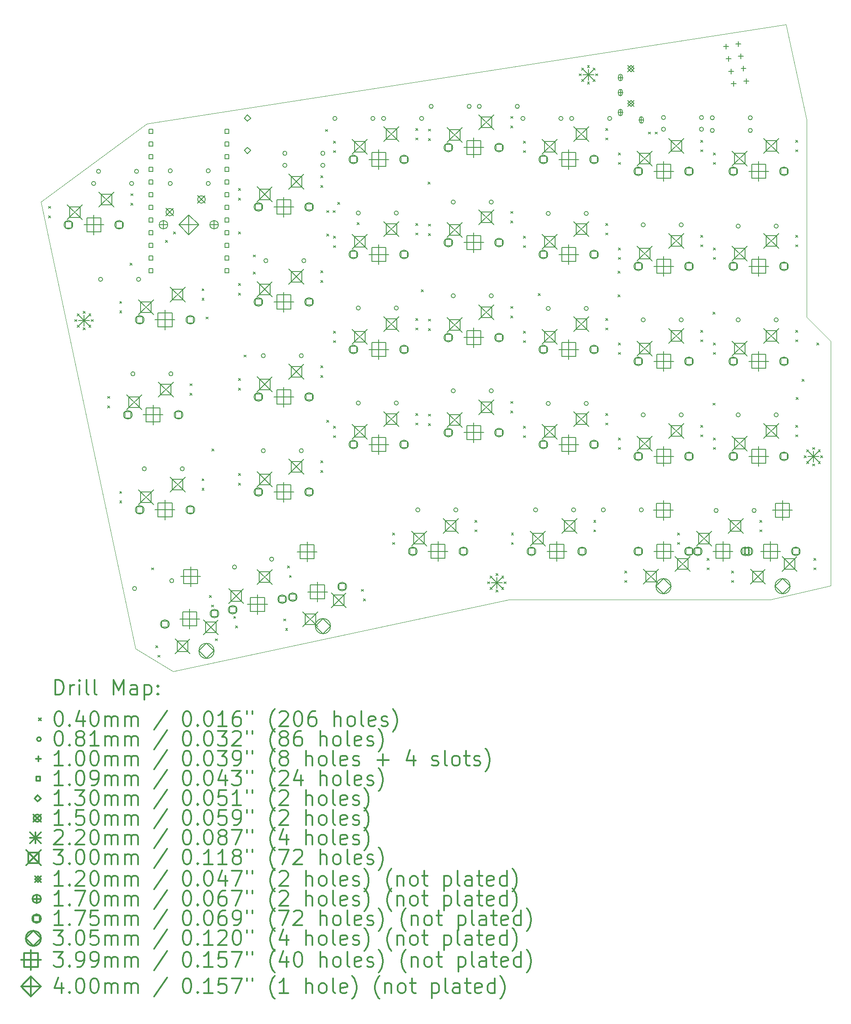
<source format=gbr>
%FSLAX45Y45*%
G04 Gerber Fmt 4.5, Leading zero omitted, Abs format (unit mm)*
G04 Created by KiCad (PCBNEW (5.1.5-0-10_14)) date 2020-04-18 19:56:31*
%MOMM*%
%LPD*%
G04 APERTURE LIST*
%TA.AperFunction,Profile*%
%ADD10C,0.050000*%
%TD*%
%ADD11C,0.200000*%
%ADD12C,0.300000*%
G04 APERTURE END LIST*
D10*
X19304000Y-14497050D02*
X18097500Y-14782800D01*
X5588000Y-5238750D02*
X18408650Y-3244850D01*
X6115050Y-16217900D02*
X5359400Y-15760700D01*
X18821400Y-9118600D02*
X19304000Y-9594850D01*
X18408650Y-3244850D02*
X18821400Y-5162550D01*
X18821400Y-5162550D02*
X18821400Y-9118600D01*
X3467100Y-6807200D02*
X5588000Y-5238750D01*
X5359400Y-15760700D02*
X3467100Y-6807200D01*
X12852400Y-14782800D02*
X6115050Y-16217900D01*
X18097500Y-14782800D02*
X12852400Y-14782800D01*
X19304000Y-9594850D02*
X19304000Y-14497050D01*
D11*
X5250500Y-8031800D02*
X5290500Y-8071800D01*
X5290500Y-8031800D02*
X5250500Y-8071800D01*
X5682300Y-14140500D02*
X5722300Y-14180500D01*
X5722300Y-14140500D02*
X5682300Y-14180500D01*
X5961700Y-7574600D02*
X6001700Y-7614600D01*
X6001700Y-7574600D02*
X5961700Y-7614600D01*
X6126800Y-7402812D02*
X6166800Y-7442812D01*
X6166800Y-7402812D02*
X6126800Y-7442812D01*
X6774500Y-9111300D02*
X6814500Y-9151300D01*
X6814500Y-9111300D02*
X6774500Y-9151300D01*
X6895701Y-11758699D02*
X6935701Y-11798699D01*
X6935701Y-11758699D02*
X6895701Y-11798699D01*
X6965000Y-15562900D02*
X7005000Y-15602900D01*
X7005000Y-15562900D02*
X6965000Y-15602900D01*
X7428550Y-7403150D02*
X7468550Y-7443150D01*
X7468550Y-7403150D02*
X7428550Y-7443150D01*
X7536500Y-9873300D02*
X7576500Y-9913300D01*
X7576500Y-9873300D02*
X7536500Y-9913300D01*
X7727000Y-7866700D02*
X7767000Y-7906700D01*
X7767000Y-7866700D02*
X7727000Y-7906700D01*
X7727000Y-8209600D02*
X7767000Y-8249600D01*
X7767000Y-8209600D02*
X7727000Y-8249600D01*
X9174800Y-5352100D02*
X9214800Y-5392100D01*
X9214800Y-5352100D02*
X9174800Y-5392100D01*
X9200200Y-6977700D02*
X9240200Y-7017700D01*
X9240200Y-6977700D02*
X9200200Y-7017700D01*
X9200200Y-7447600D02*
X9240200Y-7487600D01*
X9240200Y-7447600D02*
X9200200Y-7487600D01*
X9200200Y-11181400D02*
X9240200Y-11221400D01*
X9240200Y-11181400D02*
X9200200Y-11221400D01*
X9327200Y-6977700D02*
X9367200Y-7017700D01*
X9367200Y-6977700D02*
X9327200Y-7017700D01*
X9416100Y-6812600D02*
X9456100Y-6852600D01*
X9456100Y-6812600D02*
X9416100Y-6852600D01*
X9809800Y-7219000D02*
X9849800Y-7259000D01*
X9849800Y-7219000D02*
X9809800Y-7259000D01*
X11092500Y-8565200D02*
X11132500Y-8605200D01*
X11132500Y-8565200D02*
X11092500Y-8605200D01*
X11232200Y-6406200D02*
X11272200Y-6446200D01*
X11272200Y-6406200D02*
X11232200Y-6446200D01*
X13442000Y-8641400D02*
X13482000Y-8681400D01*
X13482000Y-8641400D02*
X13442000Y-8681400D01*
X15042200Y-8190550D02*
X15082200Y-8230550D01*
X15082200Y-8190550D02*
X15042200Y-8230550D01*
X15042200Y-8666800D02*
X15082200Y-8706800D01*
X15082200Y-8666800D02*
X15042200Y-8706800D01*
X15651800Y-5402900D02*
X15691800Y-5442900D01*
X15691800Y-5402900D02*
X15651800Y-5442900D01*
X15785150Y-5402900D02*
X15825150Y-5442900D01*
X15825150Y-5402900D02*
X15785150Y-5442900D01*
X16947200Y-9016050D02*
X16987200Y-9056050D01*
X16987200Y-9016050D02*
X16947200Y-9056050D01*
X16947200Y-10838500D02*
X16987200Y-10878500D01*
X16987200Y-10838500D02*
X16947200Y-10878500D01*
X18610900Y-10724200D02*
X18650900Y-10764200D01*
X18650900Y-10724200D02*
X18610900Y-10764200D01*
X18729200Y-10359600D02*
X18769200Y-10399600D01*
X18769200Y-10359600D02*
X18729200Y-10399600D01*
X19030000Y-9632000D02*
X19070000Y-9672000D01*
X19070000Y-9632000D02*
X19030000Y-9672000D01*
X10521000Y-13441050D02*
X10561000Y-13481050D01*
X10561000Y-13441050D02*
X10521000Y-13481050D01*
X10521000Y-13633450D02*
X10561000Y-13673450D01*
X10561000Y-13633450D02*
X10521000Y-13673450D01*
X12172000Y-13187050D02*
X12212000Y-13227050D01*
X12212000Y-13187050D02*
X12172000Y-13227050D01*
X12172000Y-13379450D02*
X12212000Y-13419450D01*
X12212000Y-13379450D02*
X12172000Y-13419450D01*
X7425375Y-10345425D02*
X7465375Y-10385425D01*
X7465375Y-10345425D02*
X7425375Y-10385425D01*
X7425375Y-10537825D02*
X7465375Y-10577825D01*
X7465375Y-10537825D02*
X7425375Y-10577825D01*
X9076375Y-10091425D02*
X9116375Y-10131425D01*
X9116375Y-10091425D02*
X9076375Y-10131425D01*
X9076375Y-10283825D02*
X9116375Y-10323825D01*
X9116375Y-10283825D02*
X9076375Y-10323825D01*
X15045375Y-11536050D02*
X15085375Y-11576050D01*
X15085375Y-11536050D02*
X15045375Y-11576050D01*
X15045375Y-11728450D02*
X15085375Y-11768450D01*
X15085375Y-11728450D02*
X15045375Y-11768450D01*
X16696375Y-11282050D02*
X16736375Y-11322050D01*
X16736375Y-11282050D02*
X16696375Y-11322050D01*
X16696375Y-11474450D02*
X16736375Y-11514450D01*
X16736375Y-11474450D02*
X16696375Y-11514450D01*
X5767977Y-15705515D02*
X5807977Y-15745515D01*
X5807977Y-15705515D02*
X5767977Y-15745515D01*
X5807979Y-15893711D02*
X5847979Y-15933711D01*
X5847979Y-15893711D02*
X5807979Y-15933711D01*
X7330089Y-15113803D02*
X7370089Y-15153803D01*
X7370089Y-15113803D02*
X7330089Y-15153803D01*
X7370091Y-15301999D02*
X7410091Y-15341999D01*
X7410091Y-15301999D02*
X7370091Y-15341999D01*
X15045375Y-5821050D02*
X15085375Y-5861050D01*
X15085375Y-5821050D02*
X15045375Y-5861050D01*
X15045375Y-6013450D02*
X15085375Y-6053450D01*
X15085375Y-6013450D02*
X15045375Y-6053450D01*
X16696375Y-5567050D02*
X16736375Y-5607050D01*
X16736375Y-5567050D02*
X16696375Y-5607050D01*
X16696375Y-5759450D02*
X16736375Y-5799450D01*
X16736375Y-5759450D02*
X16696375Y-5799450D01*
X7425375Y-8440425D02*
X7465375Y-8480425D01*
X7465375Y-8440425D02*
X7425375Y-8480425D01*
X7425375Y-8632825D02*
X7465375Y-8672825D01*
X7465375Y-8632825D02*
X7425375Y-8672825D01*
X9076375Y-8186425D02*
X9116375Y-8226425D01*
X9116375Y-8186425D02*
X9076375Y-8226425D01*
X9076375Y-8378825D02*
X9116375Y-8418825D01*
X9116375Y-8378825D02*
X9076375Y-8418825D01*
X15172375Y-14203050D02*
X15212375Y-14243050D01*
X15212375Y-14203050D02*
X15172375Y-14243050D01*
X15172375Y-14395450D02*
X15212375Y-14435450D01*
X15212375Y-14395450D02*
X15172375Y-14435450D01*
X16823375Y-13949050D02*
X16863375Y-13989050D01*
X16863375Y-13949050D02*
X16823375Y-13989050D01*
X16823375Y-14141450D02*
X16863375Y-14181450D01*
X16863375Y-14141450D02*
X16823375Y-14181450D01*
X16950375Y-9631050D02*
X16990375Y-9671050D01*
X16990375Y-9631050D02*
X16950375Y-9671050D01*
X16950375Y-9823450D02*
X16990375Y-9863450D01*
X16990375Y-9823450D02*
X16950375Y-9863450D01*
X18601375Y-9377050D02*
X18641375Y-9417050D01*
X18641375Y-9377050D02*
X18601375Y-9417050D01*
X18601375Y-9569450D02*
X18641375Y-9609450D01*
X18641375Y-9569450D02*
X18601375Y-9609450D01*
X4806000Y-10702613D02*
X4846000Y-10742613D01*
X4846000Y-10702613D02*
X4806000Y-10742613D01*
X4806000Y-10895013D02*
X4846000Y-10935013D01*
X4846000Y-10895013D02*
X4806000Y-10935013D01*
X6457000Y-10448613D02*
X6497000Y-10488613D01*
X6497000Y-10448613D02*
X6457000Y-10488613D01*
X6457000Y-10641013D02*
X6497000Y-10681013D01*
X6497000Y-10641013D02*
X6457000Y-10681013D01*
X16236000Y-13441050D02*
X16276000Y-13481050D01*
X16276000Y-13441050D02*
X16236000Y-13481050D01*
X16236000Y-13633450D02*
X16276000Y-13673450D01*
X16276000Y-13633450D02*
X16236000Y-13673450D01*
X17887000Y-13187050D02*
X17927000Y-13227050D01*
X17927000Y-13187050D02*
X17887000Y-13227050D01*
X17887000Y-13379450D02*
X17927000Y-13419450D01*
X17927000Y-13379450D02*
X17887000Y-13419450D01*
X6845082Y-14697546D02*
X6885082Y-14737546D01*
X6885082Y-14697546D02*
X6845082Y-14737546D01*
X6885084Y-14885742D02*
X6925084Y-14925742D01*
X6925084Y-14885742D02*
X6885084Y-14925742D01*
X8407194Y-14105834D02*
X8447194Y-14145834D01*
X8447194Y-14105834D02*
X8407194Y-14145834D01*
X8447196Y-14294030D02*
X8487196Y-14334030D01*
X8487196Y-14294030D02*
X8447196Y-14334030D01*
X11235375Y-7249800D02*
X11275375Y-7289800D01*
X11275375Y-7249800D02*
X11235375Y-7289800D01*
X11235375Y-7442200D02*
X11275375Y-7482200D01*
X11275375Y-7442200D02*
X11235375Y-7482200D01*
X12886375Y-6995800D02*
X12926375Y-7035800D01*
X12926375Y-6995800D02*
X12886375Y-7035800D01*
X12886375Y-7188200D02*
X12926375Y-7228200D01*
X12926375Y-7188200D02*
X12886375Y-7228200D01*
X13140375Y-5582925D02*
X13180375Y-5622925D01*
X13180375Y-5582925D02*
X13140375Y-5622925D01*
X13140375Y-5775325D02*
X13180375Y-5815325D01*
X13180375Y-5775325D02*
X13140375Y-5815325D01*
X14791375Y-5328925D02*
X14831375Y-5368925D01*
X14831375Y-5328925D02*
X14791375Y-5368925D01*
X14791375Y-5521325D02*
X14831375Y-5561325D01*
X14831375Y-5521325D02*
X14791375Y-5561325D01*
X4145700Y-9162100D02*
X4185700Y-9202100D01*
X4185700Y-9162100D02*
X4145700Y-9202100D01*
X4194027Y-9045427D02*
X4234027Y-9085427D01*
X4234027Y-9045427D02*
X4194027Y-9085427D01*
X4194027Y-9278773D02*
X4234027Y-9318773D01*
X4234027Y-9278773D02*
X4194027Y-9318773D01*
X4310700Y-8997100D02*
X4350700Y-9037100D01*
X4350700Y-8997100D02*
X4310700Y-9037100D01*
X4310700Y-9327100D02*
X4350700Y-9367100D01*
X4350700Y-9327100D02*
X4310700Y-9367100D01*
X4427373Y-9045427D02*
X4467373Y-9085427D01*
X4467373Y-9045427D02*
X4427373Y-9085427D01*
X4427373Y-9278773D02*
X4467373Y-9318773D01*
X4467373Y-9278773D02*
X4427373Y-9318773D01*
X4475700Y-9162100D02*
X4515700Y-9202100D01*
X4515700Y-9162100D02*
X4475700Y-9202100D01*
X7425375Y-6535425D02*
X7465375Y-6575425D01*
X7465375Y-6535425D02*
X7425375Y-6575425D01*
X7425375Y-6727825D02*
X7465375Y-6767825D01*
X7465375Y-6727825D02*
X7425375Y-6767825D01*
X9076375Y-6281425D02*
X9116375Y-6321425D01*
X9116375Y-6281425D02*
X9076375Y-6321425D01*
X9076375Y-6473825D02*
X9116375Y-6513825D01*
X9116375Y-6473825D02*
X9076375Y-6513825D01*
X7425375Y-12250425D02*
X7465375Y-12290425D01*
X7465375Y-12250425D02*
X7425375Y-12290425D01*
X7425375Y-12442825D02*
X7465375Y-12482825D01*
X7465375Y-12442825D02*
X7425375Y-12482825D01*
X9076375Y-11996425D02*
X9116375Y-12036425D01*
X9116375Y-11996425D02*
X9076375Y-12036425D01*
X9076375Y-12188825D02*
X9116375Y-12228825D01*
X9116375Y-12188825D02*
X9076375Y-12228825D01*
X11235375Y-11059800D02*
X11275375Y-11099800D01*
X11275375Y-11059800D02*
X11235375Y-11099800D01*
X11235375Y-11252200D02*
X11275375Y-11292200D01*
X11275375Y-11252200D02*
X11235375Y-11292200D01*
X12886375Y-10805800D02*
X12926375Y-10845800D01*
X12926375Y-10805800D02*
X12886375Y-10845800D01*
X12886375Y-10998200D02*
X12926375Y-11038200D01*
X12926375Y-10998200D02*
X12886375Y-11038200D01*
X15045375Y-7726050D02*
X15085375Y-7766050D01*
X15085375Y-7726050D02*
X15045375Y-7766050D01*
X15045375Y-7918450D02*
X15085375Y-7958450D01*
X15085375Y-7918450D02*
X15045375Y-7958450D01*
X16696375Y-7472050D02*
X16736375Y-7512050D01*
X16736375Y-7472050D02*
X16696375Y-7512050D01*
X16696375Y-7664450D02*
X16736375Y-7704450D01*
X16736375Y-7664450D02*
X16696375Y-7704450D01*
X17315500Y-14203050D02*
X17355500Y-14243050D01*
X17355500Y-14203050D02*
X17315500Y-14243050D01*
X17315500Y-14395450D02*
X17355500Y-14435450D01*
X17355500Y-14395450D02*
X17315500Y-14435450D01*
X18966500Y-13949050D02*
X19006500Y-13989050D01*
X19006500Y-13949050D02*
X18966500Y-13989050D01*
X18966500Y-14141450D02*
X19006500Y-14181450D01*
X19006500Y-14141450D02*
X18966500Y-14181450D01*
X16950375Y-11536050D02*
X16990375Y-11576050D01*
X16990375Y-11536050D02*
X16950375Y-11576050D01*
X16950375Y-11728450D02*
X16990375Y-11768450D01*
X16990375Y-11728450D02*
X16950375Y-11768450D01*
X18601375Y-11282050D02*
X18641375Y-11322050D01*
X18641375Y-11282050D02*
X18601375Y-11322050D01*
X18601375Y-11474450D02*
X18641375Y-11514450D01*
X18641375Y-11474450D02*
X18601375Y-11514450D01*
X9330375Y-7487925D02*
X9370375Y-7527925D01*
X9370375Y-7487925D02*
X9330375Y-7527925D01*
X9330375Y-7680325D02*
X9370375Y-7720325D01*
X9370375Y-7680325D02*
X9330375Y-7720325D01*
X10981375Y-7233925D02*
X11021375Y-7273925D01*
X11021375Y-7233925D02*
X10981375Y-7273925D01*
X10981375Y-7426325D02*
X11021375Y-7466325D01*
X11021375Y-7426325D02*
X10981375Y-7466325D01*
X13140375Y-9392925D02*
X13180375Y-9432925D01*
X13180375Y-9392925D02*
X13140375Y-9432925D01*
X13140375Y-9585325D02*
X13180375Y-9625325D01*
X13180375Y-9585325D02*
X13140375Y-9625325D01*
X14791375Y-9138925D02*
X14831375Y-9178925D01*
X14831375Y-9138925D02*
X14791375Y-9178925D01*
X14791375Y-9331325D02*
X14831375Y-9371325D01*
X14831375Y-9331325D02*
X14791375Y-9371325D01*
X13140375Y-11297925D02*
X13180375Y-11337925D01*
X13180375Y-11297925D02*
X13140375Y-11337925D01*
X13140375Y-11490325D02*
X13180375Y-11530325D01*
X13180375Y-11490325D02*
X13140375Y-11530325D01*
X14791375Y-11043925D02*
X14831375Y-11083925D01*
X14831375Y-11043925D02*
X14791375Y-11083925D01*
X14791375Y-11236325D02*
X14831375Y-11276325D01*
X14831375Y-11236325D02*
X14791375Y-11276325D01*
X11235375Y-5344800D02*
X11275375Y-5384800D01*
X11275375Y-5344800D02*
X11235375Y-5384800D01*
X11235375Y-5537200D02*
X11275375Y-5577200D01*
X11275375Y-5537200D02*
X11235375Y-5577200D01*
X12886375Y-5090800D02*
X12926375Y-5130800D01*
X12926375Y-5090800D02*
X12886375Y-5130800D01*
X12886375Y-5283200D02*
X12926375Y-5323200D01*
X12926375Y-5283200D02*
X12886375Y-5323200D01*
X16950375Y-5821050D02*
X16990375Y-5861050D01*
X16990375Y-5821050D02*
X16950375Y-5861050D01*
X16950375Y-6013450D02*
X16990375Y-6053450D01*
X16990375Y-6013450D02*
X16950375Y-6053450D01*
X18601375Y-5567050D02*
X18641375Y-5607050D01*
X18641375Y-5567050D02*
X18601375Y-5607050D01*
X18601375Y-5759450D02*
X18641375Y-5799450D01*
X18641375Y-5759450D02*
X18601375Y-5799450D01*
X12426100Y-14419900D02*
X12466100Y-14459900D01*
X12466100Y-14419900D02*
X12426100Y-14459900D01*
X12474427Y-14303227D02*
X12514427Y-14343227D01*
X12514427Y-14303227D02*
X12474427Y-14343227D01*
X12474427Y-14536573D02*
X12514427Y-14576573D01*
X12514427Y-14536573D02*
X12474427Y-14576573D01*
X12591100Y-14254900D02*
X12631100Y-14294900D01*
X12631100Y-14254900D02*
X12591100Y-14294900D01*
X12591100Y-14584900D02*
X12631100Y-14624900D01*
X12631100Y-14584900D02*
X12591100Y-14624900D01*
X12707773Y-14303227D02*
X12747773Y-14343227D01*
X12747773Y-14303227D02*
X12707773Y-14343227D01*
X12707773Y-14536573D02*
X12747773Y-14576573D01*
X12747773Y-14536573D02*
X12707773Y-14576573D01*
X12756100Y-14419900D02*
X12796100Y-14459900D01*
X12796100Y-14419900D02*
X12756100Y-14459900D01*
X15045375Y-9631050D02*
X15085375Y-9671050D01*
X15085375Y-9631050D02*
X15045375Y-9671050D01*
X15045375Y-9823450D02*
X15085375Y-9863450D01*
X15085375Y-9823450D02*
X15045375Y-9863450D01*
X16696375Y-9377050D02*
X16736375Y-9417050D01*
X16736375Y-9377050D02*
X16696375Y-9417050D01*
X16696375Y-9569450D02*
X16736375Y-9609450D01*
X16736375Y-9569450D02*
X16696375Y-9609450D01*
X13140375Y-7487925D02*
X13180375Y-7527925D01*
X13180375Y-7487925D02*
X13140375Y-7527925D01*
X13140375Y-7680325D02*
X13180375Y-7720325D01*
X13180375Y-7680325D02*
X13140375Y-7720325D01*
X14791375Y-7233925D02*
X14831375Y-7273925D01*
X14831375Y-7233925D02*
X14791375Y-7273925D01*
X14791375Y-7426325D02*
X14831375Y-7466325D01*
X14831375Y-7426325D02*
X14791375Y-7466325D01*
X8330906Y-15164648D02*
X8370906Y-15204648D01*
X8370906Y-15164648D02*
X8330906Y-15204648D01*
X8370908Y-15352843D02*
X8410908Y-15392843D01*
X8410908Y-15352843D02*
X8370908Y-15392843D01*
X9893018Y-14572936D02*
X9933018Y-14612936D01*
X9933018Y-14572936D02*
X9893018Y-14612936D01*
X9933020Y-14761132D02*
X9973020Y-14801132D01*
X9973020Y-14761132D02*
X9933020Y-14801132D01*
X5044125Y-12607612D02*
X5084125Y-12647612D01*
X5084125Y-12607612D02*
X5044125Y-12647612D01*
X5044125Y-12800012D02*
X5084125Y-12840012D01*
X5084125Y-12800012D02*
X5044125Y-12840012D01*
X6695125Y-12353612D02*
X6735125Y-12393612D01*
X6735125Y-12353612D02*
X6695125Y-12393612D01*
X6695125Y-12546012D02*
X6735125Y-12586012D01*
X6735125Y-12546012D02*
X6695125Y-12586012D01*
X12902250Y-13441050D02*
X12942250Y-13481050D01*
X12942250Y-13441050D02*
X12902250Y-13481050D01*
X12902250Y-13633450D02*
X12942250Y-13673450D01*
X12942250Y-13633450D02*
X12902250Y-13673450D01*
X14553250Y-13187050D02*
X14593250Y-13227050D01*
X14593250Y-13187050D02*
X14553250Y-13227050D01*
X14553250Y-13379450D02*
X14593250Y-13419450D01*
X14593250Y-13379450D02*
X14553250Y-13419450D01*
X16950375Y-7726050D02*
X16990375Y-7766050D01*
X16990375Y-7726050D02*
X16950375Y-7766050D01*
X16950375Y-7918450D02*
X16990375Y-7958450D01*
X16990375Y-7918450D02*
X16950375Y-7958450D01*
X18601375Y-7472050D02*
X18641375Y-7512050D01*
X18641375Y-7472050D02*
X18601375Y-7512050D01*
X18601375Y-7664450D02*
X18641375Y-7704450D01*
X18641375Y-7664450D02*
X18601375Y-7704450D01*
X3615375Y-6892612D02*
X3655375Y-6932612D01*
X3655375Y-6892612D02*
X3615375Y-6932612D01*
X3615375Y-7085012D02*
X3655375Y-7125012D01*
X3655375Y-7085012D02*
X3615375Y-7125012D01*
X5266375Y-6638612D02*
X5306375Y-6678612D01*
X5306375Y-6638612D02*
X5266375Y-6678612D01*
X5266375Y-6831012D02*
X5306375Y-6871012D01*
X5306375Y-6831012D02*
X5266375Y-6871012D01*
X5044125Y-8797613D02*
X5084125Y-8837613D01*
X5084125Y-8797613D02*
X5044125Y-8837613D01*
X5044125Y-8990013D02*
X5084125Y-9030013D01*
X5084125Y-8990013D02*
X5044125Y-9030013D01*
X6695125Y-8543613D02*
X6735125Y-8583613D01*
X6735125Y-8543613D02*
X6695125Y-8583613D01*
X6695125Y-8736013D02*
X6735125Y-8776013D01*
X6735125Y-8736013D02*
X6695125Y-8776013D01*
X11235375Y-9154800D02*
X11275375Y-9194800D01*
X11275375Y-9154800D02*
X11235375Y-9194800D01*
X11235375Y-9347200D02*
X11275375Y-9387200D01*
X11275375Y-9347200D02*
X11235375Y-9387200D01*
X12886375Y-8900800D02*
X12926375Y-8940800D01*
X12926375Y-8900800D02*
X12886375Y-8940800D01*
X12886375Y-9093200D02*
X12926375Y-9133200D01*
X12926375Y-9093200D02*
X12886375Y-9133200D01*
X18776100Y-11892600D02*
X18816100Y-11932600D01*
X18816100Y-11892600D02*
X18776100Y-11932600D01*
X18824427Y-11775927D02*
X18864427Y-11815927D01*
X18864427Y-11775927D02*
X18824427Y-11815927D01*
X18824427Y-12009273D02*
X18864427Y-12049273D01*
X18864427Y-12009273D02*
X18824427Y-12049273D01*
X18941100Y-11727600D02*
X18981100Y-11767600D01*
X18981100Y-11727600D02*
X18941100Y-11767600D01*
X18941100Y-12057600D02*
X18981100Y-12097600D01*
X18981100Y-12057600D02*
X18941100Y-12097600D01*
X19057773Y-11775927D02*
X19097773Y-11815927D01*
X19097773Y-11775927D02*
X19057773Y-11815927D01*
X19057773Y-12009273D02*
X19097773Y-12049273D01*
X19097773Y-12009273D02*
X19057773Y-12049273D01*
X19106100Y-11892600D02*
X19146100Y-11932600D01*
X19146100Y-11892600D02*
X19106100Y-11932600D01*
X9330375Y-9392925D02*
X9370375Y-9432925D01*
X9370375Y-9392925D02*
X9330375Y-9432925D01*
X9330375Y-9585325D02*
X9370375Y-9625325D01*
X9370375Y-9585325D02*
X9330375Y-9625325D01*
X10981375Y-9138925D02*
X11021375Y-9178925D01*
X11021375Y-9138925D02*
X10981375Y-9178925D01*
X10981375Y-9331325D02*
X11021375Y-9371325D01*
X11021375Y-9331325D02*
X10981375Y-9371325D01*
X14261250Y-4234500D02*
X14301250Y-4274500D01*
X14301250Y-4234500D02*
X14261250Y-4274500D01*
X14309577Y-4117827D02*
X14349577Y-4157827D01*
X14349577Y-4117827D02*
X14309577Y-4157827D01*
X14309577Y-4351173D02*
X14349577Y-4391173D01*
X14349577Y-4351173D02*
X14309577Y-4391173D01*
X14426250Y-4069500D02*
X14466250Y-4109500D01*
X14466250Y-4069500D02*
X14426250Y-4109500D01*
X14426250Y-4399500D02*
X14466250Y-4439500D01*
X14466250Y-4399500D02*
X14426250Y-4439500D01*
X14542923Y-4117827D02*
X14582923Y-4157827D01*
X14582923Y-4117827D02*
X14542923Y-4157827D01*
X14542923Y-4351173D02*
X14582923Y-4391173D01*
X14582923Y-4351173D02*
X14542923Y-4391173D01*
X14591250Y-4234500D02*
X14631250Y-4274500D01*
X14631250Y-4234500D02*
X14591250Y-4274500D01*
X9330375Y-11297925D02*
X9370375Y-11337925D01*
X9370375Y-11297925D02*
X9330375Y-11337925D01*
X9330375Y-11490325D02*
X9370375Y-11530325D01*
X9370375Y-11490325D02*
X9330375Y-11530325D01*
X10981375Y-11043925D02*
X11021375Y-11083925D01*
X11021375Y-11043925D02*
X10981375Y-11083925D01*
X10981375Y-11236325D02*
X11021375Y-11276325D01*
X11021375Y-11236325D02*
X10981375Y-11276325D01*
X9330375Y-5582925D02*
X9370375Y-5622925D01*
X9370375Y-5582925D02*
X9330375Y-5622925D01*
X9330375Y-5775325D02*
X9370375Y-5815325D01*
X9370375Y-5775325D02*
X9330375Y-5815325D01*
X10981375Y-5328925D02*
X11021375Y-5368925D01*
X11021375Y-5328925D02*
X10981375Y-5368925D01*
X10981375Y-5521325D02*
X11021375Y-5561325D01*
X11021375Y-5521325D02*
X10981375Y-5561325D01*
X8016240Y-7981950D02*
G75*
G03X8016240Y-7981950I-40640J0D01*
G01*
X8778240Y-7981950D02*
G75*
G03X8778240Y-7981950I-40640J0D01*
G01*
X13680440Y-10845800D02*
G75*
G03X13680440Y-10845800I-40640J0D01*
G01*
X14442440Y-10845800D02*
G75*
G03X14442440Y-10845800I-40640J0D01*
G01*
X6098540Y-6180137D02*
G75*
G03X6098540Y-6180137I-40640J0D01*
G01*
X6860540Y-6180137D02*
G75*
G03X6860540Y-6180137I-40640J0D01*
G01*
X8397240Y-6070600D02*
G75*
G03X8397240Y-6070600I-40640J0D01*
G01*
X9159240Y-6070600D02*
G75*
G03X9159240Y-6070600I-40640J0D01*
G01*
X6098540Y-6434137D02*
G75*
G03X6098540Y-6434137I-40640J0D01*
G01*
X6860540Y-6434137D02*
G75*
G03X6860540Y-6434137I-40640J0D01*
G01*
X17045940Y-12992100D02*
G75*
G03X17045940Y-12992100I-40640J0D01*
G01*
X17807940Y-12992100D02*
G75*
G03X17807940Y-12992100I-40640J0D01*
G01*
X13172440Y-5130800D02*
G75*
G03X13172440Y-5130800I-40640J0D01*
G01*
X13934440Y-5130800D02*
G75*
G03X13934440Y-5130800I-40640J0D01*
G01*
X5382966Y-14557214D02*
G75*
G03X5382966Y-14557214I-40640J0D01*
G01*
X6128314Y-14398786D02*
G75*
G03X6128314Y-14398786I-40640J0D01*
G01*
X8397240Y-5829300D02*
G75*
G03X8397240Y-5829300I-40640J0D01*
G01*
X9159240Y-5829300D02*
G75*
G03X9159240Y-5829300I-40640J0D01*
G01*
X9400540Y-5130800D02*
G75*
G03X9400540Y-5130800I-40640J0D01*
G01*
X10162540Y-5130800D02*
G75*
G03X10162540Y-5130800I-40640J0D01*
G01*
X16969740Y-5118100D02*
G75*
G03X16969740Y-5118100I-40640J0D01*
G01*
X17731740Y-5118100D02*
G75*
G03X17731740Y-5118100I-40640J0D01*
G01*
X13426440Y-12979400D02*
G75*
G03X13426440Y-12979400I-40640J0D01*
G01*
X14188440Y-12979400D02*
G75*
G03X14188440Y-12979400I-40640J0D01*
G01*
X11330940Y-4889500D02*
G75*
G03X11330940Y-4889500I-40640J0D01*
G01*
X12092940Y-4889500D02*
G75*
G03X12092940Y-4889500I-40640J0D01*
G01*
X17490440Y-7289800D02*
G75*
G03X17490440Y-7289800I-40640J0D01*
G01*
X18252440Y-7289800D02*
G75*
G03X18252440Y-7289800I-40640J0D01*
G01*
X4701540Y-8356600D02*
G75*
G03X4701540Y-8356600I-40640J0D01*
G01*
X5463540Y-8356600D02*
G75*
G03X5463540Y-8356600I-40640J0D01*
G01*
X10378440Y-5130800D02*
G75*
G03X10378440Y-5130800I-40640J0D01*
G01*
X11140440Y-5130800D02*
G75*
G03X11140440Y-5130800I-40640J0D01*
G01*
X7387026Y-14125414D02*
G75*
G03X7387026Y-14125414I-40640J0D01*
G01*
X8132374Y-13966986D02*
G75*
G03X8132374Y-13966986I-40640J0D01*
G01*
X13680440Y-8940800D02*
G75*
G03X13680440Y-8940800I-40640J0D01*
G01*
X14442440Y-8940800D02*
G75*
G03X14442440Y-8940800I-40640J0D01*
G01*
X4561840Y-6434137D02*
G75*
G03X4561840Y-6434137I-40640J0D01*
G01*
X5323840Y-6434137D02*
G75*
G03X5323840Y-6434137I-40640J0D01*
G01*
X17490440Y-11074400D02*
G75*
G03X17490440Y-11074400I-40640J0D01*
G01*
X18252440Y-11074400D02*
G75*
G03X18252440Y-11074400I-40640J0D01*
G01*
X11775440Y-10591800D02*
G75*
G03X11775440Y-10591800I-40640J0D01*
G01*
X12537440Y-10591800D02*
G75*
G03X12537440Y-10591800I-40640J0D01*
G01*
X11064240Y-12979400D02*
G75*
G03X11064240Y-12979400I-40640J0D01*
G01*
X11826240Y-12979400D02*
G75*
G03X11826240Y-12979400I-40640J0D01*
G01*
X16969740Y-5372100D02*
G75*
G03X16969740Y-5372100I-40640J0D01*
G01*
X17731740Y-5372100D02*
G75*
G03X17731740Y-5372100I-40640J0D01*
G01*
X7965440Y-11791950D02*
G75*
G03X7965440Y-11791950I-40640J0D01*
G01*
X8727440Y-11791950D02*
G75*
G03X8727440Y-11791950I-40640J0D01*
G01*
X15991840Y-5346700D02*
G75*
G03X15991840Y-5346700I-40640J0D01*
G01*
X16753840Y-5346700D02*
G75*
G03X16753840Y-5346700I-40640J0D01*
G01*
X5577840Y-12155487D02*
G75*
G03X5577840Y-12155487I-40640J0D01*
G01*
X6339840Y-12155487D02*
G75*
G03X6339840Y-12155487I-40640J0D01*
G01*
X13680440Y-7035800D02*
G75*
G03X13680440Y-7035800I-40640J0D01*
G01*
X14442440Y-7035800D02*
G75*
G03X14442440Y-7035800I-40640J0D01*
G01*
X17490440Y-9169400D02*
G75*
G03X17490440Y-9169400I-40640J0D01*
G01*
X18252440Y-9169400D02*
G75*
G03X18252440Y-9169400I-40640J0D01*
G01*
X11775440Y-8686800D02*
G75*
G03X11775440Y-8686800I-40640J0D01*
G01*
X12537440Y-8686800D02*
G75*
G03X12537440Y-8686800I-40640J0D01*
G01*
X9870440Y-10836275D02*
G75*
G03X9870440Y-10836275I-40640J0D01*
G01*
X10632440Y-10836275D02*
G75*
G03X10632440Y-10836275I-40640J0D01*
G01*
X15585440Y-11074400D02*
G75*
G03X15585440Y-11074400I-40640J0D01*
G01*
X16347440Y-11074400D02*
G75*
G03X16347440Y-11074400I-40640J0D01*
G01*
X5349240Y-10250488D02*
G75*
G03X5349240Y-10250488I-40640J0D01*
G01*
X6111240Y-10250488D02*
G75*
G03X6111240Y-10250488I-40640J0D01*
G01*
X14150340Y-5130800D02*
G75*
G03X14150340Y-5130800I-40640J0D01*
G01*
X14912340Y-5130800D02*
G75*
G03X14912340Y-5130800I-40640J0D01*
G01*
X4660265Y-6191250D02*
G75*
G03X4660265Y-6191250I-40640J0D01*
G01*
X5422265Y-6191250D02*
G75*
G03X5422265Y-6191250I-40640J0D01*
G01*
X11775440Y-6807200D02*
G75*
G03X11775440Y-6807200I-40640J0D01*
G01*
X12537440Y-6807200D02*
G75*
G03X12537440Y-6807200I-40640J0D01*
G01*
X9870440Y-8931275D02*
G75*
G03X9870440Y-8931275I-40640J0D01*
G01*
X10632440Y-8931275D02*
G75*
G03X10632440Y-8931275I-40640J0D01*
G01*
X15585440Y-9169400D02*
G75*
G03X15585440Y-9169400I-40640J0D01*
G01*
X16347440Y-9169400D02*
G75*
G03X16347440Y-9169400I-40640J0D01*
G01*
X7965440Y-9886950D02*
G75*
G03X7965440Y-9886950I-40640J0D01*
G01*
X8727440Y-9886950D02*
G75*
G03X8727440Y-9886950I-40640J0D01*
G01*
X14785340Y-12979400D02*
G75*
G03X14785340Y-12979400I-40640J0D01*
G01*
X15547340Y-12979400D02*
G75*
G03X15547340Y-12979400I-40640J0D01*
G01*
X15991840Y-5111750D02*
G75*
G03X15991840Y-5111750I-40640J0D01*
G01*
X16753840Y-5111750D02*
G75*
G03X16753840Y-5111750I-40640J0D01*
G01*
X12296140Y-4889500D02*
G75*
G03X12296140Y-4889500I-40640J0D01*
G01*
X13058140Y-4889500D02*
G75*
G03X13058140Y-4889500I-40640J0D01*
G01*
X9870440Y-7026275D02*
G75*
G03X9870440Y-7026275I-40640J0D01*
G01*
X10632440Y-7026275D02*
G75*
G03X10632440Y-7026275I-40640J0D01*
G01*
X15585440Y-7264400D02*
G75*
G03X15585440Y-7264400I-40640J0D01*
G01*
X16347440Y-7264400D02*
G75*
G03X16347440Y-7264400I-40640J0D01*
G01*
X15087150Y-4261450D02*
X15087150Y-4361450D01*
X15037150Y-4311450D02*
X15137150Y-4311450D01*
X15127150Y-4336450D02*
X15127150Y-4286450D01*
X15047150Y-4336450D02*
X15047150Y-4286450D01*
X15127150Y-4286450D02*
G75*
G03X15047150Y-4286450I-40000J0D01*
G01*
X15047150Y-4336450D02*
G75*
G03X15127150Y-4336450I40000J0D01*
G01*
X15087150Y-4561450D02*
X15087150Y-4661450D01*
X15037150Y-4611450D02*
X15137150Y-4611450D01*
X15127150Y-4636450D02*
X15127150Y-4586450D01*
X15047150Y-4636450D02*
X15047150Y-4586450D01*
X15127150Y-4586450D02*
G75*
G03X15047150Y-4586450I-40000J0D01*
G01*
X15047150Y-4636450D02*
G75*
G03X15127150Y-4636450I40000J0D01*
G01*
X15087150Y-4961450D02*
X15087150Y-5061450D01*
X15037150Y-5011450D02*
X15137150Y-5011450D01*
X15127150Y-5036450D02*
X15127150Y-4986450D01*
X15047150Y-5036450D02*
X15047150Y-4986450D01*
X15127150Y-4986450D02*
G75*
G03X15047150Y-4986450I-40000J0D01*
G01*
X15047150Y-5036450D02*
G75*
G03X15127150Y-5036450I40000J0D01*
G01*
X15507150Y-5111450D02*
X15507150Y-5211450D01*
X15457150Y-5161450D02*
X15557150Y-5161450D01*
X15547150Y-5186450D02*
X15547150Y-5136450D01*
X15467150Y-5186450D02*
X15467150Y-5136450D01*
X15547150Y-5136450D02*
G75*
G03X15467150Y-5136450I-40000J0D01*
G01*
X15467150Y-5186450D02*
G75*
G03X15547150Y-5186450I40000J0D01*
G01*
X17202471Y-3636951D02*
X17202471Y-3736951D01*
X17152471Y-3686951D02*
X17252471Y-3686951D01*
X17255281Y-3885401D02*
X17255281Y-3985401D01*
X17205281Y-3935401D02*
X17305281Y-3935401D01*
X17308090Y-4133850D02*
X17308090Y-4233851D01*
X17258090Y-4183850D02*
X17358090Y-4183850D01*
X17360900Y-4382300D02*
X17360900Y-4482300D01*
X17310900Y-4432300D02*
X17410900Y-4432300D01*
X17450921Y-3584142D02*
X17450921Y-3684142D01*
X17400921Y-3634142D02*
X17500921Y-3634142D01*
X17503730Y-3832591D02*
X17503730Y-3932591D01*
X17453730Y-3882591D02*
X17553730Y-3882591D01*
X17556540Y-4081041D02*
X17556540Y-4181041D01*
X17506540Y-4131041D02*
X17606540Y-4131041D01*
X17609350Y-4329490D02*
X17609350Y-4429490D01*
X17559350Y-4379490D02*
X17659350Y-4379490D01*
X5707895Y-5428178D02*
X5707895Y-5350947D01*
X5630664Y-5350947D01*
X5630664Y-5428178D01*
X5707895Y-5428178D01*
X5707895Y-5682178D02*
X5707895Y-5604947D01*
X5630664Y-5604947D01*
X5630664Y-5682178D01*
X5707895Y-5682178D01*
X5707895Y-5936178D02*
X5707895Y-5858947D01*
X5630664Y-5858947D01*
X5630664Y-5936178D01*
X5707895Y-5936178D01*
X5707895Y-6190178D02*
X5707895Y-6112947D01*
X5630664Y-6112947D01*
X5630664Y-6190178D01*
X5707895Y-6190178D01*
X5707895Y-6444178D02*
X5707895Y-6366947D01*
X5630664Y-6366947D01*
X5630664Y-6444178D01*
X5707895Y-6444178D01*
X5707895Y-6698178D02*
X5707895Y-6620947D01*
X5630664Y-6620947D01*
X5630664Y-6698178D01*
X5707895Y-6698178D01*
X5707895Y-6952178D02*
X5707895Y-6874947D01*
X5630664Y-6874947D01*
X5630664Y-6952178D01*
X5707895Y-6952178D01*
X5707895Y-7206178D02*
X5707895Y-7128947D01*
X5630664Y-7128947D01*
X5630664Y-7206178D01*
X5707895Y-7206178D01*
X5707895Y-7460178D02*
X5707895Y-7382947D01*
X5630664Y-7382947D01*
X5630664Y-7460178D01*
X5707895Y-7460178D01*
X5707895Y-7714178D02*
X5707895Y-7636947D01*
X5630664Y-7636947D01*
X5630664Y-7714178D01*
X5707895Y-7714178D01*
X5707895Y-7968178D02*
X5707895Y-7890947D01*
X5630664Y-7890947D01*
X5630664Y-7968178D01*
X5707895Y-7968178D01*
X5707895Y-8222178D02*
X5707895Y-8144947D01*
X5630664Y-8144947D01*
X5630664Y-8222178D01*
X5707895Y-8222178D01*
X7231895Y-5428178D02*
X7231895Y-5350947D01*
X7154664Y-5350947D01*
X7154664Y-5428178D01*
X7231895Y-5428178D01*
X7231895Y-5682178D02*
X7231895Y-5604947D01*
X7154664Y-5604947D01*
X7154664Y-5682178D01*
X7231895Y-5682178D01*
X7231895Y-5936178D02*
X7231895Y-5858947D01*
X7154664Y-5858947D01*
X7154664Y-5936178D01*
X7231895Y-5936178D01*
X7231895Y-6190178D02*
X7231895Y-6112947D01*
X7154664Y-6112947D01*
X7154664Y-6190178D01*
X7231895Y-6190178D01*
X7231895Y-6444178D02*
X7231895Y-6366947D01*
X7154664Y-6366947D01*
X7154664Y-6444178D01*
X7231895Y-6444178D01*
X7231895Y-6698178D02*
X7231895Y-6620947D01*
X7154664Y-6620947D01*
X7154664Y-6698178D01*
X7231895Y-6698178D01*
X7231895Y-6952178D02*
X7231895Y-6874947D01*
X7154664Y-6874947D01*
X7154664Y-6952178D01*
X7231895Y-6952178D01*
X7231895Y-7206178D02*
X7231895Y-7128947D01*
X7154664Y-7128947D01*
X7154664Y-7206178D01*
X7231895Y-7206178D01*
X7231895Y-7460178D02*
X7231895Y-7382947D01*
X7154664Y-7382947D01*
X7154664Y-7460178D01*
X7231895Y-7460178D01*
X7231895Y-7714178D02*
X7231895Y-7636947D01*
X7154664Y-7636947D01*
X7154664Y-7714178D01*
X7231895Y-7714178D01*
X7231895Y-7968178D02*
X7231895Y-7890947D01*
X7154664Y-7890947D01*
X7154664Y-7968178D01*
X7231895Y-7968178D01*
X7231895Y-8222178D02*
X7231895Y-8144947D01*
X7154664Y-8144947D01*
X7154664Y-8222178D01*
X7231895Y-8222178D01*
X7607300Y-5188300D02*
X7672300Y-5123300D01*
X7607300Y-5058300D01*
X7542300Y-5123300D01*
X7607300Y-5188300D01*
X7607300Y-5838300D02*
X7672300Y-5773300D01*
X7607300Y-5708300D01*
X7542300Y-5773300D01*
X7607300Y-5838300D01*
X5973375Y-6933812D02*
X6123375Y-7083812D01*
X6123375Y-6933812D02*
X5973375Y-7083812D01*
X6123375Y-7008812D02*
G75*
G03X6123375Y-7008812I-75000J0D01*
G01*
X6608375Y-6679812D02*
X6758375Y-6829812D01*
X6758375Y-6679812D02*
X6608375Y-6829812D01*
X6758375Y-6754812D02*
G75*
G03X6758375Y-6754812I-75000J0D01*
G01*
X12501100Y-14329900D02*
X12721100Y-14549900D01*
X12721100Y-14329900D02*
X12501100Y-14549900D01*
X12611100Y-14329900D02*
X12611100Y-14549900D01*
X12501100Y-14439900D02*
X12721100Y-14439900D01*
X18851100Y-11802600D02*
X19071100Y-12022600D01*
X19071100Y-11802600D02*
X18851100Y-12022600D01*
X18961100Y-11802600D02*
X18961100Y-12022600D01*
X18851100Y-11912600D02*
X19071100Y-11912600D01*
X14336250Y-4144500D02*
X14556250Y-4364500D01*
X14556250Y-4144500D02*
X14336250Y-4364500D01*
X14446250Y-4144500D02*
X14446250Y-4364500D01*
X14336250Y-4254500D02*
X14556250Y-4254500D01*
X4220700Y-9072100D02*
X4440700Y-9292100D01*
X4440700Y-9072100D02*
X4220700Y-9292100D01*
X4330700Y-9072100D02*
X4330700Y-9292100D01*
X4220700Y-9182100D02*
X4440700Y-9182100D01*
X13518375Y-9359125D02*
X13818375Y-9659125D01*
X13818375Y-9359125D02*
X13518375Y-9659125D01*
X13774442Y-9615192D02*
X13774442Y-9403058D01*
X13562308Y-9403058D01*
X13562308Y-9615192D01*
X13774442Y-9615192D01*
X14153375Y-9105125D02*
X14453375Y-9405125D01*
X14453375Y-9105125D02*
X14153375Y-9405125D01*
X14409442Y-9361192D02*
X14409442Y-9149058D01*
X14197308Y-9149058D01*
X14197308Y-9361192D01*
X14409442Y-9361192D01*
X13518375Y-11264125D02*
X13818375Y-11564125D01*
X13818375Y-11264125D02*
X13518375Y-11564125D01*
X13774442Y-11520192D02*
X13774442Y-11308058D01*
X13562308Y-11308058D01*
X13562308Y-11520192D01*
X13774442Y-11520192D01*
X14153375Y-11010125D02*
X14453375Y-11310125D01*
X14453375Y-11010125D02*
X14153375Y-11310125D01*
X14409442Y-11266192D02*
X14409442Y-11054058D01*
X14197308Y-11054058D01*
X14197308Y-11266192D01*
X14409442Y-11266192D01*
X11613375Y-5311000D02*
X11913375Y-5611000D01*
X11913375Y-5311000D02*
X11613375Y-5611000D01*
X11869442Y-5567067D02*
X11869442Y-5354933D01*
X11657308Y-5354933D01*
X11657308Y-5567067D01*
X11869442Y-5567067D01*
X12248375Y-5057000D02*
X12548375Y-5357000D01*
X12548375Y-5057000D02*
X12248375Y-5357000D01*
X12504442Y-5313067D02*
X12504442Y-5100933D01*
X12292308Y-5100933D01*
X12292308Y-5313067D01*
X12504442Y-5313067D01*
X17328375Y-5787250D02*
X17628375Y-6087250D01*
X17628375Y-5787250D02*
X17328375Y-6087250D01*
X17584442Y-6043317D02*
X17584442Y-5831183D01*
X17372308Y-5831183D01*
X17372308Y-6043317D01*
X17584442Y-6043317D01*
X17963375Y-5533250D02*
X18263375Y-5833250D01*
X18263375Y-5533250D02*
X17963375Y-5833250D01*
X18219442Y-5789317D02*
X18219442Y-5577183D01*
X18007308Y-5577183D01*
X18007308Y-5789317D01*
X18219442Y-5789317D01*
X15423375Y-9597250D02*
X15723375Y-9897250D01*
X15723375Y-9597250D02*
X15423375Y-9897250D01*
X15679442Y-9853317D02*
X15679442Y-9641183D01*
X15467308Y-9641183D01*
X15467308Y-9853317D01*
X15679442Y-9853317D01*
X16058375Y-9343250D02*
X16358375Y-9643250D01*
X16358375Y-9343250D02*
X16058375Y-9643250D01*
X16314442Y-9599317D02*
X16314442Y-9387183D01*
X16102308Y-9387183D01*
X16102308Y-9599317D01*
X16314442Y-9599317D01*
X13518375Y-7454125D02*
X13818375Y-7754125D01*
X13818375Y-7454125D02*
X13518375Y-7754125D01*
X13774442Y-7710192D02*
X13774442Y-7498058D01*
X13562308Y-7498058D01*
X13562308Y-7710192D01*
X13774442Y-7710192D01*
X14153375Y-7200125D02*
X14453375Y-7500125D01*
X14453375Y-7200125D02*
X14153375Y-7500125D01*
X14409442Y-7456192D02*
X14409442Y-7244058D01*
X14197308Y-7244058D01*
X14197308Y-7456192D01*
X14409442Y-7456192D01*
X8717806Y-15023127D02*
X9017806Y-15323127D01*
X9017806Y-15023127D02*
X8717806Y-15323127D01*
X8973873Y-15279194D02*
X8973873Y-15067060D01*
X8761739Y-15067060D01*
X8761739Y-15279194D01*
X8973873Y-15279194D01*
X9286120Y-14642653D02*
X9586120Y-14942653D01*
X9586120Y-14642653D02*
X9286120Y-14942653D01*
X9542187Y-14898720D02*
X9542187Y-14686586D01*
X9330053Y-14686586D01*
X9330053Y-14898720D01*
X9542187Y-14898720D01*
X5422125Y-12573812D02*
X5722125Y-12873812D01*
X5722125Y-12573812D02*
X5422125Y-12873812D01*
X5678192Y-12829879D02*
X5678192Y-12617745D01*
X5466058Y-12617745D01*
X5466058Y-12829879D01*
X5678192Y-12829879D01*
X6057125Y-12319812D02*
X6357125Y-12619812D01*
X6357125Y-12319812D02*
X6057125Y-12619812D01*
X6313192Y-12575879D02*
X6313192Y-12363745D01*
X6101058Y-12363745D01*
X6101058Y-12575879D01*
X6313192Y-12575879D01*
X13280250Y-13407250D02*
X13580250Y-13707250D01*
X13580250Y-13407250D02*
X13280250Y-13707250D01*
X13536317Y-13663317D02*
X13536317Y-13451183D01*
X13324183Y-13451183D01*
X13324183Y-13663317D01*
X13536317Y-13663317D01*
X13915250Y-13153250D02*
X14215250Y-13453250D01*
X14215250Y-13153250D02*
X13915250Y-13453250D01*
X14171317Y-13409317D02*
X14171317Y-13197183D01*
X13959183Y-13197183D01*
X13959183Y-13409317D01*
X14171317Y-13409317D01*
X17328375Y-7692250D02*
X17628375Y-7992250D01*
X17628375Y-7692250D02*
X17328375Y-7992250D01*
X17584442Y-7948317D02*
X17584442Y-7736183D01*
X17372308Y-7736183D01*
X17372308Y-7948317D01*
X17584442Y-7948317D01*
X17963375Y-7438250D02*
X18263375Y-7738250D01*
X18263375Y-7438250D02*
X17963375Y-7738250D01*
X18219442Y-7694317D02*
X18219442Y-7482183D01*
X18007308Y-7482183D01*
X18007308Y-7694317D01*
X18219442Y-7694317D01*
X3993375Y-6858812D02*
X4293375Y-7158812D01*
X4293375Y-6858812D02*
X3993375Y-7158812D01*
X4249442Y-7114879D02*
X4249442Y-6902745D01*
X4037308Y-6902745D01*
X4037308Y-7114879D01*
X4249442Y-7114879D01*
X4628375Y-6604812D02*
X4928375Y-6904812D01*
X4928375Y-6604812D02*
X4628375Y-6904812D01*
X4884442Y-6860879D02*
X4884442Y-6648745D01*
X4672308Y-6648745D01*
X4672308Y-6860879D01*
X4884442Y-6860879D01*
X5422125Y-8763813D02*
X5722125Y-9063813D01*
X5722125Y-8763813D02*
X5422125Y-9063813D01*
X5678192Y-9019880D02*
X5678192Y-8807746D01*
X5466058Y-8807746D01*
X5466058Y-9019880D01*
X5678192Y-9019880D01*
X6057125Y-8509813D02*
X6357125Y-8809813D01*
X6357125Y-8509813D02*
X6057125Y-8809813D01*
X6313192Y-8765880D02*
X6313192Y-8553746D01*
X6101058Y-8553746D01*
X6101058Y-8765880D01*
X6313192Y-8765880D01*
X11613375Y-9121000D02*
X11913375Y-9421000D01*
X11913375Y-9121000D02*
X11613375Y-9421000D01*
X11869442Y-9377067D02*
X11869442Y-9164933D01*
X11657308Y-9164933D01*
X11657308Y-9377067D01*
X11869442Y-9377067D01*
X12248375Y-8867000D02*
X12548375Y-9167000D01*
X12548375Y-8867000D02*
X12248375Y-9167000D01*
X12504442Y-9123067D02*
X12504442Y-8910933D01*
X12292308Y-8910933D01*
X12292308Y-9123067D01*
X12504442Y-9123067D01*
X9708375Y-9359125D02*
X10008375Y-9659125D01*
X10008375Y-9359125D02*
X9708375Y-9659125D01*
X9964442Y-9615192D02*
X9964442Y-9403058D01*
X9752308Y-9403058D01*
X9752308Y-9615192D01*
X9964442Y-9615192D01*
X10343375Y-9105125D02*
X10643375Y-9405125D01*
X10643375Y-9105125D02*
X10343375Y-9405125D01*
X10599442Y-9361192D02*
X10599442Y-9149058D01*
X10387308Y-9149058D01*
X10387308Y-9361192D01*
X10599442Y-9361192D01*
X9708375Y-11264125D02*
X10008375Y-11564125D01*
X10008375Y-11264125D02*
X9708375Y-11564125D01*
X9964442Y-11520192D02*
X9964442Y-11308058D01*
X9752308Y-11308058D01*
X9752308Y-11520192D01*
X9964442Y-11520192D01*
X10343375Y-11010125D02*
X10643375Y-11310125D01*
X10643375Y-11010125D02*
X10343375Y-11310125D01*
X10599442Y-11266192D02*
X10599442Y-11054058D01*
X10387308Y-11054058D01*
X10387308Y-11266192D01*
X10599442Y-11266192D01*
X9708375Y-5549125D02*
X10008375Y-5849125D01*
X10008375Y-5549125D02*
X9708375Y-5849125D01*
X9964442Y-5805192D02*
X9964442Y-5593058D01*
X9752308Y-5593058D01*
X9752308Y-5805192D01*
X9964442Y-5805192D01*
X10343375Y-5295125D02*
X10643375Y-5595125D01*
X10643375Y-5295125D02*
X10343375Y-5595125D01*
X10599442Y-5551192D02*
X10599442Y-5339058D01*
X10387308Y-5339058D01*
X10387308Y-5551192D01*
X10599442Y-5551192D01*
X10899000Y-13407250D02*
X11199000Y-13707250D01*
X11199000Y-13407250D02*
X10899000Y-13707250D01*
X11155067Y-13663317D02*
X11155067Y-13451183D01*
X10942933Y-13451183D01*
X10942933Y-13663317D01*
X11155067Y-13663317D01*
X11534000Y-13153250D02*
X11834000Y-13453250D01*
X11834000Y-13153250D02*
X11534000Y-13453250D01*
X11790067Y-13409317D02*
X11790067Y-13197183D01*
X11577933Y-13197183D01*
X11577933Y-13409317D01*
X11790067Y-13409317D01*
X7803375Y-10311625D02*
X8103375Y-10611625D01*
X8103375Y-10311625D02*
X7803375Y-10611625D01*
X8059442Y-10567692D02*
X8059442Y-10355558D01*
X7847308Y-10355558D01*
X7847308Y-10567692D01*
X8059442Y-10567692D01*
X8438375Y-10057625D02*
X8738375Y-10357625D01*
X8738375Y-10057625D02*
X8438375Y-10357625D01*
X8694442Y-10313692D02*
X8694442Y-10101558D01*
X8482308Y-10101558D01*
X8482308Y-10313692D01*
X8694442Y-10313692D01*
X15423375Y-11502250D02*
X15723375Y-11802250D01*
X15723375Y-11502250D02*
X15423375Y-11802250D01*
X15679442Y-11758317D02*
X15679442Y-11546183D01*
X15467308Y-11546183D01*
X15467308Y-11758317D01*
X15679442Y-11758317D01*
X16058375Y-11248250D02*
X16358375Y-11548250D01*
X16358375Y-11248250D02*
X16058375Y-11548250D01*
X16314442Y-11504317D02*
X16314442Y-11292183D01*
X16102308Y-11292183D01*
X16102308Y-11504317D01*
X16314442Y-11504317D01*
X6154877Y-15563994D02*
X6454877Y-15863994D01*
X6454877Y-15563994D02*
X6154877Y-15863994D01*
X6410944Y-15820061D02*
X6410944Y-15607927D01*
X6198810Y-15607927D01*
X6198810Y-15820061D01*
X6410944Y-15820061D01*
X6723191Y-15183520D02*
X7023191Y-15483520D01*
X7023191Y-15183520D02*
X6723191Y-15483520D01*
X6979258Y-15439587D02*
X6979258Y-15227453D01*
X6767124Y-15227453D01*
X6767124Y-15439587D01*
X6979258Y-15439587D01*
X15423375Y-5787250D02*
X15723375Y-6087250D01*
X15723375Y-5787250D02*
X15423375Y-6087250D01*
X15679442Y-6043317D02*
X15679442Y-5831183D01*
X15467308Y-5831183D01*
X15467308Y-6043317D01*
X15679442Y-6043317D01*
X16058375Y-5533250D02*
X16358375Y-5833250D01*
X16358375Y-5533250D02*
X16058375Y-5833250D01*
X16314442Y-5789317D02*
X16314442Y-5577183D01*
X16102308Y-5577183D01*
X16102308Y-5789317D01*
X16314442Y-5789317D01*
X7803375Y-8406625D02*
X8103375Y-8706625D01*
X8103375Y-8406625D02*
X7803375Y-8706625D01*
X8059442Y-8662692D02*
X8059442Y-8450558D01*
X7847308Y-8450558D01*
X7847308Y-8662692D01*
X8059442Y-8662692D01*
X8438375Y-8152625D02*
X8738375Y-8452625D01*
X8738375Y-8152625D02*
X8438375Y-8452625D01*
X8694442Y-8408692D02*
X8694442Y-8196558D01*
X8482308Y-8196558D01*
X8482308Y-8408692D01*
X8694442Y-8408692D01*
X15550375Y-14169250D02*
X15850375Y-14469250D01*
X15850375Y-14169250D02*
X15550375Y-14469250D01*
X15806442Y-14425317D02*
X15806442Y-14213183D01*
X15594308Y-14213183D01*
X15594308Y-14425317D01*
X15806442Y-14425317D01*
X16185375Y-13915250D02*
X16485375Y-14215250D01*
X16485375Y-13915250D02*
X16185375Y-14215250D01*
X16441442Y-14171317D02*
X16441442Y-13959183D01*
X16229308Y-13959183D01*
X16229308Y-14171317D01*
X16441442Y-14171317D01*
X17328375Y-9597250D02*
X17628375Y-9897250D01*
X17628375Y-9597250D02*
X17328375Y-9897250D01*
X17584442Y-9853317D02*
X17584442Y-9641183D01*
X17372308Y-9641183D01*
X17372308Y-9853317D01*
X17584442Y-9853317D01*
X17963375Y-9343250D02*
X18263375Y-9643250D01*
X18263375Y-9343250D02*
X17963375Y-9643250D01*
X18219442Y-9599317D02*
X18219442Y-9387183D01*
X18007308Y-9387183D01*
X18007308Y-9599317D01*
X18219442Y-9599317D01*
X5184000Y-10668813D02*
X5484000Y-10968813D01*
X5484000Y-10668813D02*
X5184000Y-10968813D01*
X5440067Y-10924880D02*
X5440067Y-10712746D01*
X5227933Y-10712746D01*
X5227933Y-10924880D01*
X5440067Y-10924880D01*
X5819000Y-10414813D02*
X6119000Y-10714813D01*
X6119000Y-10414813D02*
X5819000Y-10714813D01*
X6075067Y-10670880D02*
X6075067Y-10458746D01*
X5862933Y-10458746D01*
X5862933Y-10670880D01*
X6075067Y-10670880D01*
X16614000Y-13407250D02*
X16914000Y-13707250D01*
X16914000Y-13407250D02*
X16614000Y-13707250D01*
X16870067Y-13663317D02*
X16870067Y-13451183D01*
X16657933Y-13451183D01*
X16657933Y-13663317D01*
X16870067Y-13663317D01*
X17249000Y-13153250D02*
X17549000Y-13453250D01*
X17549000Y-13153250D02*
X17249000Y-13453250D01*
X17505067Y-13409317D02*
X17505067Y-13197183D01*
X17292933Y-13197183D01*
X17292933Y-13409317D01*
X17505067Y-13409317D01*
X7231982Y-14556025D02*
X7531982Y-14856025D01*
X7531982Y-14556025D02*
X7231982Y-14856025D01*
X7488049Y-14812092D02*
X7488049Y-14599958D01*
X7275915Y-14599958D01*
X7275915Y-14812092D01*
X7488049Y-14812092D01*
X7800296Y-14175551D02*
X8100296Y-14475551D01*
X8100296Y-14175551D02*
X7800296Y-14475551D01*
X8056363Y-14431618D02*
X8056363Y-14219484D01*
X7844229Y-14219484D01*
X7844229Y-14431618D01*
X8056363Y-14431618D01*
X11613375Y-7216000D02*
X11913375Y-7516000D01*
X11913375Y-7216000D02*
X11613375Y-7516000D01*
X11869442Y-7472067D02*
X11869442Y-7259933D01*
X11657308Y-7259933D01*
X11657308Y-7472067D01*
X11869442Y-7472067D01*
X12248375Y-6962000D02*
X12548375Y-7262000D01*
X12548375Y-6962000D02*
X12248375Y-7262000D01*
X12504442Y-7218067D02*
X12504442Y-7005933D01*
X12292308Y-7005933D01*
X12292308Y-7218067D01*
X12504442Y-7218067D01*
X13518375Y-5549125D02*
X13818375Y-5849125D01*
X13818375Y-5549125D02*
X13518375Y-5849125D01*
X13774442Y-5805192D02*
X13774442Y-5593058D01*
X13562308Y-5593058D01*
X13562308Y-5805192D01*
X13774442Y-5805192D01*
X14153375Y-5295125D02*
X14453375Y-5595125D01*
X14453375Y-5295125D02*
X14153375Y-5595125D01*
X14409442Y-5551192D02*
X14409442Y-5339058D01*
X14197308Y-5339058D01*
X14197308Y-5551192D01*
X14409442Y-5551192D01*
X7803375Y-6501625D02*
X8103375Y-6801625D01*
X8103375Y-6501625D02*
X7803375Y-6801625D01*
X8059442Y-6757692D02*
X8059442Y-6545558D01*
X7847308Y-6545558D01*
X7847308Y-6757692D01*
X8059442Y-6757692D01*
X8438375Y-6247625D02*
X8738375Y-6547625D01*
X8738375Y-6247625D02*
X8438375Y-6547625D01*
X8694442Y-6503692D02*
X8694442Y-6291558D01*
X8482308Y-6291558D01*
X8482308Y-6503692D01*
X8694442Y-6503692D01*
X7803375Y-12216625D02*
X8103375Y-12516625D01*
X8103375Y-12216625D02*
X7803375Y-12516625D01*
X8059442Y-12472692D02*
X8059442Y-12260558D01*
X7847308Y-12260558D01*
X7847308Y-12472692D01*
X8059442Y-12472692D01*
X8438375Y-11962625D02*
X8738375Y-12262625D01*
X8738375Y-11962625D02*
X8438375Y-12262625D01*
X8694442Y-12218692D02*
X8694442Y-12006558D01*
X8482308Y-12006558D01*
X8482308Y-12218692D01*
X8694442Y-12218692D01*
X11613375Y-11026000D02*
X11913375Y-11326000D01*
X11913375Y-11026000D02*
X11613375Y-11326000D01*
X11869442Y-11282067D02*
X11869442Y-11069933D01*
X11657308Y-11069933D01*
X11657308Y-11282067D01*
X11869442Y-11282067D01*
X12248375Y-10772000D02*
X12548375Y-11072000D01*
X12548375Y-10772000D02*
X12248375Y-11072000D01*
X12504442Y-11028067D02*
X12504442Y-10815933D01*
X12292308Y-10815933D01*
X12292308Y-11028067D01*
X12504442Y-11028067D01*
X15423375Y-7692250D02*
X15723375Y-7992250D01*
X15723375Y-7692250D02*
X15423375Y-7992250D01*
X15679442Y-7948317D02*
X15679442Y-7736183D01*
X15467308Y-7736183D01*
X15467308Y-7948317D01*
X15679442Y-7948317D01*
X16058375Y-7438250D02*
X16358375Y-7738250D01*
X16358375Y-7438250D02*
X16058375Y-7738250D01*
X16314442Y-7694317D02*
X16314442Y-7482183D01*
X16102308Y-7482183D01*
X16102308Y-7694317D01*
X16314442Y-7694317D01*
X17693500Y-14169250D02*
X17993500Y-14469250D01*
X17993500Y-14169250D02*
X17693500Y-14469250D01*
X17949567Y-14425317D02*
X17949567Y-14213183D01*
X17737433Y-14213183D01*
X17737433Y-14425317D01*
X17949567Y-14425317D01*
X18328500Y-13915250D02*
X18628500Y-14215250D01*
X18628500Y-13915250D02*
X18328500Y-14215250D01*
X18584567Y-14171317D02*
X18584567Y-13959183D01*
X18372433Y-13959183D01*
X18372433Y-14171317D01*
X18584567Y-14171317D01*
X17328375Y-11502250D02*
X17628375Y-11802250D01*
X17628375Y-11502250D02*
X17328375Y-11802250D01*
X17584442Y-11758317D02*
X17584442Y-11546183D01*
X17372308Y-11546183D01*
X17372308Y-11758317D01*
X17584442Y-11758317D01*
X17963375Y-11248250D02*
X18263375Y-11548250D01*
X18263375Y-11248250D02*
X17963375Y-11548250D01*
X18219442Y-11504317D02*
X18219442Y-11292183D01*
X18007308Y-11292183D01*
X18007308Y-11504317D01*
X18219442Y-11504317D01*
X9708375Y-7454125D02*
X10008375Y-7754125D01*
X10008375Y-7454125D02*
X9708375Y-7754125D01*
X9964442Y-7710192D02*
X9964442Y-7498058D01*
X9752308Y-7498058D01*
X9752308Y-7710192D01*
X9964442Y-7710192D01*
X10343375Y-7200125D02*
X10643375Y-7500125D01*
X10643375Y-7200125D02*
X10343375Y-7500125D01*
X10599442Y-7456192D02*
X10599442Y-7244058D01*
X10387308Y-7244058D01*
X10387308Y-7456192D01*
X10599442Y-7456192D01*
X15237150Y-4071450D02*
X15357150Y-4191450D01*
X15357150Y-4071450D02*
X15237150Y-4191450D01*
X15297150Y-4191450D02*
X15357150Y-4131450D01*
X15297150Y-4071450D01*
X15237150Y-4131450D01*
X15297150Y-4191450D01*
X15237150Y-4771450D02*
X15357150Y-4891450D01*
X15357150Y-4771450D02*
X15237150Y-4891450D01*
X15297150Y-4891450D02*
X15357150Y-4831450D01*
X15297150Y-4771450D01*
X15237150Y-4831450D01*
X15297150Y-4891450D01*
X5921375Y-7177812D02*
X5921375Y-7347812D01*
X5836375Y-7262812D02*
X6006375Y-7262812D01*
X6006375Y-7262812D02*
G75*
G03X6006375Y-7262812I-85000J0D01*
G01*
X6937375Y-7177812D02*
X6937375Y-7347812D01*
X6852375Y-7262812D02*
X7022375Y-7262812D01*
X7022375Y-7262812D02*
G75*
G03X7022375Y-7262812I-85000J0D01*
G01*
X5268872Y-11134685D02*
X5268872Y-11010940D01*
X5145128Y-11010940D01*
X5145128Y-11134685D01*
X5268872Y-11134685D01*
X5294500Y-11072813D02*
G75*
G03X5294500Y-11072813I-87500J0D01*
G01*
X6284872Y-11134685D02*
X6284872Y-11010940D01*
X6161128Y-11010940D01*
X6161128Y-11134685D01*
X6284872Y-11134685D01*
X6310500Y-11072813D02*
G75*
G03X6310500Y-11072813I-87500J0D01*
G01*
X16698872Y-13873122D02*
X16698872Y-13749378D01*
X16575128Y-13749378D01*
X16575128Y-13873122D01*
X16698872Y-13873122D01*
X16724500Y-13811250D02*
G75*
G03X16724500Y-13811250I-87500J0D01*
G01*
X17714872Y-13873122D02*
X17714872Y-13749378D01*
X17591128Y-13749378D01*
X17591128Y-13873122D01*
X17714872Y-13873122D01*
X17740500Y-13811250D02*
G75*
G03X17740500Y-13811250I-87500J0D01*
G01*
X7372439Y-15042751D02*
X7372439Y-14919006D01*
X7248694Y-14919006D01*
X7248694Y-15042751D01*
X7372439Y-15042751D01*
X7398067Y-14980879D02*
G75*
G03X7398067Y-14980879I-87500J0D01*
G01*
X8366237Y-14831513D02*
X8366237Y-14707768D01*
X8242492Y-14707768D01*
X8242492Y-14831513D01*
X8366237Y-14831513D01*
X8391865Y-14769641D02*
G75*
G03X8391865Y-14769641I-87500J0D01*
G01*
X11698247Y-7681872D02*
X11698247Y-7558128D01*
X11574503Y-7558128D01*
X11574503Y-7681872D01*
X11698247Y-7681872D01*
X11723875Y-7620000D02*
G75*
G03X11723875Y-7620000I-87500J0D01*
G01*
X12714247Y-7681872D02*
X12714247Y-7558128D01*
X12590503Y-7558128D01*
X12590503Y-7681872D01*
X12714247Y-7681872D01*
X12739875Y-7620000D02*
G75*
G03X12739875Y-7620000I-87500J0D01*
G01*
X13603247Y-6014997D02*
X13603247Y-5891253D01*
X13479503Y-5891253D01*
X13479503Y-6014997D01*
X13603247Y-6014997D01*
X13628875Y-5953125D02*
G75*
G03X13628875Y-5953125I-87500J0D01*
G01*
X14619247Y-6014997D02*
X14619247Y-5891253D01*
X14495503Y-5891253D01*
X14495503Y-6014997D01*
X14619247Y-6014997D01*
X14644875Y-5953125D02*
G75*
G03X14644875Y-5953125I-87500J0D01*
G01*
X7888247Y-6967497D02*
X7888247Y-6843753D01*
X7764503Y-6843753D01*
X7764503Y-6967497D01*
X7888247Y-6967497D01*
X7913875Y-6905625D02*
G75*
G03X7913875Y-6905625I-87500J0D01*
G01*
X8904247Y-6967497D02*
X8904247Y-6843753D01*
X8780503Y-6843753D01*
X8780503Y-6967497D01*
X8904247Y-6967497D01*
X8929875Y-6905625D02*
G75*
G03X8929875Y-6905625I-87500J0D01*
G01*
X7888247Y-12682497D02*
X7888247Y-12558753D01*
X7764503Y-12558753D01*
X7764503Y-12682497D01*
X7888247Y-12682497D01*
X7913875Y-12620625D02*
G75*
G03X7913875Y-12620625I-87500J0D01*
G01*
X8904247Y-12682497D02*
X8904247Y-12558753D01*
X8780503Y-12558753D01*
X8780503Y-12682497D01*
X8904247Y-12682497D01*
X8929875Y-12620625D02*
G75*
G03X8929875Y-12620625I-87500J0D01*
G01*
X11698247Y-11491872D02*
X11698247Y-11368128D01*
X11574503Y-11368128D01*
X11574503Y-11491872D01*
X11698247Y-11491872D01*
X11723875Y-11430000D02*
G75*
G03X11723875Y-11430000I-87500J0D01*
G01*
X12714247Y-11491872D02*
X12714247Y-11368128D01*
X12590503Y-11368128D01*
X12590503Y-11491872D01*
X12714247Y-11491872D01*
X12739875Y-11430000D02*
G75*
G03X12739875Y-11430000I-87500J0D01*
G01*
X15508247Y-8158122D02*
X15508247Y-8034378D01*
X15384503Y-8034378D01*
X15384503Y-8158122D01*
X15508247Y-8158122D01*
X15533875Y-8096250D02*
G75*
G03X15533875Y-8096250I-87500J0D01*
G01*
X16524247Y-8158122D02*
X16524247Y-8034378D01*
X16400503Y-8034378D01*
X16400503Y-8158122D01*
X16524247Y-8158122D01*
X16549875Y-8096250D02*
G75*
G03X16549875Y-8096250I-87500J0D01*
G01*
X17651372Y-13873122D02*
X17651372Y-13749378D01*
X17527628Y-13749378D01*
X17527628Y-13873122D01*
X17651372Y-13873122D01*
X17677000Y-13811250D02*
G75*
G03X17677000Y-13811250I-87500J0D01*
G01*
X18667372Y-13873122D02*
X18667372Y-13749378D01*
X18543628Y-13749378D01*
X18543628Y-13873122D01*
X18667372Y-13873122D01*
X18693000Y-13811250D02*
G75*
G03X18693000Y-13811250I-87500J0D01*
G01*
X17413247Y-11968122D02*
X17413247Y-11844378D01*
X17289503Y-11844378D01*
X17289503Y-11968122D01*
X17413247Y-11968122D01*
X17438875Y-11906250D02*
G75*
G03X17438875Y-11906250I-87500J0D01*
G01*
X18429247Y-11968122D02*
X18429247Y-11844378D01*
X18305503Y-11844378D01*
X18305503Y-11968122D01*
X18429247Y-11968122D01*
X18454875Y-11906250D02*
G75*
G03X18454875Y-11906250I-87500J0D01*
G01*
X9793247Y-7919997D02*
X9793247Y-7796253D01*
X9669503Y-7796253D01*
X9669503Y-7919997D01*
X9793247Y-7919997D01*
X9818875Y-7858125D02*
G75*
G03X9818875Y-7858125I-87500J0D01*
G01*
X10809247Y-7919997D02*
X10809247Y-7796253D01*
X10685503Y-7796253D01*
X10685503Y-7919997D01*
X10809247Y-7919997D01*
X10834875Y-7858125D02*
G75*
G03X10834875Y-7858125I-87500J0D01*
G01*
X13603247Y-9824997D02*
X13603247Y-9701253D01*
X13479503Y-9701253D01*
X13479503Y-9824997D01*
X13603247Y-9824997D01*
X13628875Y-9763125D02*
G75*
G03X13628875Y-9763125I-87500J0D01*
G01*
X14619247Y-9824997D02*
X14619247Y-9701253D01*
X14495503Y-9701253D01*
X14495503Y-9824997D01*
X14619247Y-9824997D01*
X14644875Y-9763125D02*
G75*
G03X14644875Y-9763125I-87500J0D01*
G01*
X13603247Y-11729997D02*
X13603247Y-11606253D01*
X13479503Y-11606253D01*
X13479503Y-11729997D01*
X13603247Y-11729997D01*
X13628875Y-11668125D02*
G75*
G03X13628875Y-11668125I-87500J0D01*
G01*
X14619247Y-11729997D02*
X14619247Y-11606253D01*
X14495503Y-11606253D01*
X14495503Y-11729997D01*
X14619247Y-11729997D01*
X14644875Y-11668125D02*
G75*
G03X14644875Y-11668125I-87500J0D01*
G01*
X11698247Y-5776872D02*
X11698247Y-5653128D01*
X11574503Y-5653128D01*
X11574503Y-5776872D01*
X11698247Y-5776872D01*
X11723875Y-5715000D02*
G75*
G03X11723875Y-5715000I-87500J0D01*
G01*
X12714247Y-5776872D02*
X12714247Y-5653128D01*
X12590503Y-5653128D01*
X12590503Y-5776872D01*
X12714247Y-5776872D01*
X12739875Y-5715000D02*
G75*
G03X12739875Y-5715000I-87500J0D01*
G01*
X17413247Y-6253122D02*
X17413247Y-6129378D01*
X17289503Y-6129378D01*
X17289503Y-6253122D01*
X17413247Y-6253122D01*
X17438875Y-6191250D02*
G75*
G03X17438875Y-6191250I-87500J0D01*
G01*
X18429247Y-6253122D02*
X18429247Y-6129378D01*
X18305503Y-6129378D01*
X18305503Y-6253122D01*
X18429247Y-6253122D01*
X18454875Y-6191250D02*
G75*
G03X18454875Y-6191250I-87500J0D01*
G01*
X15508247Y-10063122D02*
X15508247Y-9939378D01*
X15384503Y-9939378D01*
X15384503Y-10063122D01*
X15508247Y-10063122D01*
X15533875Y-10001250D02*
G75*
G03X15533875Y-10001250I-87500J0D01*
G01*
X16524247Y-10063122D02*
X16524247Y-9939378D01*
X16400503Y-9939378D01*
X16400503Y-10063122D01*
X16524247Y-10063122D01*
X16549875Y-10001250D02*
G75*
G03X16549875Y-10001250I-87500J0D01*
G01*
X13603247Y-7919997D02*
X13603247Y-7796253D01*
X13479503Y-7796253D01*
X13479503Y-7919997D01*
X13603247Y-7919997D01*
X13628875Y-7858125D02*
G75*
G03X13628875Y-7858125I-87500J0D01*
G01*
X14619247Y-7919997D02*
X14619247Y-7796253D01*
X14495503Y-7796253D01*
X14495503Y-7919997D01*
X14619247Y-7919997D01*
X14644875Y-7858125D02*
G75*
G03X14644875Y-7858125I-87500J0D01*
G01*
X8575609Y-14790909D02*
X8575609Y-14667165D01*
X8451865Y-14667165D01*
X8451865Y-14790909D01*
X8575609Y-14790909D01*
X8601237Y-14729037D02*
G75*
G03X8601237Y-14729037I-87500J0D01*
G01*
X9569407Y-14579671D02*
X9569407Y-14455926D01*
X9445663Y-14455926D01*
X9445663Y-14579671D01*
X9569407Y-14579671D01*
X9595035Y-14517799D02*
G75*
G03X9595035Y-14517799I-87500J0D01*
G01*
X5506997Y-13039685D02*
X5506997Y-12915940D01*
X5383253Y-12915940D01*
X5383253Y-13039685D01*
X5506997Y-13039685D01*
X5532625Y-12977812D02*
G75*
G03X5532625Y-12977812I-87500J0D01*
G01*
X6522997Y-13039685D02*
X6522997Y-12915940D01*
X6399253Y-12915940D01*
X6399253Y-13039685D01*
X6522997Y-13039685D01*
X6548625Y-12977812D02*
G75*
G03X6548625Y-12977812I-87500J0D01*
G01*
X13365122Y-13873122D02*
X13365122Y-13749378D01*
X13241378Y-13749378D01*
X13241378Y-13873122D01*
X13365122Y-13873122D01*
X13390750Y-13811250D02*
G75*
G03X13390750Y-13811250I-87500J0D01*
G01*
X14381122Y-13873122D02*
X14381122Y-13749378D01*
X14257378Y-13749378D01*
X14257378Y-13873122D01*
X14381122Y-13873122D01*
X14406750Y-13811250D02*
G75*
G03X14406750Y-13811250I-87500J0D01*
G01*
X17413247Y-8158122D02*
X17413247Y-8034378D01*
X17289503Y-8034378D01*
X17289503Y-8158122D01*
X17413247Y-8158122D01*
X17438875Y-8096250D02*
G75*
G03X17438875Y-8096250I-87500J0D01*
G01*
X18429247Y-8158122D02*
X18429247Y-8034378D01*
X18305503Y-8034378D01*
X18305503Y-8158122D01*
X18429247Y-8158122D01*
X18454875Y-8096250D02*
G75*
G03X18454875Y-8096250I-87500J0D01*
G01*
X4078247Y-7324685D02*
X4078247Y-7200940D01*
X3954503Y-7200940D01*
X3954503Y-7324685D01*
X4078247Y-7324685D01*
X4103875Y-7262812D02*
G75*
G03X4103875Y-7262812I-87500J0D01*
G01*
X5094247Y-7324685D02*
X5094247Y-7200940D01*
X4970503Y-7200940D01*
X4970503Y-7324685D01*
X5094247Y-7324685D01*
X5119875Y-7262812D02*
G75*
G03X5119875Y-7262812I-87500J0D01*
G01*
X5506997Y-9229685D02*
X5506997Y-9105940D01*
X5383253Y-9105940D01*
X5383253Y-9229685D01*
X5506997Y-9229685D01*
X5532625Y-9167813D02*
G75*
G03X5532625Y-9167813I-87500J0D01*
G01*
X6522997Y-9229685D02*
X6522997Y-9105940D01*
X6399253Y-9105940D01*
X6399253Y-9229685D01*
X6522997Y-9229685D01*
X6548625Y-9167813D02*
G75*
G03X6548625Y-9167813I-87500J0D01*
G01*
X11698247Y-9586872D02*
X11698247Y-9463128D01*
X11574503Y-9463128D01*
X11574503Y-9586872D01*
X11698247Y-9586872D01*
X11723875Y-9525000D02*
G75*
G03X11723875Y-9525000I-87500J0D01*
G01*
X12714247Y-9586872D02*
X12714247Y-9463128D01*
X12590503Y-9463128D01*
X12590503Y-9586872D01*
X12714247Y-9586872D01*
X12739875Y-9525000D02*
G75*
G03X12739875Y-9525000I-87500J0D01*
G01*
X9793247Y-9824997D02*
X9793247Y-9701253D01*
X9669503Y-9701253D01*
X9669503Y-9824997D01*
X9793247Y-9824997D01*
X9818875Y-9763125D02*
G75*
G03X9818875Y-9763125I-87500J0D01*
G01*
X10809247Y-9824997D02*
X10809247Y-9701253D01*
X10685503Y-9701253D01*
X10685503Y-9824997D01*
X10809247Y-9824997D01*
X10834875Y-9763125D02*
G75*
G03X10834875Y-9763125I-87500J0D01*
G01*
X9793247Y-11729997D02*
X9793247Y-11606253D01*
X9669503Y-11606253D01*
X9669503Y-11729997D01*
X9793247Y-11729997D01*
X9818875Y-11668125D02*
G75*
G03X9818875Y-11668125I-87500J0D01*
G01*
X10809247Y-11729997D02*
X10809247Y-11606253D01*
X10685503Y-11606253D01*
X10685503Y-11729997D01*
X10809247Y-11729997D01*
X10834875Y-11668125D02*
G75*
G03X10834875Y-11668125I-87500J0D01*
G01*
X9793247Y-6014997D02*
X9793247Y-5891253D01*
X9669503Y-5891253D01*
X9669503Y-6014997D01*
X9793247Y-6014997D01*
X9818875Y-5953125D02*
G75*
G03X9818875Y-5953125I-87500J0D01*
G01*
X10809247Y-6014997D02*
X10809247Y-5891253D01*
X10685503Y-5891253D01*
X10685503Y-6014997D01*
X10809247Y-6014997D01*
X10834875Y-5953125D02*
G75*
G03X10834875Y-5953125I-87500J0D01*
G01*
X10983872Y-13873122D02*
X10983872Y-13749378D01*
X10860128Y-13749378D01*
X10860128Y-13873122D01*
X10983872Y-13873122D01*
X11009500Y-13811250D02*
G75*
G03X11009500Y-13811250I-87500J0D01*
G01*
X11999872Y-13873122D02*
X11999872Y-13749378D01*
X11876128Y-13749378D01*
X11876128Y-13873122D01*
X11999872Y-13873122D01*
X12025500Y-13811250D02*
G75*
G03X12025500Y-13811250I-87500J0D01*
G01*
X7888247Y-10777497D02*
X7888247Y-10653753D01*
X7764503Y-10653753D01*
X7764503Y-10777497D01*
X7888247Y-10777497D01*
X7913875Y-10715625D02*
G75*
G03X7913875Y-10715625I-87500J0D01*
G01*
X8904247Y-10777497D02*
X8904247Y-10653753D01*
X8780503Y-10653753D01*
X8780503Y-10777497D01*
X8904247Y-10777497D01*
X8929875Y-10715625D02*
G75*
G03X8929875Y-10715625I-87500J0D01*
G01*
X15508247Y-11968122D02*
X15508247Y-11844378D01*
X15384503Y-11844378D01*
X15384503Y-11968122D01*
X15508247Y-11968122D01*
X15533875Y-11906250D02*
G75*
G03X15533875Y-11906250I-87500J0D01*
G01*
X16524247Y-11968122D02*
X16524247Y-11844378D01*
X16400503Y-11844378D01*
X16400503Y-11968122D01*
X16524247Y-11968122D01*
X16549875Y-11906250D02*
G75*
G03X16549875Y-11906250I-87500J0D01*
G01*
X6012681Y-15331777D02*
X6012681Y-15208032D01*
X5888936Y-15208032D01*
X5888936Y-15331777D01*
X6012681Y-15331777D01*
X6038308Y-15269904D02*
G75*
G03X6038308Y-15269904I-87500J0D01*
G01*
X7006479Y-15120538D02*
X7006479Y-14996794D01*
X6882734Y-14996794D01*
X6882734Y-15120538D01*
X7006479Y-15120538D01*
X7032106Y-15058666D02*
G75*
G03X7032106Y-15058666I-87500J0D01*
G01*
X15508247Y-6253122D02*
X15508247Y-6129378D01*
X15384503Y-6129378D01*
X15384503Y-6253122D01*
X15508247Y-6253122D01*
X15533875Y-6191250D02*
G75*
G03X15533875Y-6191250I-87500J0D01*
G01*
X16524247Y-6253122D02*
X16524247Y-6129378D01*
X16400503Y-6129378D01*
X16400503Y-6253122D01*
X16524247Y-6253122D01*
X16549875Y-6191250D02*
G75*
G03X16549875Y-6191250I-87500J0D01*
G01*
X7888247Y-8872497D02*
X7888247Y-8748753D01*
X7764503Y-8748753D01*
X7764503Y-8872497D01*
X7888247Y-8872497D01*
X7913875Y-8810625D02*
G75*
G03X7913875Y-8810625I-87500J0D01*
G01*
X8904247Y-8872497D02*
X8904247Y-8748753D01*
X8780503Y-8748753D01*
X8780503Y-8872497D01*
X8904247Y-8872497D01*
X8929875Y-8810625D02*
G75*
G03X8929875Y-8810625I-87500J0D01*
G01*
X15508247Y-13873122D02*
X15508247Y-13749378D01*
X15384503Y-13749378D01*
X15384503Y-13873122D01*
X15508247Y-13873122D01*
X15533875Y-13811250D02*
G75*
G03X15533875Y-13811250I-87500J0D01*
G01*
X16524247Y-13873122D02*
X16524247Y-13749378D01*
X16400503Y-13749378D01*
X16400503Y-13873122D01*
X16524247Y-13873122D01*
X16549875Y-13811250D02*
G75*
G03X16549875Y-13811250I-87500J0D01*
G01*
X17413247Y-10063122D02*
X17413247Y-9939378D01*
X17289503Y-9939378D01*
X17289503Y-10063122D01*
X17413247Y-10063122D01*
X17438875Y-10001250D02*
G75*
G03X17438875Y-10001250I-87500J0D01*
G01*
X18429247Y-10063122D02*
X18429247Y-9939378D01*
X18305503Y-9939378D01*
X18305503Y-10063122D01*
X18429247Y-10063122D01*
X18454875Y-10001250D02*
G75*
G03X18454875Y-10001250I-87500J0D01*
G01*
X6784979Y-15959101D02*
X6937379Y-15806701D01*
X6784979Y-15654301D01*
X6632579Y-15806701D01*
X6784979Y-15959101D01*
X6937379Y-15806701D02*
G75*
G03X6937379Y-15806701I-152400J0D01*
G01*
X9120405Y-15462691D02*
X9272805Y-15310291D01*
X9120405Y-15157891D01*
X8968005Y-15310291D01*
X9120405Y-15462691D01*
X9272805Y-15310291D02*
G75*
G03X9272805Y-15310291I-152400J0D01*
G01*
X15951200Y-14662150D02*
X16103600Y-14509750D01*
X15951200Y-14357350D01*
X15798800Y-14509750D01*
X15951200Y-14662150D01*
X16103600Y-14509750D02*
G75*
G03X16103600Y-14509750I-152400J0D01*
G01*
X18338800Y-14662150D02*
X18491200Y-14509750D01*
X18338800Y-14357350D01*
X18186400Y-14509750D01*
X18338800Y-14662150D01*
X18491200Y-14509750D02*
G75*
G03X18491200Y-14509750I-152400J0D01*
G01*
X15954375Y-9801860D02*
X15954375Y-10200640D01*
X15754985Y-10001250D02*
X16153765Y-10001250D01*
X16095366Y-10142241D02*
X16095366Y-9860259D01*
X15813384Y-9860259D01*
X15813384Y-10142241D01*
X16095366Y-10142241D01*
X6468122Y-14116614D02*
X6468122Y-14515394D01*
X6268732Y-14316004D02*
X6667512Y-14316004D01*
X6609113Y-14456995D02*
X6609113Y-14175012D01*
X6327130Y-14175012D01*
X6327130Y-14456995D01*
X6609113Y-14456995D01*
X8803547Y-13620204D02*
X8803547Y-14018984D01*
X8604157Y-13819594D02*
X9002937Y-13819594D01*
X8944539Y-13960585D02*
X8944539Y-13678603D01*
X8662556Y-13678603D01*
X8662556Y-13960585D01*
X8944539Y-13960585D01*
X14049375Y-7658735D02*
X14049375Y-8057515D01*
X13849985Y-7858125D02*
X14248765Y-7858125D01*
X14190366Y-7999116D02*
X14190366Y-7717134D01*
X13908384Y-7717134D01*
X13908384Y-7999116D01*
X14190366Y-7999116D01*
X9010636Y-14424028D02*
X9010636Y-14822808D01*
X8811246Y-14623418D02*
X9210026Y-14623418D01*
X9151627Y-14764409D02*
X9151627Y-14482427D01*
X8869645Y-14482427D01*
X8869645Y-14764409D01*
X9151627Y-14764409D01*
X5953125Y-12778422D02*
X5953125Y-13177202D01*
X5753735Y-12977812D02*
X6152515Y-12977812D01*
X6094116Y-13118804D02*
X6094116Y-12836821D01*
X5812134Y-12836821D01*
X5812134Y-13118804D01*
X6094116Y-13118804D01*
X13811250Y-13611860D02*
X13811250Y-14010640D01*
X13611860Y-13811250D02*
X14010640Y-13811250D01*
X13952241Y-13952241D02*
X13952241Y-13670259D01*
X13670259Y-13670259D01*
X13670259Y-13952241D01*
X13952241Y-13952241D01*
X17859375Y-7896860D02*
X17859375Y-8295640D01*
X17659985Y-8096250D02*
X18058765Y-8096250D01*
X18000366Y-8237241D02*
X18000366Y-7955259D01*
X17718384Y-7955259D01*
X17718384Y-8237241D01*
X18000366Y-8237241D01*
X4524375Y-7063422D02*
X4524375Y-7462202D01*
X4324985Y-7262812D02*
X4723765Y-7262812D01*
X4665366Y-7403804D02*
X4665366Y-7121821D01*
X4383384Y-7121821D01*
X4383384Y-7403804D01*
X4665366Y-7403804D01*
X5953125Y-8968423D02*
X5953125Y-9367203D01*
X5753735Y-9167813D02*
X6152515Y-9167813D01*
X6094116Y-9308804D02*
X6094116Y-9026821D01*
X5812134Y-9026821D01*
X5812134Y-9308804D01*
X6094116Y-9308804D01*
X12144375Y-9325610D02*
X12144375Y-9724390D01*
X11944985Y-9525000D02*
X12343765Y-9525000D01*
X12285366Y-9665991D02*
X12285366Y-9384009D01*
X12003384Y-9384009D01*
X12003384Y-9665991D01*
X12285366Y-9665991D01*
X10239375Y-9563735D02*
X10239375Y-9962515D01*
X10039985Y-9763125D02*
X10438765Y-9763125D01*
X10380366Y-9904116D02*
X10380366Y-9622134D01*
X10098384Y-9622134D01*
X10098384Y-9904116D01*
X10380366Y-9904116D01*
X10239375Y-11468735D02*
X10239375Y-11867515D01*
X10039985Y-11668125D02*
X10438765Y-11668125D01*
X10380366Y-11809116D02*
X10380366Y-11527134D01*
X10098384Y-11527134D01*
X10098384Y-11809116D01*
X10380366Y-11809116D01*
X10239375Y-5753735D02*
X10239375Y-6152515D01*
X10039985Y-5953125D02*
X10438765Y-5953125D01*
X10380366Y-6094116D02*
X10380366Y-5812134D01*
X10098384Y-5812134D01*
X10098384Y-6094116D01*
X10380366Y-6094116D01*
X11430000Y-13611860D02*
X11430000Y-14010640D01*
X11230610Y-13811250D02*
X11629390Y-13811250D01*
X11570991Y-13952241D02*
X11570991Y-13670259D01*
X11289009Y-13670259D01*
X11289009Y-13952241D01*
X11570991Y-13952241D01*
X8334375Y-10516235D02*
X8334375Y-10915015D01*
X8134985Y-10715625D02*
X8533765Y-10715625D01*
X8475366Y-10856616D02*
X8475366Y-10574634D01*
X8193384Y-10574634D01*
X8193384Y-10856616D01*
X8475366Y-10856616D01*
X15954375Y-11706860D02*
X15954375Y-12105640D01*
X15754985Y-11906250D02*
X16153765Y-11906250D01*
X16095366Y-12047241D02*
X16095366Y-11765259D01*
X15813384Y-11765259D01*
X15813384Y-12047241D01*
X16095366Y-12047241D01*
X6447707Y-14964895D02*
X6447707Y-15363675D01*
X6248317Y-15164285D02*
X6647097Y-15164285D01*
X6588699Y-15305276D02*
X6588699Y-15023294D01*
X6306716Y-15023294D01*
X6306716Y-15305276D01*
X6588699Y-15305276D01*
X15954375Y-5991860D02*
X15954375Y-6390640D01*
X15754985Y-6191250D02*
X16153765Y-6191250D01*
X16095366Y-6332241D02*
X16095366Y-6050259D01*
X15813384Y-6050259D01*
X15813384Y-6332241D01*
X16095366Y-6332241D01*
X15951200Y-12786360D02*
X15951200Y-13185140D01*
X15751810Y-12985750D02*
X16150590Y-12985750D01*
X16092191Y-13126741D02*
X16092191Y-12844759D01*
X15810209Y-12844759D01*
X15810209Y-13126741D01*
X16092191Y-13126741D01*
X18338800Y-12786360D02*
X18338800Y-13185140D01*
X18139410Y-12985750D02*
X18538190Y-12985750D01*
X18479791Y-13126741D02*
X18479791Y-12844759D01*
X18197809Y-12844759D01*
X18197809Y-13126741D01*
X18479791Y-13126741D01*
X8334375Y-8611235D02*
X8334375Y-9010015D01*
X8134985Y-8810625D02*
X8533765Y-8810625D01*
X8475366Y-8951616D02*
X8475366Y-8669634D01*
X8193384Y-8669634D01*
X8193384Y-8951616D01*
X8475366Y-8951616D01*
X15954375Y-13611860D02*
X15954375Y-14010640D01*
X15754985Y-13811250D02*
X16153765Y-13811250D01*
X16095366Y-13952241D02*
X16095366Y-13670259D01*
X15813384Y-13670259D01*
X15813384Y-13952241D01*
X16095366Y-13952241D01*
X17859375Y-9801860D02*
X17859375Y-10200640D01*
X17659985Y-10001250D02*
X18058765Y-10001250D01*
X18000366Y-10142241D02*
X18000366Y-9860259D01*
X17718384Y-9860259D01*
X17718384Y-10142241D01*
X18000366Y-10142241D01*
X5715000Y-10873423D02*
X5715000Y-11272202D01*
X5515610Y-11072813D02*
X5914390Y-11072813D01*
X5855991Y-11213804D02*
X5855991Y-10931821D01*
X5574009Y-10931821D01*
X5574009Y-11213804D01*
X5855991Y-11213804D01*
X17145000Y-13611860D02*
X17145000Y-14010640D01*
X16945610Y-13811250D02*
X17344390Y-13811250D01*
X17285991Y-13952241D02*
X17285991Y-13670259D01*
X17004009Y-13670259D01*
X17004009Y-13952241D01*
X17285991Y-13952241D01*
X7807466Y-14675870D02*
X7807466Y-15074650D01*
X7608076Y-14875260D02*
X8006856Y-14875260D01*
X7948457Y-15016251D02*
X7948457Y-14734268D01*
X7666474Y-14734268D01*
X7666474Y-15016251D01*
X7948457Y-15016251D01*
X12144375Y-7420610D02*
X12144375Y-7819390D01*
X11944985Y-7620000D02*
X12343765Y-7620000D01*
X12285366Y-7760991D02*
X12285366Y-7479009D01*
X12003384Y-7479009D01*
X12003384Y-7760991D01*
X12285366Y-7760991D01*
X14049375Y-5753735D02*
X14049375Y-6152515D01*
X13849985Y-5953125D02*
X14248765Y-5953125D01*
X14190366Y-6094116D02*
X14190366Y-5812134D01*
X13908384Y-5812134D01*
X13908384Y-6094116D01*
X14190366Y-6094116D01*
X8334375Y-6706235D02*
X8334375Y-7105015D01*
X8134985Y-6905625D02*
X8533765Y-6905625D01*
X8475366Y-7046616D02*
X8475366Y-6764634D01*
X8193384Y-6764634D01*
X8193384Y-7046616D01*
X8475366Y-7046616D01*
X8334375Y-12421235D02*
X8334375Y-12820015D01*
X8134985Y-12620625D02*
X8533765Y-12620625D01*
X8475366Y-12761616D02*
X8475366Y-12479634D01*
X8193384Y-12479634D01*
X8193384Y-12761616D01*
X8475366Y-12761616D01*
X12144375Y-11230610D02*
X12144375Y-11629390D01*
X11944985Y-11430000D02*
X12343765Y-11430000D01*
X12285366Y-11570991D02*
X12285366Y-11289009D01*
X12003384Y-11289009D01*
X12003384Y-11570991D01*
X12285366Y-11570991D01*
X15954375Y-7896860D02*
X15954375Y-8295640D01*
X15754985Y-8096250D02*
X16153765Y-8096250D01*
X16095366Y-8237241D02*
X16095366Y-7955259D01*
X15813384Y-7955259D01*
X15813384Y-8237241D01*
X16095366Y-8237241D01*
X18097500Y-13611860D02*
X18097500Y-14010640D01*
X17898110Y-13811250D02*
X18296890Y-13811250D01*
X18238491Y-13952241D02*
X18238491Y-13670259D01*
X17956509Y-13670259D01*
X17956509Y-13952241D01*
X18238491Y-13952241D01*
X17859375Y-11706860D02*
X17859375Y-12105640D01*
X17659985Y-11906250D02*
X18058765Y-11906250D01*
X18000366Y-12047241D02*
X18000366Y-11765259D01*
X17718384Y-11765259D01*
X17718384Y-12047241D01*
X18000366Y-12047241D01*
X10239375Y-7658735D02*
X10239375Y-8057515D01*
X10039985Y-7858125D02*
X10438765Y-7858125D01*
X10380366Y-7999116D02*
X10380366Y-7717134D01*
X10098384Y-7717134D01*
X10098384Y-7999116D01*
X10380366Y-7999116D01*
X14049375Y-9563735D02*
X14049375Y-9962515D01*
X13849985Y-9763125D02*
X14248765Y-9763125D01*
X14190366Y-9904116D02*
X14190366Y-9622134D01*
X13908384Y-9622134D01*
X13908384Y-9904116D01*
X14190366Y-9904116D01*
X14049375Y-11468735D02*
X14049375Y-11867515D01*
X13849985Y-11668125D02*
X14248765Y-11668125D01*
X14190366Y-11809116D02*
X14190366Y-11527134D01*
X13908384Y-11527134D01*
X13908384Y-11809116D01*
X14190366Y-11809116D01*
X12144375Y-5515610D02*
X12144375Y-5914390D01*
X11944985Y-5715000D02*
X12343765Y-5715000D01*
X12285366Y-5855991D02*
X12285366Y-5574009D01*
X12003384Y-5574009D01*
X12003384Y-5855991D01*
X12285366Y-5855991D01*
X17859375Y-5991860D02*
X17859375Y-6390640D01*
X17659985Y-6191250D02*
X18058765Y-6191250D01*
X18000366Y-6332241D02*
X18000366Y-6050259D01*
X17718384Y-6050259D01*
X17718384Y-6332241D01*
X18000366Y-6332241D01*
X6429375Y-7062812D02*
X6429375Y-7462812D01*
X6229375Y-7262812D02*
X6629375Y-7262812D01*
X6429375Y-7462812D02*
X6629375Y-7262812D01*
X6429375Y-7062812D01*
X6229375Y-7262812D01*
X6429375Y-7462812D01*
D12*
X3751028Y-16686114D02*
X3751028Y-16386114D01*
X3822457Y-16386114D01*
X3865314Y-16400400D01*
X3893886Y-16428971D01*
X3908171Y-16457543D01*
X3922457Y-16514686D01*
X3922457Y-16557543D01*
X3908171Y-16614686D01*
X3893886Y-16643257D01*
X3865314Y-16671829D01*
X3822457Y-16686114D01*
X3751028Y-16686114D01*
X4051028Y-16686114D02*
X4051028Y-16486114D01*
X4051028Y-16543257D02*
X4065314Y-16514686D01*
X4079600Y-16500400D01*
X4108171Y-16486114D01*
X4136743Y-16486114D01*
X4236743Y-16686114D02*
X4236743Y-16486114D01*
X4236743Y-16386114D02*
X4222457Y-16400400D01*
X4236743Y-16414686D01*
X4251028Y-16400400D01*
X4236743Y-16386114D01*
X4236743Y-16414686D01*
X4422457Y-16686114D02*
X4393886Y-16671829D01*
X4379600Y-16643257D01*
X4379600Y-16386114D01*
X4579600Y-16686114D02*
X4551028Y-16671829D01*
X4536743Y-16643257D01*
X4536743Y-16386114D01*
X4922457Y-16686114D02*
X4922457Y-16386114D01*
X5022457Y-16600400D01*
X5122457Y-16386114D01*
X5122457Y-16686114D01*
X5393886Y-16686114D02*
X5393886Y-16528971D01*
X5379600Y-16500400D01*
X5351028Y-16486114D01*
X5293886Y-16486114D01*
X5265314Y-16500400D01*
X5393886Y-16671829D02*
X5365314Y-16686114D01*
X5293886Y-16686114D01*
X5265314Y-16671829D01*
X5251028Y-16643257D01*
X5251028Y-16614686D01*
X5265314Y-16586114D01*
X5293886Y-16571829D01*
X5365314Y-16571829D01*
X5393886Y-16557543D01*
X5536743Y-16486114D02*
X5536743Y-16786114D01*
X5536743Y-16500400D02*
X5565314Y-16486114D01*
X5622457Y-16486114D01*
X5651028Y-16500400D01*
X5665314Y-16514686D01*
X5679600Y-16543257D01*
X5679600Y-16628971D01*
X5665314Y-16657543D01*
X5651028Y-16671829D01*
X5622457Y-16686114D01*
X5565314Y-16686114D01*
X5536743Y-16671829D01*
X5808171Y-16657543D02*
X5822457Y-16671829D01*
X5808171Y-16686114D01*
X5793886Y-16671829D01*
X5808171Y-16657543D01*
X5808171Y-16686114D01*
X5808171Y-16500400D02*
X5822457Y-16514686D01*
X5808171Y-16528971D01*
X5793886Y-16514686D01*
X5808171Y-16500400D01*
X5808171Y-16528971D01*
X3424600Y-17160400D02*
X3464600Y-17200400D01*
X3464600Y-17160400D02*
X3424600Y-17200400D01*
X3808171Y-17016114D02*
X3836743Y-17016114D01*
X3865314Y-17030400D01*
X3879600Y-17044686D01*
X3893886Y-17073257D01*
X3908171Y-17130400D01*
X3908171Y-17201829D01*
X3893886Y-17258972D01*
X3879600Y-17287543D01*
X3865314Y-17301829D01*
X3836743Y-17316114D01*
X3808171Y-17316114D01*
X3779600Y-17301829D01*
X3765314Y-17287543D01*
X3751028Y-17258972D01*
X3736743Y-17201829D01*
X3736743Y-17130400D01*
X3751028Y-17073257D01*
X3765314Y-17044686D01*
X3779600Y-17030400D01*
X3808171Y-17016114D01*
X4036743Y-17287543D02*
X4051028Y-17301829D01*
X4036743Y-17316114D01*
X4022457Y-17301829D01*
X4036743Y-17287543D01*
X4036743Y-17316114D01*
X4308171Y-17116114D02*
X4308171Y-17316114D01*
X4236743Y-17001829D02*
X4165314Y-17216114D01*
X4351028Y-17216114D01*
X4522457Y-17016114D02*
X4551028Y-17016114D01*
X4579600Y-17030400D01*
X4593886Y-17044686D01*
X4608171Y-17073257D01*
X4622457Y-17130400D01*
X4622457Y-17201829D01*
X4608171Y-17258972D01*
X4593886Y-17287543D01*
X4579600Y-17301829D01*
X4551028Y-17316114D01*
X4522457Y-17316114D01*
X4493886Y-17301829D01*
X4479600Y-17287543D01*
X4465314Y-17258972D01*
X4451028Y-17201829D01*
X4451028Y-17130400D01*
X4465314Y-17073257D01*
X4479600Y-17044686D01*
X4493886Y-17030400D01*
X4522457Y-17016114D01*
X4751028Y-17316114D02*
X4751028Y-17116114D01*
X4751028Y-17144686D02*
X4765314Y-17130400D01*
X4793886Y-17116114D01*
X4836743Y-17116114D01*
X4865314Y-17130400D01*
X4879600Y-17158972D01*
X4879600Y-17316114D01*
X4879600Y-17158972D02*
X4893886Y-17130400D01*
X4922457Y-17116114D01*
X4965314Y-17116114D01*
X4993886Y-17130400D01*
X5008171Y-17158972D01*
X5008171Y-17316114D01*
X5151028Y-17316114D02*
X5151028Y-17116114D01*
X5151028Y-17144686D02*
X5165314Y-17130400D01*
X5193886Y-17116114D01*
X5236743Y-17116114D01*
X5265314Y-17130400D01*
X5279600Y-17158972D01*
X5279600Y-17316114D01*
X5279600Y-17158972D02*
X5293886Y-17130400D01*
X5322457Y-17116114D01*
X5365314Y-17116114D01*
X5393886Y-17130400D01*
X5408171Y-17158972D01*
X5408171Y-17316114D01*
X5993886Y-17001829D02*
X5736743Y-17387543D01*
X6379600Y-17016114D02*
X6408171Y-17016114D01*
X6436743Y-17030400D01*
X6451028Y-17044686D01*
X6465314Y-17073257D01*
X6479600Y-17130400D01*
X6479600Y-17201829D01*
X6465314Y-17258972D01*
X6451028Y-17287543D01*
X6436743Y-17301829D01*
X6408171Y-17316114D01*
X6379600Y-17316114D01*
X6351028Y-17301829D01*
X6336743Y-17287543D01*
X6322457Y-17258972D01*
X6308171Y-17201829D01*
X6308171Y-17130400D01*
X6322457Y-17073257D01*
X6336743Y-17044686D01*
X6351028Y-17030400D01*
X6379600Y-17016114D01*
X6608171Y-17287543D02*
X6622457Y-17301829D01*
X6608171Y-17316114D01*
X6593886Y-17301829D01*
X6608171Y-17287543D01*
X6608171Y-17316114D01*
X6808171Y-17016114D02*
X6836743Y-17016114D01*
X6865314Y-17030400D01*
X6879600Y-17044686D01*
X6893886Y-17073257D01*
X6908171Y-17130400D01*
X6908171Y-17201829D01*
X6893886Y-17258972D01*
X6879600Y-17287543D01*
X6865314Y-17301829D01*
X6836743Y-17316114D01*
X6808171Y-17316114D01*
X6779600Y-17301829D01*
X6765314Y-17287543D01*
X6751028Y-17258972D01*
X6736743Y-17201829D01*
X6736743Y-17130400D01*
X6751028Y-17073257D01*
X6765314Y-17044686D01*
X6779600Y-17030400D01*
X6808171Y-17016114D01*
X7193886Y-17316114D02*
X7022457Y-17316114D01*
X7108171Y-17316114D02*
X7108171Y-17016114D01*
X7079600Y-17058972D01*
X7051028Y-17087543D01*
X7022457Y-17101829D01*
X7451028Y-17016114D02*
X7393886Y-17016114D01*
X7365314Y-17030400D01*
X7351028Y-17044686D01*
X7322457Y-17087543D01*
X7308171Y-17144686D01*
X7308171Y-17258972D01*
X7322457Y-17287543D01*
X7336743Y-17301829D01*
X7365314Y-17316114D01*
X7422457Y-17316114D01*
X7451028Y-17301829D01*
X7465314Y-17287543D01*
X7479600Y-17258972D01*
X7479600Y-17187543D01*
X7465314Y-17158972D01*
X7451028Y-17144686D01*
X7422457Y-17130400D01*
X7365314Y-17130400D01*
X7336743Y-17144686D01*
X7322457Y-17158972D01*
X7308171Y-17187543D01*
X7593886Y-17016114D02*
X7593886Y-17073257D01*
X7708171Y-17016114D02*
X7708171Y-17073257D01*
X8151028Y-17430400D02*
X8136743Y-17416114D01*
X8108171Y-17373257D01*
X8093886Y-17344686D01*
X8079600Y-17301829D01*
X8065314Y-17230400D01*
X8065314Y-17173257D01*
X8079600Y-17101829D01*
X8093886Y-17058972D01*
X8108171Y-17030400D01*
X8136743Y-16987543D01*
X8151028Y-16973257D01*
X8251028Y-17044686D02*
X8265314Y-17030400D01*
X8293886Y-17016114D01*
X8365314Y-17016114D01*
X8393886Y-17030400D01*
X8408171Y-17044686D01*
X8422457Y-17073257D01*
X8422457Y-17101829D01*
X8408171Y-17144686D01*
X8236743Y-17316114D01*
X8422457Y-17316114D01*
X8608171Y-17016114D02*
X8636743Y-17016114D01*
X8665314Y-17030400D01*
X8679600Y-17044686D01*
X8693886Y-17073257D01*
X8708171Y-17130400D01*
X8708171Y-17201829D01*
X8693886Y-17258972D01*
X8679600Y-17287543D01*
X8665314Y-17301829D01*
X8636743Y-17316114D01*
X8608171Y-17316114D01*
X8579600Y-17301829D01*
X8565314Y-17287543D01*
X8551028Y-17258972D01*
X8536743Y-17201829D01*
X8536743Y-17130400D01*
X8551028Y-17073257D01*
X8565314Y-17044686D01*
X8579600Y-17030400D01*
X8608171Y-17016114D01*
X8965314Y-17016114D02*
X8908171Y-17016114D01*
X8879600Y-17030400D01*
X8865314Y-17044686D01*
X8836743Y-17087543D01*
X8822457Y-17144686D01*
X8822457Y-17258972D01*
X8836743Y-17287543D01*
X8851028Y-17301829D01*
X8879600Y-17316114D01*
X8936743Y-17316114D01*
X8965314Y-17301829D01*
X8979600Y-17287543D01*
X8993886Y-17258972D01*
X8993886Y-17187543D01*
X8979600Y-17158972D01*
X8965314Y-17144686D01*
X8936743Y-17130400D01*
X8879600Y-17130400D01*
X8851028Y-17144686D01*
X8836743Y-17158972D01*
X8822457Y-17187543D01*
X9351028Y-17316114D02*
X9351028Y-17016114D01*
X9479600Y-17316114D02*
X9479600Y-17158972D01*
X9465314Y-17130400D01*
X9436743Y-17116114D01*
X9393886Y-17116114D01*
X9365314Y-17130400D01*
X9351028Y-17144686D01*
X9665314Y-17316114D02*
X9636743Y-17301829D01*
X9622457Y-17287543D01*
X9608171Y-17258972D01*
X9608171Y-17173257D01*
X9622457Y-17144686D01*
X9636743Y-17130400D01*
X9665314Y-17116114D01*
X9708171Y-17116114D01*
X9736743Y-17130400D01*
X9751028Y-17144686D01*
X9765314Y-17173257D01*
X9765314Y-17258972D01*
X9751028Y-17287543D01*
X9736743Y-17301829D01*
X9708171Y-17316114D01*
X9665314Y-17316114D01*
X9936743Y-17316114D02*
X9908171Y-17301829D01*
X9893886Y-17273257D01*
X9893886Y-17016114D01*
X10165314Y-17301829D02*
X10136743Y-17316114D01*
X10079600Y-17316114D01*
X10051028Y-17301829D01*
X10036743Y-17273257D01*
X10036743Y-17158972D01*
X10051028Y-17130400D01*
X10079600Y-17116114D01*
X10136743Y-17116114D01*
X10165314Y-17130400D01*
X10179600Y-17158972D01*
X10179600Y-17187543D01*
X10036743Y-17216114D01*
X10293886Y-17301829D02*
X10322457Y-17316114D01*
X10379600Y-17316114D01*
X10408171Y-17301829D01*
X10422457Y-17273257D01*
X10422457Y-17258972D01*
X10408171Y-17230400D01*
X10379600Y-17216114D01*
X10336743Y-17216114D01*
X10308171Y-17201829D01*
X10293886Y-17173257D01*
X10293886Y-17158972D01*
X10308171Y-17130400D01*
X10336743Y-17116114D01*
X10379600Y-17116114D01*
X10408171Y-17130400D01*
X10522457Y-17430400D02*
X10536743Y-17416114D01*
X10565314Y-17373257D01*
X10579600Y-17344686D01*
X10593886Y-17301829D01*
X10608171Y-17230400D01*
X10608171Y-17173257D01*
X10593886Y-17101829D01*
X10579600Y-17058972D01*
X10565314Y-17030400D01*
X10536743Y-16987543D01*
X10522457Y-16973257D01*
X3464600Y-17576400D02*
G75*
G03X3464600Y-17576400I-40640J0D01*
G01*
X3808171Y-17412114D02*
X3836743Y-17412114D01*
X3865314Y-17426400D01*
X3879600Y-17440686D01*
X3893886Y-17469257D01*
X3908171Y-17526400D01*
X3908171Y-17597829D01*
X3893886Y-17654972D01*
X3879600Y-17683543D01*
X3865314Y-17697829D01*
X3836743Y-17712114D01*
X3808171Y-17712114D01*
X3779600Y-17697829D01*
X3765314Y-17683543D01*
X3751028Y-17654972D01*
X3736743Y-17597829D01*
X3736743Y-17526400D01*
X3751028Y-17469257D01*
X3765314Y-17440686D01*
X3779600Y-17426400D01*
X3808171Y-17412114D01*
X4036743Y-17683543D02*
X4051028Y-17697829D01*
X4036743Y-17712114D01*
X4022457Y-17697829D01*
X4036743Y-17683543D01*
X4036743Y-17712114D01*
X4222457Y-17540686D02*
X4193886Y-17526400D01*
X4179600Y-17512114D01*
X4165314Y-17483543D01*
X4165314Y-17469257D01*
X4179600Y-17440686D01*
X4193886Y-17426400D01*
X4222457Y-17412114D01*
X4279600Y-17412114D01*
X4308171Y-17426400D01*
X4322457Y-17440686D01*
X4336743Y-17469257D01*
X4336743Y-17483543D01*
X4322457Y-17512114D01*
X4308171Y-17526400D01*
X4279600Y-17540686D01*
X4222457Y-17540686D01*
X4193886Y-17554972D01*
X4179600Y-17569257D01*
X4165314Y-17597829D01*
X4165314Y-17654972D01*
X4179600Y-17683543D01*
X4193886Y-17697829D01*
X4222457Y-17712114D01*
X4279600Y-17712114D01*
X4308171Y-17697829D01*
X4322457Y-17683543D01*
X4336743Y-17654972D01*
X4336743Y-17597829D01*
X4322457Y-17569257D01*
X4308171Y-17554972D01*
X4279600Y-17540686D01*
X4622457Y-17712114D02*
X4451028Y-17712114D01*
X4536743Y-17712114D02*
X4536743Y-17412114D01*
X4508171Y-17454972D01*
X4479600Y-17483543D01*
X4451028Y-17497829D01*
X4751028Y-17712114D02*
X4751028Y-17512114D01*
X4751028Y-17540686D02*
X4765314Y-17526400D01*
X4793886Y-17512114D01*
X4836743Y-17512114D01*
X4865314Y-17526400D01*
X4879600Y-17554972D01*
X4879600Y-17712114D01*
X4879600Y-17554972D02*
X4893886Y-17526400D01*
X4922457Y-17512114D01*
X4965314Y-17512114D01*
X4993886Y-17526400D01*
X5008171Y-17554972D01*
X5008171Y-17712114D01*
X5151028Y-17712114D02*
X5151028Y-17512114D01*
X5151028Y-17540686D02*
X5165314Y-17526400D01*
X5193886Y-17512114D01*
X5236743Y-17512114D01*
X5265314Y-17526400D01*
X5279600Y-17554972D01*
X5279600Y-17712114D01*
X5279600Y-17554972D02*
X5293886Y-17526400D01*
X5322457Y-17512114D01*
X5365314Y-17512114D01*
X5393886Y-17526400D01*
X5408171Y-17554972D01*
X5408171Y-17712114D01*
X5993886Y-17397829D02*
X5736743Y-17783543D01*
X6379600Y-17412114D02*
X6408171Y-17412114D01*
X6436743Y-17426400D01*
X6451028Y-17440686D01*
X6465314Y-17469257D01*
X6479600Y-17526400D01*
X6479600Y-17597829D01*
X6465314Y-17654972D01*
X6451028Y-17683543D01*
X6436743Y-17697829D01*
X6408171Y-17712114D01*
X6379600Y-17712114D01*
X6351028Y-17697829D01*
X6336743Y-17683543D01*
X6322457Y-17654972D01*
X6308171Y-17597829D01*
X6308171Y-17526400D01*
X6322457Y-17469257D01*
X6336743Y-17440686D01*
X6351028Y-17426400D01*
X6379600Y-17412114D01*
X6608171Y-17683543D02*
X6622457Y-17697829D01*
X6608171Y-17712114D01*
X6593886Y-17697829D01*
X6608171Y-17683543D01*
X6608171Y-17712114D01*
X6808171Y-17412114D02*
X6836743Y-17412114D01*
X6865314Y-17426400D01*
X6879600Y-17440686D01*
X6893886Y-17469257D01*
X6908171Y-17526400D01*
X6908171Y-17597829D01*
X6893886Y-17654972D01*
X6879600Y-17683543D01*
X6865314Y-17697829D01*
X6836743Y-17712114D01*
X6808171Y-17712114D01*
X6779600Y-17697829D01*
X6765314Y-17683543D01*
X6751028Y-17654972D01*
X6736743Y-17597829D01*
X6736743Y-17526400D01*
X6751028Y-17469257D01*
X6765314Y-17440686D01*
X6779600Y-17426400D01*
X6808171Y-17412114D01*
X7008171Y-17412114D02*
X7193886Y-17412114D01*
X7093886Y-17526400D01*
X7136743Y-17526400D01*
X7165314Y-17540686D01*
X7179600Y-17554972D01*
X7193886Y-17583543D01*
X7193886Y-17654972D01*
X7179600Y-17683543D01*
X7165314Y-17697829D01*
X7136743Y-17712114D01*
X7051028Y-17712114D01*
X7022457Y-17697829D01*
X7008171Y-17683543D01*
X7308171Y-17440686D02*
X7322457Y-17426400D01*
X7351028Y-17412114D01*
X7422457Y-17412114D01*
X7451028Y-17426400D01*
X7465314Y-17440686D01*
X7479600Y-17469257D01*
X7479600Y-17497829D01*
X7465314Y-17540686D01*
X7293886Y-17712114D01*
X7479600Y-17712114D01*
X7593886Y-17412114D02*
X7593886Y-17469257D01*
X7708171Y-17412114D02*
X7708171Y-17469257D01*
X8151028Y-17826400D02*
X8136743Y-17812114D01*
X8108171Y-17769257D01*
X8093886Y-17740686D01*
X8079600Y-17697829D01*
X8065314Y-17626400D01*
X8065314Y-17569257D01*
X8079600Y-17497829D01*
X8093886Y-17454972D01*
X8108171Y-17426400D01*
X8136743Y-17383543D01*
X8151028Y-17369257D01*
X8308171Y-17540686D02*
X8279600Y-17526400D01*
X8265314Y-17512114D01*
X8251028Y-17483543D01*
X8251028Y-17469257D01*
X8265314Y-17440686D01*
X8279600Y-17426400D01*
X8308171Y-17412114D01*
X8365314Y-17412114D01*
X8393886Y-17426400D01*
X8408171Y-17440686D01*
X8422457Y-17469257D01*
X8422457Y-17483543D01*
X8408171Y-17512114D01*
X8393886Y-17526400D01*
X8365314Y-17540686D01*
X8308171Y-17540686D01*
X8279600Y-17554972D01*
X8265314Y-17569257D01*
X8251028Y-17597829D01*
X8251028Y-17654972D01*
X8265314Y-17683543D01*
X8279600Y-17697829D01*
X8308171Y-17712114D01*
X8365314Y-17712114D01*
X8393886Y-17697829D01*
X8408171Y-17683543D01*
X8422457Y-17654972D01*
X8422457Y-17597829D01*
X8408171Y-17569257D01*
X8393886Y-17554972D01*
X8365314Y-17540686D01*
X8679600Y-17412114D02*
X8622457Y-17412114D01*
X8593886Y-17426400D01*
X8579600Y-17440686D01*
X8551028Y-17483543D01*
X8536743Y-17540686D01*
X8536743Y-17654972D01*
X8551028Y-17683543D01*
X8565314Y-17697829D01*
X8593886Y-17712114D01*
X8651028Y-17712114D01*
X8679600Y-17697829D01*
X8693886Y-17683543D01*
X8708171Y-17654972D01*
X8708171Y-17583543D01*
X8693886Y-17554972D01*
X8679600Y-17540686D01*
X8651028Y-17526400D01*
X8593886Y-17526400D01*
X8565314Y-17540686D01*
X8551028Y-17554972D01*
X8536743Y-17583543D01*
X9065314Y-17712114D02*
X9065314Y-17412114D01*
X9193886Y-17712114D02*
X9193886Y-17554972D01*
X9179600Y-17526400D01*
X9151028Y-17512114D01*
X9108171Y-17512114D01*
X9079600Y-17526400D01*
X9065314Y-17540686D01*
X9379600Y-17712114D02*
X9351028Y-17697829D01*
X9336743Y-17683543D01*
X9322457Y-17654972D01*
X9322457Y-17569257D01*
X9336743Y-17540686D01*
X9351028Y-17526400D01*
X9379600Y-17512114D01*
X9422457Y-17512114D01*
X9451028Y-17526400D01*
X9465314Y-17540686D01*
X9479600Y-17569257D01*
X9479600Y-17654972D01*
X9465314Y-17683543D01*
X9451028Y-17697829D01*
X9422457Y-17712114D01*
X9379600Y-17712114D01*
X9651028Y-17712114D02*
X9622457Y-17697829D01*
X9608171Y-17669257D01*
X9608171Y-17412114D01*
X9879600Y-17697829D02*
X9851028Y-17712114D01*
X9793886Y-17712114D01*
X9765314Y-17697829D01*
X9751028Y-17669257D01*
X9751028Y-17554972D01*
X9765314Y-17526400D01*
X9793886Y-17512114D01*
X9851028Y-17512114D01*
X9879600Y-17526400D01*
X9893886Y-17554972D01*
X9893886Y-17583543D01*
X9751028Y-17612114D01*
X10008171Y-17697829D02*
X10036743Y-17712114D01*
X10093886Y-17712114D01*
X10122457Y-17697829D01*
X10136743Y-17669257D01*
X10136743Y-17654972D01*
X10122457Y-17626400D01*
X10093886Y-17612114D01*
X10051028Y-17612114D01*
X10022457Y-17597829D01*
X10008171Y-17569257D01*
X10008171Y-17554972D01*
X10022457Y-17526400D01*
X10051028Y-17512114D01*
X10093886Y-17512114D01*
X10122457Y-17526400D01*
X10236743Y-17826400D02*
X10251028Y-17812114D01*
X10279600Y-17769257D01*
X10293886Y-17740686D01*
X10308171Y-17697829D01*
X10322457Y-17626400D01*
X10322457Y-17569257D01*
X10308171Y-17497829D01*
X10293886Y-17454972D01*
X10279600Y-17426400D01*
X10251028Y-17383543D01*
X10236743Y-17369257D01*
X3414600Y-17922400D02*
X3414600Y-18022400D01*
X3364600Y-17972400D02*
X3464600Y-17972400D01*
X3908171Y-18108114D02*
X3736743Y-18108114D01*
X3822457Y-18108114D02*
X3822457Y-17808114D01*
X3793886Y-17850972D01*
X3765314Y-17879543D01*
X3736743Y-17893829D01*
X4036743Y-18079543D02*
X4051028Y-18093829D01*
X4036743Y-18108114D01*
X4022457Y-18093829D01*
X4036743Y-18079543D01*
X4036743Y-18108114D01*
X4236743Y-17808114D02*
X4265314Y-17808114D01*
X4293886Y-17822400D01*
X4308171Y-17836686D01*
X4322457Y-17865257D01*
X4336743Y-17922400D01*
X4336743Y-17993829D01*
X4322457Y-18050972D01*
X4308171Y-18079543D01*
X4293886Y-18093829D01*
X4265314Y-18108114D01*
X4236743Y-18108114D01*
X4208171Y-18093829D01*
X4193886Y-18079543D01*
X4179600Y-18050972D01*
X4165314Y-17993829D01*
X4165314Y-17922400D01*
X4179600Y-17865257D01*
X4193886Y-17836686D01*
X4208171Y-17822400D01*
X4236743Y-17808114D01*
X4522457Y-17808114D02*
X4551028Y-17808114D01*
X4579600Y-17822400D01*
X4593886Y-17836686D01*
X4608171Y-17865257D01*
X4622457Y-17922400D01*
X4622457Y-17993829D01*
X4608171Y-18050972D01*
X4593886Y-18079543D01*
X4579600Y-18093829D01*
X4551028Y-18108114D01*
X4522457Y-18108114D01*
X4493886Y-18093829D01*
X4479600Y-18079543D01*
X4465314Y-18050972D01*
X4451028Y-17993829D01*
X4451028Y-17922400D01*
X4465314Y-17865257D01*
X4479600Y-17836686D01*
X4493886Y-17822400D01*
X4522457Y-17808114D01*
X4751028Y-18108114D02*
X4751028Y-17908114D01*
X4751028Y-17936686D02*
X4765314Y-17922400D01*
X4793886Y-17908114D01*
X4836743Y-17908114D01*
X4865314Y-17922400D01*
X4879600Y-17950972D01*
X4879600Y-18108114D01*
X4879600Y-17950972D02*
X4893886Y-17922400D01*
X4922457Y-17908114D01*
X4965314Y-17908114D01*
X4993886Y-17922400D01*
X5008171Y-17950972D01*
X5008171Y-18108114D01*
X5151028Y-18108114D02*
X5151028Y-17908114D01*
X5151028Y-17936686D02*
X5165314Y-17922400D01*
X5193886Y-17908114D01*
X5236743Y-17908114D01*
X5265314Y-17922400D01*
X5279600Y-17950972D01*
X5279600Y-18108114D01*
X5279600Y-17950972D02*
X5293886Y-17922400D01*
X5322457Y-17908114D01*
X5365314Y-17908114D01*
X5393886Y-17922400D01*
X5408171Y-17950972D01*
X5408171Y-18108114D01*
X5993886Y-17793829D02*
X5736743Y-18179543D01*
X6379600Y-17808114D02*
X6408171Y-17808114D01*
X6436743Y-17822400D01*
X6451028Y-17836686D01*
X6465314Y-17865257D01*
X6479600Y-17922400D01*
X6479600Y-17993829D01*
X6465314Y-18050972D01*
X6451028Y-18079543D01*
X6436743Y-18093829D01*
X6408171Y-18108114D01*
X6379600Y-18108114D01*
X6351028Y-18093829D01*
X6336743Y-18079543D01*
X6322457Y-18050972D01*
X6308171Y-17993829D01*
X6308171Y-17922400D01*
X6322457Y-17865257D01*
X6336743Y-17836686D01*
X6351028Y-17822400D01*
X6379600Y-17808114D01*
X6608171Y-18079543D02*
X6622457Y-18093829D01*
X6608171Y-18108114D01*
X6593886Y-18093829D01*
X6608171Y-18079543D01*
X6608171Y-18108114D01*
X6808171Y-17808114D02*
X6836743Y-17808114D01*
X6865314Y-17822400D01*
X6879600Y-17836686D01*
X6893886Y-17865257D01*
X6908171Y-17922400D01*
X6908171Y-17993829D01*
X6893886Y-18050972D01*
X6879600Y-18079543D01*
X6865314Y-18093829D01*
X6836743Y-18108114D01*
X6808171Y-18108114D01*
X6779600Y-18093829D01*
X6765314Y-18079543D01*
X6751028Y-18050972D01*
X6736743Y-17993829D01*
X6736743Y-17922400D01*
X6751028Y-17865257D01*
X6765314Y-17836686D01*
X6779600Y-17822400D01*
X6808171Y-17808114D01*
X7008171Y-17808114D02*
X7193886Y-17808114D01*
X7093886Y-17922400D01*
X7136743Y-17922400D01*
X7165314Y-17936686D01*
X7179600Y-17950972D01*
X7193886Y-17979543D01*
X7193886Y-18050972D01*
X7179600Y-18079543D01*
X7165314Y-18093829D01*
X7136743Y-18108114D01*
X7051028Y-18108114D01*
X7022457Y-18093829D01*
X7008171Y-18079543D01*
X7336743Y-18108114D02*
X7393886Y-18108114D01*
X7422457Y-18093829D01*
X7436743Y-18079543D01*
X7465314Y-18036686D01*
X7479600Y-17979543D01*
X7479600Y-17865257D01*
X7465314Y-17836686D01*
X7451028Y-17822400D01*
X7422457Y-17808114D01*
X7365314Y-17808114D01*
X7336743Y-17822400D01*
X7322457Y-17836686D01*
X7308171Y-17865257D01*
X7308171Y-17936686D01*
X7322457Y-17965257D01*
X7336743Y-17979543D01*
X7365314Y-17993829D01*
X7422457Y-17993829D01*
X7451028Y-17979543D01*
X7465314Y-17965257D01*
X7479600Y-17936686D01*
X7593886Y-17808114D02*
X7593886Y-17865257D01*
X7708171Y-17808114D02*
X7708171Y-17865257D01*
X8151028Y-18222400D02*
X8136743Y-18208114D01*
X8108171Y-18165257D01*
X8093886Y-18136686D01*
X8079600Y-18093829D01*
X8065314Y-18022400D01*
X8065314Y-17965257D01*
X8079600Y-17893829D01*
X8093886Y-17850972D01*
X8108171Y-17822400D01*
X8136743Y-17779543D01*
X8151028Y-17765257D01*
X8308171Y-17936686D02*
X8279600Y-17922400D01*
X8265314Y-17908114D01*
X8251028Y-17879543D01*
X8251028Y-17865257D01*
X8265314Y-17836686D01*
X8279600Y-17822400D01*
X8308171Y-17808114D01*
X8365314Y-17808114D01*
X8393886Y-17822400D01*
X8408171Y-17836686D01*
X8422457Y-17865257D01*
X8422457Y-17879543D01*
X8408171Y-17908114D01*
X8393886Y-17922400D01*
X8365314Y-17936686D01*
X8308171Y-17936686D01*
X8279600Y-17950972D01*
X8265314Y-17965257D01*
X8251028Y-17993829D01*
X8251028Y-18050972D01*
X8265314Y-18079543D01*
X8279600Y-18093829D01*
X8308171Y-18108114D01*
X8365314Y-18108114D01*
X8393886Y-18093829D01*
X8408171Y-18079543D01*
X8422457Y-18050972D01*
X8422457Y-17993829D01*
X8408171Y-17965257D01*
X8393886Y-17950972D01*
X8365314Y-17936686D01*
X8779600Y-18108114D02*
X8779600Y-17808114D01*
X8908171Y-18108114D02*
X8908171Y-17950972D01*
X8893886Y-17922400D01*
X8865314Y-17908114D01*
X8822457Y-17908114D01*
X8793886Y-17922400D01*
X8779600Y-17936686D01*
X9093886Y-18108114D02*
X9065314Y-18093829D01*
X9051028Y-18079543D01*
X9036743Y-18050972D01*
X9036743Y-17965257D01*
X9051028Y-17936686D01*
X9065314Y-17922400D01*
X9093886Y-17908114D01*
X9136743Y-17908114D01*
X9165314Y-17922400D01*
X9179600Y-17936686D01*
X9193886Y-17965257D01*
X9193886Y-18050972D01*
X9179600Y-18079543D01*
X9165314Y-18093829D01*
X9136743Y-18108114D01*
X9093886Y-18108114D01*
X9365314Y-18108114D02*
X9336743Y-18093829D01*
X9322457Y-18065257D01*
X9322457Y-17808114D01*
X9593886Y-18093829D02*
X9565314Y-18108114D01*
X9508171Y-18108114D01*
X9479600Y-18093829D01*
X9465314Y-18065257D01*
X9465314Y-17950972D01*
X9479600Y-17922400D01*
X9508171Y-17908114D01*
X9565314Y-17908114D01*
X9593886Y-17922400D01*
X9608171Y-17950972D01*
X9608171Y-17979543D01*
X9465314Y-18008114D01*
X9722457Y-18093829D02*
X9751028Y-18108114D01*
X9808171Y-18108114D01*
X9836743Y-18093829D01*
X9851028Y-18065257D01*
X9851028Y-18050972D01*
X9836743Y-18022400D01*
X9808171Y-18008114D01*
X9765314Y-18008114D01*
X9736743Y-17993829D01*
X9722457Y-17965257D01*
X9722457Y-17950972D01*
X9736743Y-17922400D01*
X9765314Y-17908114D01*
X9808171Y-17908114D01*
X9836743Y-17922400D01*
X10208171Y-17993829D02*
X10436743Y-17993829D01*
X10322457Y-18108114D02*
X10322457Y-17879543D01*
X10936743Y-17908114D02*
X10936743Y-18108114D01*
X10865314Y-17793829D02*
X10793886Y-18008114D01*
X10979600Y-18008114D01*
X11308171Y-18093829D02*
X11336743Y-18108114D01*
X11393886Y-18108114D01*
X11422457Y-18093829D01*
X11436743Y-18065257D01*
X11436743Y-18050972D01*
X11422457Y-18022400D01*
X11393886Y-18008114D01*
X11351028Y-18008114D01*
X11322457Y-17993829D01*
X11308171Y-17965257D01*
X11308171Y-17950972D01*
X11322457Y-17922400D01*
X11351028Y-17908114D01*
X11393886Y-17908114D01*
X11422457Y-17922400D01*
X11608171Y-18108114D02*
X11579600Y-18093829D01*
X11565314Y-18065257D01*
X11565314Y-17808114D01*
X11765314Y-18108114D02*
X11736743Y-18093829D01*
X11722457Y-18079543D01*
X11708171Y-18050972D01*
X11708171Y-17965257D01*
X11722457Y-17936686D01*
X11736743Y-17922400D01*
X11765314Y-17908114D01*
X11808171Y-17908114D01*
X11836743Y-17922400D01*
X11851028Y-17936686D01*
X11865314Y-17965257D01*
X11865314Y-18050972D01*
X11851028Y-18079543D01*
X11836743Y-18093829D01*
X11808171Y-18108114D01*
X11765314Y-18108114D01*
X11951028Y-17908114D02*
X12065314Y-17908114D01*
X11993886Y-17808114D02*
X11993886Y-18065257D01*
X12008171Y-18093829D01*
X12036743Y-18108114D01*
X12065314Y-18108114D01*
X12151028Y-18093829D02*
X12179600Y-18108114D01*
X12236743Y-18108114D01*
X12265314Y-18093829D01*
X12279600Y-18065257D01*
X12279600Y-18050972D01*
X12265314Y-18022400D01*
X12236743Y-18008114D01*
X12193886Y-18008114D01*
X12165314Y-17993829D01*
X12151028Y-17965257D01*
X12151028Y-17950972D01*
X12165314Y-17922400D01*
X12193886Y-17908114D01*
X12236743Y-17908114D01*
X12265314Y-17922400D01*
X12379600Y-18222400D02*
X12393886Y-18208114D01*
X12422457Y-18165257D01*
X12436743Y-18136686D01*
X12451028Y-18093829D01*
X12465314Y-18022400D01*
X12465314Y-17965257D01*
X12451028Y-17893829D01*
X12436743Y-17850972D01*
X12422457Y-17822400D01*
X12393886Y-17779543D01*
X12379600Y-17765257D01*
X3448605Y-18407016D02*
X3448605Y-18329785D01*
X3371374Y-18329785D01*
X3371374Y-18407016D01*
X3448605Y-18407016D01*
X3908171Y-18504114D02*
X3736743Y-18504114D01*
X3822457Y-18504114D02*
X3822457Y-18204114D01*
X3793886Y-18246972D01*
X3765314Y-18275543D01*
X3736743Y-18289829D01*
X4036743Y-18475543D02*
X4051028Y-18489829D01*
X4036743Y-18504114D01*
X4022457Y-18489829D01*
X4036743Y-18475543D01*
X4036743Y-18504114D01*
X4236743Y-18204114D02*
X4265314Y-18204114D01*
X4293886Y-18218400D01*
X4308171Y-18232686D01*
X4322457Y-18261257D01*
X4336743Y-18318400D01*
X4336743Y-18389829D01*
X4322457Y-18446972D01*
X4308171Y-18475543D01*
X4293886Y-18489829D01*
X4265314Y-18504114D01*
X4236743Y-18504114D01*
X4208171Y-18489829D01*
X4193886Y-18475543D01*
X4179600Y-18446972D01*
X4165314Y-18389829D01*
X4165314Y-18318400D01*
X4179600Y-18261257D01*
X4193886Y-18232686D01*
X4208171Y-18218400D01*
X4236743Y-18204114D01*
X4479600Y-18504114D02*
X4536743Y-18504114D01*
X4565314Y-18489829D01*
X4579600Y-18475543D01*
X4608171Y-18432686D01*
X4622457Y-18375543D01*
X4622457Y-18261257D01*
X4608171Y-18232686D01*
X4593886Y-18218400D01*
X4565314Y-18204114D01*
X4508171Y-18204114D01*
X4479600Y-18218400D01*
X4465314Y-18232686D01*
X4451028Y-18261257D01*
X4451028Y-18332686D01*
X4465314Y-18361257D01*
X4479600Y-18375543D01*
X4508171Y-18389829D01*
X4565314Y-18389829D01*
X4593886Y-18375543D01*
X4608171Y-18361257D01*
X4622457Y-18332686D01*
X4751028Y-18504114D02*
X4751028Y-18304114D01*
X4751028Y-18332686D02*
X4765314Y-18318400D01*
X4793886Y-18304114D01*
X4836743Y-18304114D01*
X4865314Y-18318400D01*
X4879600Y-18346972D01*
X4879600Y-18504114D01*
X4879600Y-18346972D02*
X4893886Y-18318400D01*
X4922457Y-18304114D01*
X4965314Y-18304114D01*
X4993886Y-18318400D01*
X5008171Y-18346972D01*
X5008171Y-18504114D01*
X5151028Y-18504114D02*
X5151028Y-18304114D01*
X5151028Y-18332686D02*
X5165314Y-18318400D01*
X5193886Y-18304114D01*
X5236743Y-18304114D01*
X5265314Y-18318400D01*
X5279600Y-18346972D01*
X5279600Y-18504114D01*
X5279600Y-18346972D02*
X5293886Y-18318400D01*
X5322457Y-18304114D01*
X5365314Y-18304114D01*
X5393886Y-18318400D01*
X5408171Y-18346972D01*
X5408171Y-18504114D01*
X5993886Y-18189829D02*
X5736743Y-18575543D01*
X6379600Y-18204114D02*
X6408171Y-18204114D01*
X6436743Y-18218400D01*
X6451028Y-18232686D01*
X6465314Y-18261257D01*
X6479600Y-18318400D01*
X6479600Y-18389829D01*
X6465314Y-18446972D01*
X6451028Y-18475543D01*
X6436743Y-18489829D01*
X6408171Y-18504114D01*
X6379600Y-18504114D01*
X6351028Y-18489829D01*
X6336743Y-18475543D01*
X6322457Y-18446972D01*
X6308171Y-18389829D01*
X6308171Y-18318400D01*
X6322457Y-18261257D01*
X6336743Y-18232686D01*
X6351028Y-18218400D01*
X6379600Y-18204114D01*
X6608171Y-18475543D02*
X6622457Y-18489829D01*
X6608171Y-18504114D01*
X6593886Y-18489829D01*
X6608171Y-18475543D01*
X6608171Y-18504114D01*
X6808171Y-18204114D02*
X6836743Y-18204114D01*
X6865314Y-18218400D01*
X6879600Y-18232686D01*
X6893886Y-18261257D01*
X6908171Y-18318400D01*
X6908171Y-18389829D01*
X6893886Y-18446972D01*
X6879600Y-18475543D01*
X6865314Y-18489829D01*
X6836743Y-18504114D01*
X6808171Y-18504114D01*
X6779600Y-18489829D01*
X6765314Y-18475543D01*
X6751028Y-18446972D01*
X6736743Y-18389829D01*
X6736743Y-18318400D01*
X6751028Y-18261257D01*
X6765314Y-18232686D01*
X6779600Y-18218400D01*
X6808171Y-18204114D01*
X7165314Y-18304114D02*
X7165314Y-18504114D01*
X7093886Y-18189829D02*
X7022457Y-18404114D01*
X7208171Y-18404114D01*
X7293886Y-18204114D02*
X7479600Y-18204114D01*
X7379600Y-18318400D01*
X7422457Y-18318400D01*
X7451028Y-18332686D01*
X7465314Y-18346972D01*
X7479600Y-18375543D01*
X7479600Y-18446972D01*
X7465314Y-18475543D01*
X7451028Y-18489829D01*
X7422457Y-18504114D01*
X7336743Y-18504114D01*
X7308171Y-18489829D01*
X7293886Y-18475543D01*
X7593886Y-18204114D02*
X7593886Y-18261257D01*
X7708171Y-18204114D02*
X7708171Y-18261257D01*
X8151028Y-18618400D02*
X8136743Y-18604114D01*
X8108171Y-18561257D01*
X8093886Y-18532686D01*
X8079600Y-18489829D01*
X8065314Y-18418400D01*
X8065314Y-18361257D01*
X8079600Y-18289829D01*
X8093886Y-18246972D01*
X8108171Y-18218400D01*
X8136743Y-18175543D01*
X8151028Y-18161257D01*
X8251028Y-18232686D02*
X8265314Y-18218400D01*
X8293886Y-18204114D01*
X8365314Y-18204114D01*
X8393886Y-18218400D01*
X8408171Y-18232686D01*
X8422457Y-18261257D01*
X8422457Y-18289829D01*
X8408171Y-18332686D01*
X8236743Y-18504114D01*
X8422457Y-18504114D01*
X8679600Y-18304114D02*
X8679600Y-18504114D01*
X8608171Y-18189829D02*
X8536743Y-18404114D01*
X8722457Y-18404114D01*
X9065314Y-18504114D02*
X9065314Y-18204114D01*
X9193886Y-18504114D02*
X9193886Y-18346972D01*
X9179600Y-18318400D01*
X9151028Y-18304114D01*
X9108171Y-18304114D01*
X9079600Y-18318400D01*
X9065314Y-18332686D01*
X9379600Y-18504114D02*
X9351028Y-18489829D01*
X9336743Y-18475543D01*
X9322457Y-18446972D01*
X9322457Y-18361257D01*
X9336743Y-18332686D01*
X9351028Y-18318400D01*
X9379600Y-18304114D01*
X9422457Y-18304114D01*
X9451028Y-18318400D01*
X9465314Y-18332686D01*
X9479600Y-18361257D01*
X9479600Y-18446972D01*
X9465314Y-18475543D01*
X9451028Y-18489829D01*
X9422457Y-18504114D01*
X9379600Y-18504114D01*
X9651028Y-18504114D02*
X9622457Y-18489829D01*
X9608171Y-18461257D01*
X9608171Y-18204114D01*
X9879600Y-18489829D02*
X9851028Y-18504114D01*
X9793886Y-18504114D01*
X9765314Y-18489829D01*
X9751028Y-18461257D01*
X9751028Y-18346972D01*
X9765314Y-18318400D01*
X9793886Y-18304114D01*
X9851028Y-18304114D01*
X9879600Y-18318400D01*
X9893886Y-18346972D01*
X9893886Y-18375543D01*
X9751028Y-18404114D01*
X10008171Y-18489829D02*
X10036743Y-18504114D01*
X10093886Y-18504114D01*
X10122457Y-18489829D01*
X10136743Y-18461257D01*
X10136743Y-18446972D01*
X10122457Y-18418400D01*
X10093886Y-18404114D01*
X10051028Y-18404114D01*
X10022457Y-18389829D01*
X10008171Y-18361257D01*
X10008171Y-18346972D01*
X10022457Y-18318400D01*
X10051028Y-18304114D01*
X10093886Y-18304114D01*
X10122457Y-18318400D01*
X10236743Y-18618400D02*
X10251028Y-18604114D01*
X10279600Y-18561257D01*
X10293886Y-18532686D01*
X10308171Y-18489829D01*
X10322457Y-18418400D01*
X10322457Y-18361257D01*
X10308171Y-18289829D01*
X10293886Y-18246972D01*
X10279600Y-18218400D01*
X10251028Y-18175543D01*
X10236743Y-18161257D01*
X3399600Y-18829400D02*
X3464600Y-18764400D01*
X3399600Y-18699400D01*
X3334600Y-18764400D01*
X3399600Y-18829400D01*
X3908171Y-18900114D02*
X3736743Y-18900114D01*
X3822457Y-18900114D02*
X3822457Y-18600114D01*
X3793886Y-18642972D01*
X3765314Y-18671543D01*
X3736743Y-18685829D01*
X4036743Y-18871543D02*
X4051028Y-18885829D01*
X4036743Y-18900114D01*
X4022457Y-18885829D01*
X4036743Y-18871543D01*
X4036743Y-18900114D01*
X4151028Y-18600114D02*
X4336743Y-18600114D01*
X4236743Y-18714400D01*
X4279600Y-18714400D01*
X4308171Y-18728686D01*
X4322457Y-18742972D01*
X4336743Y-18771543D01*
X4336743Y-18842972D01*
X4322457Y-18871543D01*
X4308171Y-18885829D01*
X4279600Y-18900114D01*
X4193886Y-18900114D01*
X4165314Y-18885829D01*
X4151028Y-18871543D01*
X4522457Y-18600114D02*
X4551028Y-18600114D01*
X4579600Y-18614400D01*
X4593886Y-18628686D01*
X4608171Y-18657257D01*
X4622457Y-18714400D01*
X4622457Y-18785829D01*
X4608171Y-18842972D01*
X4593886Y-18871543D01*
X4579600Y-18885829D01*
X4551028Y-18900114D01*
X4522457Y-18900114D01*
X4493886Y-18885829D01*
X4479600Y-18871543D01*
X4465314Y-18842972D01*
X4451028Y-18785829D01*
X4451028Y-18714400D01*
X4465314Y-18657257D01*
X4479600Y-18628686D01*
X4493886Y-18614400D01*
X4522457Y-18600114D01*
X4751028Y-18900114D02*
X4751028Y-18700114D01*
X4751028Y-18728686D02*
X4765314Y-18714400D01*
X4793886Y-18700114D01*
X4836743Y-18700114D01*
X4865314Y-18714400D01*
X4879600Y-18742972D01*
X4879600Y-18900114D01*
X4879600Y-18742972D02*
X4893886Y-18714400D01*
X4922457Y-18700114D01*
X4965314Y-18700114D01*
X4993886Y-18714400D01*
X5008171Y-18742972D01*
X5008171Y-18900114D01*
X5151028Y-18900114D02*
X5151028Y-18700114D01*
X5151028Y-18728686D02*
X5165314Y-18714400D01*
X5193886Y-18700114D01*
X5236743Y-18700114D01*
X5265314Y-18714400D01*
X5279600Y-18742972D01*
X5279600Y-18900114D01*
X5279600Y-18742972D02*
X5293886Y-18714400D01*
X5322457Y-18700114D01*
X5365314Y-18700114D01*
X5393886Y-18714400D01*
X5408171Y-18742972D01*
X5408171Y-18900114D01*
X5993886Y-18585829D02*
X5736743Y-18971543D01*
X6379600Y-18600114D02*
X6408171Y-18600114D01*
X6436743Y-18614400D01*
X6451028Y-18628686D01*
X6465314Y-18657257D01*
X6479600Y-18714400D01*
X6479600Y-18785829D01*
X6465314Y-18842972D01*
X6451028Y-18871543D01*
X6436743Y-18885829D01*
X6408171Y-18900114D01*
X6379600Y-18900114D01*
X6351028Y-18885829D01*
X6336743Y-18871543D01*
X6322457Y-18842972D01*
X6308171Y-18785829D01*
X6308171Y-18714400D01*
X6322457Y-18657257D01*
X6336743Y-18628686D01*
X6351028Y-18614400D01*
X6379600Y-18600114D01*
X6608171Y-18871543D02*
X6622457Y-18885829D01*
X6608171Y-18900114D01*
X6593886Y-18885829D01*
X6608171Y-18871543D01*
X6608171Y-18900114D01*
X6808171Y-18600114D02*
X6836743Y-18600114D01*
X6865314Y-18614400D01*
X6879600Y-18628686D01*
X6893886Y-18657257D01*
X6908171Y-18714400D01*
X6908171Y-18785829D01*
X6893886Y-18842972D01*
X6879600Y-18871543D01*
X6865314Y-18885829D01*
X6836743Y-18900114D01*
X6808171Y-18900114D01*
X6779600Y-18885829D01*
X6765314Y-18871543D01*
X6751028Y-18842972D01*
X6736743Y-18785829D01*
X6736743Y-18714400D01*
X6751028Y-18657257D01*
X6765314Y-18628686D01*
X6779600Y-18614400D01*
X6808171Y-18600114D01*
X7179600Y-18600114D02*
X7036743Y-18600114D01*
X7022457Y-18742972D01*
X7036743Y-18728686D01*
X7065314Y-18714400D01*
X7136743Y-18714400D01*
X7165314Y-18728686D01*
X7179600Y-18742972D01*
X7193886Y-18771543D01*
X7193886Y-18842972D01*
X7179600Y-18871543D01*
X7165314Y-18885829D01*
X7136743Y-18900114D01*
X7065314Y-18900114D01*
X7036743Y-18885829D01*
X7022457Y-18871543D01*
X7479600Y-18900114D02*
X7308171Y-18900114D01*
X7393886Y-18900114D02*
X7393886Y-18600114D01*
X7365314Y-18642972D01*
X7336743Y-18671543D01*
X7308171Y-18685829D01*
X7593886Y-18600114D02*
X7593886Y-18657257D01*
X7708171Y-18600114D02*
X7708171Y-18657257D01*
X8151028Y-19014400D02*
X8136743Y-19000114D01*
X8108171Y-18957257D01*
X8093886Y-18928686D01*
X8079600Y-18885829D01*
X8065314Y-18814400D01*
X8065314Y-18757257D01*
X8079600Y-18685829D01*
X8093886Y-18642972D01*
X8108171Y-18614400D01*
X8136743Y-18571543D01*
X8151028Y-18557257D01*
X8251028Y-18628686D02*
X8265314Y-18614400D01*
X8293886Y-18600114D01*
X8365314Y-18600114D01*
X8393886Y-18614400D01*
X8408171Y-18628686D01*
X8422457Y-18657257D01*
X8422457Y-18685829D01*
X8408171Y-18728686D01*
X8236743Y-18900114D01*
X8422457Y-18900114D01*
X8779600Y-18900114D02*
X8779600Y-18600114D01*
X8908171Y-18900114D02*
X8908171Y-18742972D01*
X8893886Y-18714400D01*
X8865314Y-18700114D01*
X8822457Y-18700114D01*
X8793886Y-18714400D01*
X8779600Y-18728686D01*
X9093886Y-18900114D02*
X9065314Y-18885829D01*
X9051028Y-18871543D01*
X9036743Y-18842972D01*
X9036743Y-18757257D01*
X9051028Y-18728686D01*
X9065314Y-18714400D01*
X9093886Y-18700114D01*
X9136743Y-18700114D01*
X9165314Y-18714400D01*
X9179600Y-18728686D01*
X9193886Y-18757257D01*
X9193886Y-18842972D01*
X9179600Y-18871543D01*
X9165314Y-18885829D01*
X9136743Y-18900114D01*
X9093886Y-18900114D01*
X9365314Y-18900114D02*
X9336743Y-18885829D01*
X9322457Y-18857257D01*
X9322457Y-18600114D01*
X9593886Y-18885829D02*
X9565314Y-18900114D01*
X9508171Y-18900114D01*
X9479600Y-18885829D01*
X9465314Y-18857257D01*
X9465314Y-18742972D01*
X9479600Y-18714400D01*
X9508171Y-18700114D01*
X9565314Y-18700114D01*
X9593886Y-18714400D01*
X9608171Y-18742972D01*
X9608171Y-18771543D01*
X9465314Y-18800114D01*
X9722457Y-18885829D02*
X9751028Y-18900114D01*
X9808171Y-18900114D01*
X9836743Y-18885829D01*
X9851028Y-18857257D01*
X9851028Y-18842972D01*
X9836743Y-18814400D01*
X9808171Y-18800114D01*
X9765314Y-18800114D01*
X9736743Y-18785829D01*
X9722457Y-18757257D01*
X9722457Y-18742972D01*
X9736743Y-18714400D01*
X9765314Y-18700114D01*
X9808171Y-18700114D01*
X9836743Y-18714400D01*
X9951028Y-19014400D02*
X9965314Y-19000114D01*
X9993886Y-18957257D01*
X10008171Y-18928686D01*
X10022457Y-18885829D01*
X10036743Y-18814400D01*
X10036743Y-18757257D01*
X10022457Y-18685829D01*
X10008171Y-18642972D01*
X9993886Y-18614400D01*
X9965314Y-18571543D01*
X9951028Y-18557257D01*
X3314600Y-19085400D02*
X3464600Y-19235400D01*
X3464600Y-19085400D02*
X3314600Y-19235400D01*
X3464600Y-19160400D02*
G75*
G03X3464600Y-19160400I-75000J0D01*
G01*
X3908171Y-19296114D02*
X3736743Y-19296114D01*
X3822457Y-19296114D02*
X3822457Y-18996114D01*
X3793886Y-19038972D01*
X3765314Y-19067543D01*
X3736743Y-19081829D01*
X4036743Y-19267543D02*
X4051028Y-19281829D01*
X4036743Y-19296114D01*
X4022457Y-19281829D01*
X4036743Y-19267543D01*
X4036743Y-19296114D01*
X4322457Y-18996114D02*
X4179600Y-18996114D01*
X4165314Y-19138972D01*
X4179600Y-19124686D01*
X4208171Y-19110400D01*
X4279600Y-19110400D01*
X4308171Y-19124686D01*
X4322457Y-19138972D01*
X4336743Y-19167543D01*
X4336743Y-19238972D01*
X4322457Y-19267543D01*
X4308171Y-19281829D01*
X4279600Y-19296114D01*
X4208171Y-19296114D01*
X4179600Y-19281829D01*
X4165314Y-19267543D01*
X4522457Y-18996114D02*
X4551028Y-18996114D01*
X4579600Y-19010400D01*
X4593886Y-19024686D01*
X4608171Y-19053257D01*
X4622457Y-19110400D01*
X4622457Y-19181829D01*
X4608171Y-19238972D01*
X4593886Y-19267543D01*
X4579600Y-19281829D01*
X4551028Y-19296114D01*
X4522457Y-19296114D01*
X4493886Y-19281829D01*
X4479600Y-19267543D01*
X4465314Y-19238972D01*
X4451028Y-19181829D01*
X4451028Y-19110400D01*
X4465314Y-19053257D01*
X4479600Y-19024686D01*
X4493886Y-19010400D01*
X4522457Y-18996114D01*
X4751028Y-19296114D02*
X4751028Y-19096114D01*
X4751028Y-19124686D02*
X4765314Y-19110400D01*
X4793886Y-19096114D01*
X4836743Y-19096114D01*
X4865314Y-19110400D01*
X4879600Y-19138972D01*
X4879600Y-19296114D01*
X4879600Y-19138972D02*
X4893886Y-19110400D01*
X4922457Y-19096114D01*
X4965314Y-19096114D01*
X4993886Y-19110400D01*
X5008171Y-19138972D01*
X5008171Y-19296114D01*
X5151028Y-19296114D02*
X5151028Y-19096114D01*
X5151028Y-19124686D02*
X5165314Y-19110400D01*
X5193886Y-19096114D01*
X5236743Y-19096114D01*
X5265314Y-19110400D01*
X5279600Y-19138972D01*
X5279600Y-19296114D01*
X5279600Y-19138972D02*
X5293886Y-19110400D01*
X5322457Y-19096114D01*
X5365314Y-19096114D01*
X5393886Y-19110400D01*
X5408171Y-19138972D01*
X5408171Y-19296114D01*
X5993886Y-18981829D02*
X5736743Y-19367543D01*
X6379600Y-18996114D02*
X6408171Y-18996114D01*
X6436743Y-19010400D01*
X6451028Y-19024686D01*
X6465314Y-19053257D01*
X6479600Y-19110400D01*
X6479600Y-19181829D01*
X6465314Y-19238972D01*
X6451028Y-19267543D01*
X6436743Y-19281829D01*
X6408171Y-19296114D01*
X6379600Y-19296114D01*
X6351028Y-19281829D01*
X6336743Y-19267543D01*
X6322457Y-19238972D01*
X6308171Y-19181829D01*
X6308171Y-19110400D01*
X6322457Y-19053257D01*
X6336743Y-19024686D01*
X6351028Y-19010400D01*
X6379600Y-18996114D01*
X6608171Y-19267543D02*
X6622457Y-19281829D01*
X6608171Y-19296114D01*
X6593886Y-19281829D01*
X6608171Y-19267543D01*
X6608171Y-19296114D01*
X6808171Y-18996114D02*
X6836743Y-18996114D01*
X6865314Y-19010400D01*
X6879600Y-19024686D01*
X6893886Y-19053257D01*
X6908171Y-19110400D01*
X6908171Y-19181829D01*
X6893886Y-19238972D01*
X6879600Y-19267543D01*
X6865314Y-19281829D01*
X6836743Y-19296114D01*
X6808171Y-19296114D01*
X6779600Y-19281829D01*
X6765314Y-19267543D01*
X6751028Y-19238972D01*
X6736743Y-19181829D01*
X6736743Y-19110400D01*
X6751028Y-19053257D01*
X6765314Y-19024686D01*
X6779600Y-19010400D01*
X6808171Y-18996114D01*
X7179600Y-18996114D02*
X7036743Y-18996114D01*
X7022457Y-19138972D01*
X7036743Y-19124686D01*
X7065314Y-19110400D01*
X7136743Y-19110400D01*
X7165314Y-19124686D01*
X7179600Y-19138972D01*
X7193886Y-19167543D01*
X7193886Y-19238972D01*
X7179600Y-19267543D01*
X7165314Y-19281829D01*
X7136743Y-19296114D01*
X7065314Y-19296114D01*
X7036743Y-19281829D01*
X7022457Y-19267543D01*
X7336743Y-19296114D02*
X7393886Y-19296114D01*
X7422457Y-19281829D01*
X7436743Y-19267543D01*
X7465314Y-19224686D01*
X7479600Y-19167543D01*
X7479600Y-19053257D01*
X7465314Y-19024686D01*
X7451028Y-19010400D01*
X7422457Y-18996114D01*
X7365314Y-18996114D01*
X7336743Y-19010400D01*
X7322457Y-19024686D01*
X7308171Y-19053257D01*
X7308171Y-19124686D01*
X7322457Y-19153257D01*
X7336743Y-19167543D01*
X7365314Y-19181829D01*
X7422457Y-19181829D01*
X7451028Y-19167543D01*
X7465314Y-19153257D01*
X7479600Y-19124686D01*
X7593886Y-18996114D02*
X7593886Y-19053257D01*
X7708171Y-18996114D02*
X7708171Y-19053257D01*
X8151028Y-19410400D02*
X8136743Y-19396114D01*
X8108171Y-19353257D01*
X8093886Y-19324686D01*
X8079600Y-19281829D01*
X8065314Y-19210400D01*
X8065314Y-19153257D01*
X8079600Y-19081829D01*
X8093886Y-19038972D01*
X8108171Y-19010400D01*
X8136743Y-18967543D01*
X8151028Y-18953257D01*
X8251028Y-19024686D02*
X8265314Y-19010400D01*
X8293886Y-18996114D01*
X8365314Y-18996114D01*
X8393886Y-19010400D01*
X8408171Y-19024686D01*
X8422457Y-19053257D01*
X8422457Y-19081829D01*
X8408171Y-19124686D01*
X8236743Y-19296114D01*
X8422457Y-19296114D01*
X8779600Y-19296114D02*
X8779600Y-18996114D01*
X8908171Y-19296114D02*
X8908171Y-19138972D01*
X8893886Y-19110400D01*
X8865314Y-19096114D01*
X8822457Y-19096114D01*
X8793886Y-19110400D01*
X8779600Y-19124686D01*
X9093886Y-19296114D02*
X9065314Y-19281829D01*
X9051028Y-19267543D01*
X9036743Y-19238972D01*
X9036743Y-19153257D01*
X9051028Y-19124686D01*
X9065314Y-19110400D01*
X9093886Y-19096114D01*
X9136743Y-19096114D01*
X9165314Y-19110400D01*
X9179600Y-19124686D01*
X9193886Y-19153257D01*
X9193886Y-19238972D01*
X9179600Y-19267543D01*
X9165314Y-19281829D01*
X9136743Y-19296114D01*
X9093886Y-19296114D01*
X9365314Y-19296114D02*
X9336743Y-19281829D01*
X9322457Y-19253257D01*
X9322457Y-18996114D01*
X9593886Y-19281829D02*
X9565314Y-19296114D01*
X9508171Y-19296114D01*
X9479600Y-19281829D01*
X9465314Y-19253257D01*
X9465314Y-19138972D01*
X9479600Y-19110400D01*
X9508171Y-19096114D01*
X9565314Y-19096114D01*
X9593886Y-19110400D01*
X9608171Y-19138972D01*
X9608171Y-19167543D01*
X9465314Y-19196114D01*
X9722457Y-19281829D02*
X9751028Y-19296114D01*
X9808171Y-19296114D01*
X9836743Y-19281829D01*
X9851028Y-19253257D01*
X9851028Y-19238972D01*
X9836743Y-19210400D01*
X9808171Y-19196114D01*
X9765314Y-19196114D01*
X9736743Y-19181829D01*
X9722457Y-19153257D01*
X9722457Y-19138972D01*
X9736743Y-19110400D01*
X9765314Y-19096114D01*
X9808171Y-19096114D01*
X9836743Y-19110400D01*
X9951028Y-19410400D02*
X9965314Y-19396114D01*
X9993886Y-19353257D01*
X10008171Y-19324686D01*
X10022457Y-19281829D01*
X10036743Y-19210400D01*
X10036743Y-19153257D01*
X10022457Y-19081829D01*
X10008171Y-19038972D01*
X9993886Y-19010400D01*
X9965314Y-18967543D01*
X9951028Y-18953257D01*
X3244600Y-19446400D02*
X3464600Y-19666400D01*
X3464600Y-19446400D02*
X3244600Y-19666400D01*
X3354600Y-19446400D02*
X3354600Y-19666400D01*
X3244600Y-19556400D02*
X3464600Y-19556400D01*
X3736743Y-19420686D02*
X3751028Y-19406400D01*
X3779600Y-19392114D01*
X3851028Y-19392114D01*
X3879600Y-19406400D01*
X3893886Y-19420686D01*
X3908171Y-19449257D01*
X3908171Y-19477829D01*
X3893886Y-19520686D01*
X3722457Y-19692114D01*
X3908171Y-19692114D01*
X4036743Y-19663543D02*
X4051028Y-19677829D01*
X4036743Y-19692114D01*
X4022457Y-19677829D01*
X4036743Y-19663543D01*
X4036743Y-19692114D01*
X4165314Y-19420686D02*
X4179600Y-19406400D01*
X4208171Y-19392114D01*
X4279600Y-19392114D01*
X4308171Y-19406400D01*
X4322457Y-19420686D01*
X4336743Y-19449257D01*
X4336743Y-19477829D01*
X4322457Y-19520686D01*
X4151028Y-19692114D01*
X4336743Y-19692114D01*
X4522457Y-19392114D02*
X4551028Y-19392114D01*
X4579600Y-19406400D01*
X4593886Y-19420686D01*
X4608171Y-19449257D01*
X4622457Y-19506400D01*
X4622457Y-19577829D01*
X4608171Y-19634972D01*
X4593886Y-19663543D01*
X4579600Y-19677829D01*
X4551028Y-19692114D01*
X4522457Y-19692114D01*
X4493886Y-19677829D01*
X4479600Y-19663543D01*
X4465314Y-19634972D01*
X4451028Y-19577829D01*
X4451028Y-19506400D01*
X4465314Y-19449257D01*
X4479600Y-19420686D01*
X4493886Y-19406400D01*
X4522457Y-19392114D01*
X4751028Y-19692114D02*
X4751028Y-19492114D01*
X4751028Y-19520686D02*
X4765314Y-19506400D01*
X4793886Y-19492114D01*
X4836743Y-19492114D01*
X4865314Y-19506400D01*
X4879600Y-19534972D01*
X4879600Y-19692114D01*
X4879600Y-19534972D02*
X4893886Y-19506400D01*
X4922457Y-19492114D01*
X4965314Y-19492114D01*
X4993886Y-19506400D01*
X5008171Y-19534972D01*
X5008171Y-19692114D01*
X5151028Y-19692114D02*
X5151028Y-19492114D01*
X5151028Y-19520686D02*
X5165314Y-19506400D01*
X5193886Y-19492114D01*
X5236743Y-19492114D01*
X5265314Y-19506400D01*
X5279600Y-19534972D01*
X5279600Y-19692114D01*
X5279600Y-19534972D02*
X5293886Y-19506400D01*
X5322457Y-19492114D01*
X5365314Y-19492114D01*
X5393886Y-19506400D01*
X5408171Y-19534972D01*
X5408171Y-19692114D01*
X5993886Y-19377829D02*
X5736743Y-19763543D01*
X6379600Y-19392114D02*
X6408171Y-19392114D01*
X6436743Y-19406400D01*
X6451028Y-19420686D01*
X6465314Y-19449257D01*
X6479600Y-19506400D01*
X6479600Y-19577829D01*
X6465314Y-19634972D01*
X6451028Y-19663543D01*
X6436743Y-19677829D01*
X6408171Y-19692114D01*
X6379600Y-19692114D01*
X6351028Y-19677829D01*
X6336743Y-19663543D01*
X6322457Y-19634972D01*
X6308171Y-19577829D01*
X6308171Y-19506400D01*
X6322457Y-19449257D01*
X6336743Y-19420686D01*
X6351028Y-19406400D01*
X6379600Y-19392114D01*
X6608171Y-19663543D02*
X6622457Y-19677829D01*
X6608171Y-19692114D01*
X6593886Y-19677829D01*
X6608171Y-19663543D01*
X6608171Y-19692114D01*
X6808171Y-19392114D02*
X6836743Y-19392114D01*
X6865314Y-19406400D01*
X6879600Y-19420686D01*
X6893886Y-19449257D01*
X6908171Y-19506400D01*
X6908171Y-19577829D01*
X6893886Y-19634972D01*
X6879600Y-19663543D01*
X6865314Y-19677829D01*
X6836743Y-19692114D01*
X6808171Y-19692114D01*
X6779600Y-19677829D01*
X6765314Y-19663543D01*
X6751028Y-19634972D01*
X6736743Y-19577829D01*
X6736743Y-19506400D01*
X6751028Y-19449257D01*
X6765314Y-19420686D01*
X6779600Y-19406400D01*
X6808171Y-19392114D01*
X7079600Y-19520686D02*
X7051028Y-19506400D01*
X7036743Y-19492114D01*
X7022457Y-19463543D01*
X7022457Y-19449257D01*
X7036743Y-19420686D01*
X7051028Y-19406400D01*
X7079600Y-19392114D01*
X7136743Y-19392114D01*
X7165314Y-19406400D01*
X7179600Y-19420686D01*
X7193886Y-19449257D01*
X7193886Y-19463543D01*
X7179600Y-19492114D01*
X7165314Y-19506400D01*
X7136743Y-19520686D01*
X7079600Y-19520686D01*
X7051028Y-19534972D01*
X7036743Y-19549257D01*
X7022457Y-19577829D01*
X7022457Y-19634972D01*
X7036743Y-19663543D01*
X7051028Y-19677829D01*
X7079600Y-19692114D01*
X7136743Y-19692114D01*
X7165314Y-19677829D01*
X7179600Y-19663543D01*
X7193886Y-19634972D01*
X7193886Y-19577829D01*
X7179600Y-19549257D01*
X7165314Y-19534972D01*
X7136743Y-19520686D01*
X7293886Y-19392114D02*
X7493886Y-19392114D01*
X7365314Y-19692114D01*
X7593886Y-19392114D02*
X7593886Y-19449257D01*
X7708171Y-19392114D02*
X7708171Y-19449257D01*
X8151028Y-19806400D02*
X8136743Y-19792114D01*
X8108171Y-19749257D01*
X8093886Y-19720686D01*
X8079600Y-19677829D01*
X8065314Y-19606400D01*
X8065314Y-19549257D01*
X8079600Y-19477829D01*
X8093886Y-19434972D01*
X8108171Y-19406400D01*
X8136743Y-19363543D01*
X8151028Y-19349257D01*
X8393886Y-19492114D02*
X8393886Y-19692114D01*
X8322457Y-19377829D02*
X8251028Y-19592114D01*
X8436743Y-19592114D01*
X8779600Y-19692114D02*
X8779600Y-19392114D01*
X8908171Y-19692114D02*
X8908171Y-19534972D01*
X8893886Y-19506400D01*
X8865314Y-19492114D01*
X8822457Y-19492114D01*
X8793886Y-19506400D01*
X8779600Y-19520686D01*
X9093886Y-19692114D02*
X9065314Y-19677829D01*
X9051028Y-19663543D01*
X9036743Y-19634972D01*
X9036743Y-19549257D01*
X9051028Y-19520686D01*
X9065314Y-19506400D01*
X9093886Y-19492114D01*
X9136743Y-19492114D01*
X9165314Y-19506400D01*
X9179600Y-19520686D01*
X9193886Y-19549257D01*
X9193886Y-19634972D01*
X9179600Y-19663543D01*
X9165314Y-19677829D01*
X9136743Y-19692114D01*
X9093886Y-19692114D01*
X9365314Y-19692114D02*
X9336743Y-19677829D01*
X9322457Y-19649257D01*
X9322457Y-19392114D01*
X9593886Y-19677829D02*
X9565314Y-19692114D01*
X9508171Y-19692114D01*
X9479600Y-19677829D01*
X9465314Y-19649257D01*
X9465314Y-19534972D01*
X9479600Y-19506400D01*
X9508171Y-19492114D01*
X9565314Y-19492114D01*
X9593886Y-19506400D01*
X9608171Y-19534972D01*
X9608171Y-19563543D01*
X9465314Y-19592114D01*
X9722457Y-19677829D02*
X9751028Y-19692114D01*
X9808171Y-19692114D01*
X9836743Y-19677829D01*
X9851028Y-19649257D01*
X9851028Y-19634972D01*
X9836743Y-19606400D01*
X9808171Y-19592114D01*
X9765314Y-19592114D01*
X9736743Y-19577829D01*
X9722457Y-19549257D01*
X9722457Y-19534972D01*
X9736743Y-19506400D01*
X9765314Y-19492114D01*
X9808171Y-19492114D01*
X9836743Y-19506400D01*
X9951028Y-19806400D02*
X9965314Y-19792114D01*
X9993886Y-19749257D01*
X10008171Y-19720686D01*
X10022457Y-19677829D01*
X10036743Y-19606400D01*
X10036743Y-19549257D01*
X10022457Y-19477829D01*
X10008171Y-19434972D01*
X9993886Y-19406400D01*
X9965314Y-19363543D01*
X9951028Y-19349257D01*
X3164600Y-19802400D02*
X3464600Y-20102400D01*
X3464600Y-19802400D02*
X3164600Y-20102400D01*
X3420667Y-20058467D02*
X3420667Y-19846333D01*
X3208533Y-19846333D01*
X3208533Y-20058467D01*
X3420667Y-20058467D01*
X3722457Y-19788114D02*
X3908171Y-19788114D01*
X3808171Y-19902400D01*
X3851028Y-19902400D01*
X3879600Y-19916686D01*
X3893886Y-19930972D01*
X3908171Y-19959543D01*
X3908171Y-20030972D01*
X3893886Y-20059543D01*
X3879600Y-20073829D01*
X3851028Y-20088114D01*
X3765314Y-20088114D01*
X3736743Y-20073829D01*
X3722457Y-20059543D01*
X4036743Y-20059543D02*
X4051028Y-20073829D01*
X4036743Y-20088114D01*
X4022457Y-20073829D01*
X4036743Y-20059543D01*
X4036743Y-20088114D01*
X4236743Y-19788114D02*
X4265314Y-19788114D01*
X4293886Y-19802400D01*
X4308171Y-19816686D01*
X4322457Y-19845257D01*
X4336743Y-19902400D01*
X4336743Y-19973829D01*
X4322457Y-20030972D01*
X4308171Y-20059543D01*
X4293886Y-20073829D01*
X4265314Y-20088114D01*
X4236743Y-20088114D01*
X4208171Y-20073829D01*
X4193886Y-20059543D01*
X4179600Y-20030972D01*
X4165314Y-19973829D01*
X4165314Y-19902400D01*
X4179600Y-19845257D01*
X4193886Y-19816686D01*
X4208171Y-19802400D01*
X4236743Y-19788114D01*
X4522457Y-19788114D02*
X4551028Y-19788114D01*
X4579600Y-19802400D01*
X4593886Y-19816686D01*
X4608171Y-19845257D01*
X4622457Y-19902400D01*
X4622457Y-19973829D01*
X4608171Y-20030972D01*
X4593886Y-20059543D01*
X4579600Y-20073829D01*
X4551028Y-20088114D01*
X4522457Y-20088114D01*
X4493886Y-20073829D01*
X4479600Y-20059543D01*
X4465314Y-20030972D01*
X4451028Y-19973829D01*
X4451028Y-19902400D01*
X4465314Y-19845257D01*
X4479600Y-19816686D01*
X4493886Y-19802400D01*
X4522457Y-19788114D01*
X4751028Y-20088114D02*
X4751028Y-19888114D01*
X4751028Y-19916686D02*
X4765314Y-19902400D01*
X4793886Y-19888114D01*
X4836743Y-19888114D01*
X4865314Y-19902400D01*
X4879600Y-19930972D01*
X4879600Y-20088114D01*
X4879600Y-19930972D02*
X4893886Y-19902400D01*
X4922457Y-19888114D01*
X4965314Y-19888114D01*
X4993886Y-19902400D01*
X5008171Y-19930972D01*
X5008171Y-20088114D01*
X5151028Y-20088114D02*
X5151028Y-19888114D01*
X5151028Y-19916686D02*
X5165314Y-19902400D01*
X5193886Y-19888114D01*
X5236743Y-19888114D01*
X5265314Y-19902400D01*
X5279600Y-19930972D01*
X5279600Y-20088114D01*
X5279600Y-19930972D02*
X5293886Y-19902400D01*
X5322457Y-19888114D01*
X5365314Y-19888114D01*
X5393886Y-19902400D01*
X5408171Y-19930972D01*
X5408171Y-20088114D01*
X5993886Y-19773829D02*
X5736743Y-20159543D01*
X6379600Y-19788114D02*
X6408171Y-19788114D01*
X6436743Y-19802400D01*
X6451028Y-19816686D01*
X6465314Y-19845257D01*
X6479600Y-19902400D01*
X6479600Y-19973829D01*
X6465314Y-20030972D01*
X6451028Y-20059543D01*
X6436743Y-20073829D01*
X6408171Y-20088114D01*
X6379600Y-20088114D01*
X6351028Y-20073829D01*
X6336743Y-20059543D01*
X6322457Y-20030972D01*
X6308171Y-19973829D01*
X6308171Y-19902400D01*
X6322457Y-19845257D01*
X6336743Y-19816686D01*
X6351028Y-19802400D01*
X6379600Y-19788114D01*
X6608171Y-20059543D02*
X6622457Y-20073829D01*
X6608171Y-20088114D01*
X6593886Y-20073829D01*
X6608171Y-20059543D01*
X6608171Y-20088114D01*
X6908171Y-20088114D02*
X6736743Y-20088114D01*
X6822457Y-20088114D02*
X6822457Y-19788114D01*
X6793886Y-19830972D01*
X6765314Y-19859543D01*
X6736743Y-19873829D01*
X7193886Y-20088114D02*
X7022457Y-20088114D01*
X7108171Y-20088114D02*
X7108171Y-19788114D01*
X7079600Y-19830972D01*
X7051028Y-19859543D01*
X7022457Y-19873829D01*
X7365314Y-19916686D02*
X7336743Y-19902400D01*
X7322457Y-19888114D01*
X7308171Y-19859543D01*
X7308171Y-19845257D01*
X7322457Y-19816686D01*
X7336743Y-19802400D01*
X7365314Y-19788114D01*
X7422457Y-19788114D01*
X7451028Y-19802400D01*
X7465314Y-19816686D01*
X7479600Y-19845257D01*
X7479600Y-19859543D01*
X7465314Y-19888114D01*
X7451028Y-19902400D01*
X7422457Y-19916686D01*
X7365314Y-19916686D01*
X7336743Y-19930972D01*
X7322457Y-19945257D01*
X7308171Y-19973829D01*
X7308171Y-20030972D01*
X7322457Y-20059543D01*
X7336743Y-20073829D01*
X7365314Y-20088114D01*
X7422457Y-20088114D01*
X7451028Y-20073829D01*
X7465314Y-20059543D01*
X7479600Y-20030972D01*
X7479600Y-19973829D01*
X7465314Y-19945257D01*
X7451028Y-19930972D01*
X7422457Y-19916686D01*
X7593886Y-19788114D02*
X7593886Y-19845257D01*
X7708171Y-19788114D02*
X7708171Y-19845257D01*
X8151028Y-20202400D02*
X8136743Y-20188114D01*
X8108171Y-20145257D01*
X8093886Y-20116686D01*
X8079600Y-20073829D01*
X8065314Y-20002400D01*
X8065314Y-19945257D01*
X8079600Y-19873829D01*
X8093886Y-19830972D01*
X8108171Y-19802400D01*
X8136743Y-19759543D01*
X8151028Y-19745257D01*
X8236743Y-19788114D02*
X8436743Y-19788114D01*
X8308171Y-20088114D01*
X8536743Y-19816686D02*
X8551028Y-19802400D01*
X8579600Y-19788114D01*
X8651028Y-19788114D01*
X8679600Y-19802400D01*
X8693886Y-19816686D01*
X8708171Y-19845257D01*
X8708171Y-19873829D01*
X8693886Y-19916686D01*
X8522457Y-20088114D01*
X8708171Y-20088114D01*
X9065314Y-20088114D02*
X9065314Y-19788114D01*
X9193886Y-20088114D02*
X9193886Y-19930972D01*
X9179600Y-19902400D01*
X9151028Y-19888114D01*
X9108171Y-19888114D01*
X9079600Y-19902400D01*
X9065314Y-19916686D01*
X9379600Y-20088114D02*
X9351028Y-20073829D01*
X9336743Y-20059543D01*
X9322457Y-20030972D01*
X9322457Y-19945257D01*
X9336743Y-19916686D01*
X9351028Y-19902400D01*
X9379600Y-19888114D01*
X9422457Y-19888114D01*
X9451028Y-19902400D01*
X9465314Y-19916686D01*
X9479600Y-19945257D01*
X9479600Y-20030972D01*
X9465314Y-20059543D01*
X9451028Y-20073829D01*
X9422457Y-20088114D01*
X9379600Y-20088114D01*
X9651028Y-20088114D02*
X9622457Y-20073829D01*
X9608171Y-20045257D01*
X9608171Y-19788114D01*
X9879600Y-20073829D02*
X9851028Y-20088114D01*
X9793886Y-20088114D01*
X9765314Y-20073829D01*
X9751028Y-20045257D01*
X9751028Y-19930972D01*
X9765314Y-19902400D01*
X9793886Y-19888114D01*
X9851028Y-19888114D01*
X9879600Y-19902400D01*
X9893886Y-19930972D01*
X9893886Y-19959543D01*
X9751028Y-19988114D01*
X10008171Y-20073829D02*
X10036743Y-20088114D01*
X10093886Y-20088114D01*
X10122457Y-20073829D01*
X10136743Y-20045257D01*
X10136743Y-20030972D01*
X10122457Y-20002400D01*
X10093886Y-19988114D01*
X10051028Y-19988114D01*
X10022457Y-19973829D01*
X10008171Y-19945257D01*
X10008171Y-19930972D01*
X10022457Y-19902400D01*
X10051028Y-19888114D01*
X10093886Y-19888114D01*
X10122457Y-19902400D01*
X10236743Y-20202400D02*
X10251028Y-20188114D01*
X10279600Y-20145257D01*
X10293886Y-20116686D01*
X10308171Y-20073829D01*
X10322457Y-20002400D01*
X10322457Y-19945257D01*
X10308171Y-19873829D01*
X10293886Y-19830972D01*
X10279600Y-19802400D01*
X10251028Y-19759543D01*
X10236743Y-19745257D01*
X3344600Y-20322400D02*
X3464600Y-20442400D01*
X3464600Y-20322400D02*
X3344600Y-20442400D01*
X3404600Y-20442400D02*
X3464600Y-20382400D01*
X3404600Y-20322400D01*
X3344600Y-20382400D01*
X3404600Y-20442400D01*
X3908171Y-20518114D02*
X3736743Y-20518114D01*
X3822457Y-20518114D02*
X3822457Y-20218114D01*
X3793886Y-20260972D01*
X3765314Y-20289543D01*
X3736743Y-20303829D01*
X4036743Y-20489543D02*
X4051028Y-20503829D01*
X4036743Y-20518114D01*
X4022457Y-20503829D01*
X4036743Y-20489543D01*
X4036743Y-20518114D01*
X4165314Y-20246686D02*
X4179600Y-20232400D01*
X4208171Y-20218114D01*
X4279600Y-20218114D01*
X4308171Y-20232400D01*
X4322457Y-20246686D01*
X4336743Y-20275257D01*
X4336743Y-20303829D01*
X4322457Y-20346686D01*
X4151028Y-20518114D01*
X4336743Y-20518114D01*
X4522457Y-20218114D02*
X4551028Y-20218114D01*
X4579600Y-20232400D01*
X4593886Y-20246686D01*
X4608171Y-20275257D01*
X4622457Y-20332400D01*
X4622457Y-20403829D01*
X4608171Y-20460972D01*
X4593886Y-20489543D01*
X4579600Y-20503829D01*
X4551028Y-20518114D01*
X4522457Y-20518114D01*
X4493886Y-20503829D01*
X4479600Y-20489543D01*
X4465314Y-20460972D01*
X4451028Y-20403829D01*
X4451028Y-20332400D01*
X4465314Y-20275257D01*
X4479600Y-20246686D01*
X4493886Y-20232400D01*
X4522457Y-20218114D01*
X4751028Y-20518114D02*
X4751028Y-20318114D01*
X4751028Y-20346686D02*
X4765314Y-20332400D01*
X4793886Y-20318114D01*
X4836743Y-20318114D01*
X4865314Y-20332400D01*
X4879600Y-20360972D01*
X4879600Y-20518114D01*
X4879600Y-20360972D02*
X4893886Y-20332400D01*
X4922457Y-20318114D01*
X4965314Y-20318114D01*
X4993886Y-20332400D01*
X5008171Y-20360972D01*
X5008171Y-20518114D01*
X5151028Y-20518114D02*
X5151028Y-20318114D01*
X5151028Y-20346686D02*
X5165314Y-20332400D01*
X5193886Y-20318114D01*
X5236743Y-20318114D01*
X5265314Y-20332400D01*
X5279600Y-20360972D01*
X5279600Y-20518114D01*
X5279600Y-20360972D02*
X5293886Y-20332400D01*
X5322457Y-20318114D01*
X5365314Y-20318114D01*
X5393886Y-20332400D01*
X5408171Y-20360972D01*
X5408171Y-20518114D01*
X5993886Y-20203829D02*
X5736743Y-20589543D01*
X6379600Y-20218114D02*
X6408171Y-20218114D01*
X6436743Y-20232400D01*
X6451028Y-20246686D01*
X6465314Y-20275257D01*
X6479600Y-20332400D01*
X6479600Y-20403829D01*
X6465314Y-20460972D01*
X6451028Y-20489543D01*
X6436743Y-20503829D01*
X6408171Y-20518114D01*
X6379600Y-20518114D01*
X6351028Y-20503829D01*
X6336743Y-20489543D01*
X6322457Y-20460972D01*
X6308171Y-20403829D01*
X6308171Y-20332400D01*
X6322457Y-20275257D01*
X6336743Y-20246686D01*
X6351028Y-20232400D01*
X6379600Y-20218114D01*
X6608171Y-20489543D02*
X6622457Y-20503829D01*
X6608171Y-20518114D01*
X6593886Y-20503829D01*
X6608171Y-20489543D01*
X6608171Y-20518114D01*
X6808171Y-20218114D02*
X6836743Y-20218114D01*
X6865314Y-20232400D01*
X6879600Y-20246686D01*
X6893886Y-20275257D01*
X6908171Y-20332400D01*
X6908171Y-20403829D01*
X6893886Y-20460972D01*
X6879600Y-20489543D01*
X6865314Y-20503829D01*
X6836743Y-20518114D01*
X6808171Y-20518114D01*
X6779600Y-20503829D01*
X6765314Y-20489543D01*
X6751028Y-20460972D01*
X6736743Y-20403829D01*
X6736743Y-20332400D01*
X6751028Y-20275257D01*
X6765314Y-20246686D01*
X6779600Y-20232400D01*
X6808171Y-20218114D01*
X7165314Y-20318114D02*
X7165314Y-20518114D01*
X7093886Y-20203829D02*
X7022457Y-20418114D01*
X7208171Y-20418114D01*
X7293886Y-20218114D02*
X7493886Y-20218114D01*
X7365314Y-20518114D01*
X7593886Y-20218114D02*
X7593886Y-20275257D01*
X7708171Y-20218114D02*
X7708171Y-20275257D01*
X8151028Y-20632400D02*
X8136743Y-20618114D01*
X8108171Y-20575257D01*
X8093886Y-20546686D01*
X8079600Y-20503829D01*
X8065314Y-20432400D01*
X8065314Y-20375257D01*
X8079600Y-20303829D01*
X8093886Y-20260972D01*
X8108171Y-20232400D01*
X8136743Y-20189543D01*
X8151028Y-20175257D01*
X8251028Y-20246686D02*
X8265314Y-20232400D01*
X8293886Y-20218114D01*
X8365314Y-20218114D01*
X8393886Y-20232400D01*
X8408171Y-20246686D01*
X8422457Y-20275257D01*
X8422457Y-20303829D01*
X8408171Y-20346686D01*
X8236743Y-20518114D01*
X8422457Y-20518114D01*
X8779600Y-20518114D02*
X8779600Y-20218114D01*
X8908171Y-20518114D02*
X8908171Y-20360972D01*
X8893886Y-20332400D01*
X8865314Y-20318114D01*
X8822457Y-20318114D01*
X8793886Y-20332400D01*
X8779600Y-20346686D01*
X9093886Y-20518114D02*
X9065314Y-20503829D01*
X9051028Y-20489543D01*
X9036743Y-20460972D01*
X9036743Y-20375257D01*
X9051028Y-20346686D01*
X9065314Y-20332400D01*
X9093886Y-20318114D01*
X9136743Y-20318114D01*
X9165314Y-20332400D01*
X9179600Y-20346686D01*
X9193886Y-20375257D01*
X9193886Y-20460972D01*
X9179600Y-20489543D01*
X9165314Y-20503829D01*
X9136743Y-20518114D01*
X9093886Y-20518114D01*
X9365314Y-20518114D02*
X9336743Y-20503829D01*
X9322457Y-20475257D01*
X9322457Y-20218114D01*
X9593886Y-20503829D02*
X9565314Y-20518114D01*
X9508171Y-20518114D01*
X9479600Y-20503829D01*
X9465314Y-20475257D01*
X9465314Y-20360972D01*
X9479600Y-20332400D01*
X9508171Y-20318114D01*
X9565314Y-20318114D01*
X9593886Y-20332400D01*
X9608171Y-20360972D01*
X9608171Y-20389543D01*
X9465314Y-20418114D01*
X9722457Y-20503829D02*
X9751028Y-20518114D01*
X9808171Y-20518114D01*
X9836743Y-20503829D01*
X9851028Y-20475257D01*
X9851028Y-20460972D01*
X9836743Y-20432400D01*
X9808171Y-20418114D01*
X9765314Y-20418114D01*
X9736743Y-20403829D01*
X9722457Y-20375257D01*
X9722457Y-20360972D01*
X9736743Y-20332400D01*
X9765314Y-20318114D01*
X9808171Y-20318114D01*
X9836743Y-20332400D01*
X9951028Y-20632400D02*
X9965314Y-20618114D01*
X9993886Y-20575257D01*
X10008171Y-20546686D01*
X10022457Y-20503829D01*
X10036743Y-20432400D01*
X10036743Y-20375257D01*
X10022457Y-20303829D01*
X10008171Y-20260972D01*
X9993886Y-20232400D01*
X9965314Y-20189543D01*
X9951028Y-20175257D01*
X10493886Y-20632400D02*
X10479600Y-20618114D01*
X10451028Y-20575257D01*
X10436743Y-20546686D01*
X10422457Y-20503829D01*
X10408171Y-20432400D01*
X10408171Y-20375257D01*
X10422457Y-20303829D01*
X10436743Y-20260972D01*
X10451028Y-20232400D01*
X10479600Y-20189543D01*
X10493886Y-20175257D01*
X10608171Y-20318114D02*
X10608171Y-20518114D01*
X10608171Y-20346686D02*
X10622457Y-20332400D01*
X10651028Y-20318114D01*
X10693886Y-20318114D01*
X10722457Y-20332400D01*
X10736743Y-20360972D01*
X10736743Y-20518114D01*
X10922457Y-20518114D02*
X10893886Y-20503829D01*
X10879600Y-20489543D01*
X10865314Y-20460972D01*
X10865314Y-20375257D01*
X10879600Y-20346686D01*
X10893886Y-20332400D01*
X10922457Y-20318114D01*
X10965314Y-20318114D01*
X10993886Y-20332400D01*
X11008171Y-20346686D01*
X11022457Y-20375257D01*
X11022457Y-20460972D01*
X11008171Y-20489543D01*
X10993886Y-20503829D01*
X10965314Y-20518114D01*
X10922457Y-20518114D01*
X11108171Y-20318114D02*
X11222457Y-20318114D01*
X11151028Y-20218114D02*
X11151028Y-20475257D01*
X11165314Y-20503829D01*
X11193886Y-20518114D01*
X11222457Y-20518114D01*
X11551028Y-20318114D02*
X11551028Y-20618114D01*
X11551028Y-20332400D02*
X11579600Y-20318114D01*
X11636743Y-20318114D01*
X11665314Y-20332400D01*
X11679600Y-20346686D01*
X11693886Y-20375257D01*
X11693886Y-20460972D01*
X11679600Y-20489543D01*
X11665314Y-20503829D01*
X11636743Y-20518114D01*
X11579600Y-20518114D01*
X11551028Y-20503829D01*
X11865314Y-20518114D02*
X11836743Y-20503829D01*
X11822457Y-20475257D01*
X11822457Y-20218114D01*
X12108171Y-20518114D02*
X12108171Y-20360972D01*
X12093886Y-20332400D01*
X12065314Y-20318114D01*
X12008171Y-20318114D01*
X11979600Y-20332400D01*
X12108171Y-20503829D02*
X12079600Y-20518114D01*
X12008171Y-20518114D01*
X11979600Y-20503829D01*
X11965314Y-20475257D01*
X11965314Y-20446686D01*
X11979600Y-20418114D01*
X12008171Y-20403829D01*
X12079600Y-20403829D01*
X12108171Y-20389543D01*
X12208171Y-20318114D02*
X12322457Y-20318114D01*
X12251028Y-20218114D02*
X12251028Y-20475257D01*
X12265314Y-20503829D01*
X12293886Y-20518114D01*
X12322457Y-20518114D01*
X12536743Y-20503829D02*
X12508171Y-20518114D01*
X12451028Y-20518114D01*
X12422457Y-20503829D01*
X12408171Y-20475257D01*
X12408171Y-20360972D01*
X12422457Y-20332400D01*
X12451028Y-20318114D01*
X12508171Y-20318114D01*
X12536743Y-20332400D01*
X12551028Y-20360972D01*
X12551028Y-20389543D01*
X12408171Y-20418114D01*
X12808171Y-20518114D02*
X12808171Y-20218114D01*
X12808171Y-20503829D02*
X12779600Y-20518114D01*
X12722457Y-20518114D01*
X12693886Y-20503829D01*
X12679600Y-20489543D01*
X12665314Y-20460972D01*
X12665314Y-20375257D01*
X12679600Y-20346686D01*
X12693886Y-20332400D01*
X12722457Y-20318114D01*
X12779600Y-20318114D01*
X12808171Y-20332400D01*
X12922457Y-20632400D02*
X12936743Y-20618114D01*
X12965314Y-20575257D01*
X12979600Y-20546686D01*
X12993886Y-20503829D01*
X13008171Y-20432400D01*
X13008171Y-20375257D01*
X12993886Y-20303829D01*
X12979600Y-20260972D01*
X12965314Y-20232400D01*
X12936743Y-20189543D01*
X12922457Y-20175257D01*
X3379600Y-20693400D02*
X3379600Y-20863400D01*
X3294600Y-20778400D02*
X3464600Y-20778400D01*
X3464600Y-20778400D02*
G75*
G03X3464600Y-20778400I-85000J0D01*
G01*
X3908171Y-20914114D02*
X3736743Y-20914114D01*
X3822457Y-20914114D02*
X3822457Y-20614114D01*
X3793886Y-20656972D01*
X3765314Y-20685543D01*
X3736743Y-20699829D01*
X4036743Y-20885543D02*
X4051028Y-20899829D01*
X4036743Y-20914114D01*
X4022457Y-20899829D01*
X4036743Y-20885543D01*
X4036743Y-20914114D01*
X4151028Y-20614114D02*
X4351028Y-20614114D01*
X4222457Y-20914114D01*
X4522457Y-20614114D02*
X4551028Y-20614114D01*
X4579600Y-20628400D01*
X4593886Y-20642686D01*
X4608171Y-20671257D01*
X4622457Y-20728400D01*
X4622457Y-20799829D01*
X4608171Y-20856972D01*
X4593886Y-20885543D01*
X4579600Y-20899829D01*
X4551028Y-20914114D01*
X4522457Y-20914114D01*
X4493886Y-20899829D01*
X4479600Y-20885543D01*
X4465314Y-20856972D01*
X4451028Y-20799829D01*
X4451028Y-20728400D01*
X4465314Y-20671257D01*
X4479600Y-20642686D01*
X4493886Y-20628400D01*
X4522457Y-20614114D01*
X4751028Y-20914114D02*
X4751028Y-20714114D01*
X4751028Y-20742686D02*
X4765314Y-20728400D01*
X4793886Y-20714114D01*
X4836743Y-20714114D01*
X4865314Y-20728400D01*
X4879600Y-20756972D01*
X4879600Y-20914114D01*
X4879600Y-20756972D02*
X4893886Y-20728400D01*
X4922457Y-20714114D01*
X4965314Y-20714114D01*
X4993886Y-20728400D01*
X5008171Y-20756972D01*
X5008171Y-20914114D01*
X5151028Y-20914114D02*
X5151028Y-20714114D01*
X5151028Y-20742686D02*
X5165314Y-20728400D01*
X5193886Y-20714114D01*
X5236743Y-20714114D01*
X5265314Y-20728400D01*
X5279600Y-20756972D01*
X5279600Y-20914114D01*
X5279600Y-20756972D02*
X5293886Y-20728400D01*
X5322457Y-20714114D01*
X5365314Y-20714114D01*
X5393886Y-20728400D01*
X5408171Y-20756972D01*
X5408171Y-20914114D01*
X5993886Y-20599829D02*
X5736743Y-20985543D01*
X6379600Y-20614114D02*
X6408171Y-20614114D01*
X6436743Y-20628400D01*
X6451028Y-20642686D01*
X6465314Y-20671257D01*
X6479600Y-20728400D01*
X6479600Y-20799829D01*
X6465314Y-20856972D01*
X6451028Y-20885543D01*
X6436743Y-20899829D01*
X6408171Y-20914114D01*
X6379600Y-20914114D01*
X6351028Y-20899829D01*
X6336743Y-20885543D01*
X6322457Y-20856972D01*
X6308171Y-20799829D01*
X6308171Y-20728400D01*
X6322457Y-20671257D01*
X6336743Y-20642686D01*
X6351028Y-20628400D01*
X6379600Y-20614114D01*
X6608171Y-20885543D02*
X6622457Y-20899829D01*
X6608171Y-20914114D01*
X6593886Y-20899829D01*
X6608171Y-20885543D01*
X6608171Y-20914114D01*
X6808171Y-20614114D02*
X6836743Y-20614114D01*
X6865314Y-20628400D01*
X6879600Y-20642686D01*
X6893886Y-20671257D01*
X6908171Y-20728400D01*
X6908171Y-20799829D01*
X6893886Y-20856972D01*
X6879600Y-20885543D01*
X6865314Y-20899829D01*
X6836743Y-20914114D01*
X6808171Y-20914114D01*
X6779600Y-20899829D01*
X6765314Y-20885543D01*
X6751028Y-20856972D01*
X6736743Y-20799829D01*
X6736743Y-20728400D01*
X6751028Y-20671257D01*
X6765314Y-20642686D01*
X6779600Y-20628400D01*
X6808171Y-20614114D01*
X7165314Y-20614114D02*
X7108171Y-20614114D01*
X7079600Y-20628400D01*
X7065314Y-20642686D01*
X7036743Y-20685543D01*
X7022457Y-20742686D01*
X7022457Y-20856972D01*
X7036743Y-20885543D01*
X7051028Y-20899829D01*
X7079600Y-20914114D01*
X7136743Y-20914114D01*
X7165314Y-20899829D01*
X7179600Y-20885543D01*
X7193886Y-20856972D01*
X7193886Y-20785543D01*
X7179600Y-20756972D01*
X7165314Y-20742686D01*
X7136743Y-20728400D01*
X7079600Y-20728400D01*
X7051028Y-20742686D01*
X7036743Y-20756972D01*
X7022457Y-20785543D01*
X7293886Y-20614114D02*
X7493886Y-20614114D01*
X7365314Y-20914114D01*
X7593886Y-20614114D02*
X7593886Y-20671257D01*
X7708171Y-20614114D02*
X7708171Y-20671257D01*
X8151028Y-21028400D02*
X8136743Y-21014114D01*
X8108171Y-20971257D01*
X8093886Y-20942686D01*
X8079600Y-20899829D01*
X8065314Y-20828400D01*
X8065314Y-20771257D01*
X8079600Y-20699829D01*
X8093886Y-20656972D01*
X8108171Y-20628400D01*
X8136743Y-20585543D01*
X8151028Y-20571257D01*
X8251028Y-20642686D02*
X8265314Y-20628400D01*
X8293886Y-20614114D01*
X8365314Y-20614114D01*
X8393886Y-20628400D01*
X8408171Y-20642686D01*
X8422457Y-20671257D01*
X8422457Y-20699829D01*
X8408171Y-20742686D01*
X8236743Y-20914114D01*
X8422457Y-20914114D01*
X8779600Y-20914114D02*
X8779600Y-20614114D01*
X8908171Y-20914114D02*
X8908171Y-20756972D01*
X8893886Y-20728400D01*
X8865314Y-20714114D01*
X8822457Y-20714114D01*
X8793886Y-20728400D01*
X8779600Y-20742686D01*
X9093886Y-20914114D02*
X9065314Y-20899829D01*
X9051028Y-20885543D01*
X9036743Y-20856972D01*
X9036743Y-20771257D01*
X9051028Y-20742686D01*
X9065314Y-20728400D01*
X9093886Y-20714114D01*
X9136743Y-20714114D01*
X9165314Y-20728400D01*
X9179600Y-20742686D01*
X9193886Y-20771257D01*
X9193886Y-20856972D01*
X9179600Y-20885543D01*
X9165314Y-20899829D01*
X9136743Y-20914114D01*
X9093886Y-20914114D01*
X9365314Y-20914114D02*
X9336743Y-20899829D01*
X9322457Y-20871257D01*
X9322457Y-20614114D01*
X9593886Y-20899829D02*
X9565314Y-20914114D01*
X9508171Y-20914114D01*
X9479600Y-20899829D01*
X9465314Y-20871257D01*
X9465314Y-20756972D01*
X9479600Y-20728400D01*
X9508171Y-20714114D01*
X9565314Y-20714114D01*
X9593886Y-20728400D01*
X9608171Y-20756972D01*
X9608171Y-20785543D01*
X9465314Y-20814114D01*
X9722457Y-20899829D02*
X9751028Y-20914114D01*
X9808171Y-20914114D01*
X9836743Y-20899829D01*
X9851028Y-20871257D01*
X9851028Y-20856972D01*
X9836743Y-20828400D01*
X9808171Y-20814114D01*
X9765314Y-20814114D01*
X9736743Y-20799829D01*
X9722457Y-20771257D01*
X9722457Y-20756972D01*
X9736743Y-20728400D01*
X9765314Y-20714114D01*
X9808171Y-20714114D01*
X9836743Y-20728400D01*
X9951028Y-21028400D02*
X9965314Y-21014114D01*
X9993886Y-20971257D01*
X10008171Y-20942686D01*
X10022457Y-20899829D01*
X10036743Y-20828400D01*
X10036743Y-20771257D01*
X10022457Y-20699829D01*
X10008171Y-20656972D01*
X9993886Y-20628400D01*
X9965314Y-20585543D01*
X9951028Y-20571257D01*
X10493886Y-21028400D02*
X10479600Y-21014114D01*
X10451028Y-20971257D01*
X10436743Y-20942686D01*
X10422457Y-20899829D01*
X10408171Y-20828400D01*
X10408171Y-20771257D01*
X10422457Y-20699829D01*
X10436743Y-20656972D01*
X10451028Y-20628400D01*
X10479600Y-20585543D01*
X10493886Y-20571257D01*
X10608171Y-20714114D02*
X10608171Y-20914114D01*
X10608171Y-20742686D02*
X10622457Y-20728400D01*
X10651028Y-20714114D01*
X10693886Y-20714114D01*
X10722457Y-20728400D01*
X10736743Y-20756972D01*
X10736743Y-20914114D01*
X10922457Y-20914114D02*
X10893886Y-20899829D01*
X10879600Y-20885543D01*
X10865314Y-20856972D01*
X10865314Y-20771257D01*
X10879600Y-20742686D01*
X10893886Y-20728400D01*
X10922457Y-20714114D01*
X10965314Y-20714114D01*
X10993886Y-20728400D01*
X11008171Y-20742686D01*
X11022457Y-20771257D01*
X11022457Y-20856972D01*
X11008171Y-20885543D01*
X10993886Y-20899829D01*
X10965314Y-20914114D01*
X10922457Y-20914114D01*
X11108171Y-20714114D02*
X11222457Y-20714114D01*
X11151028Y-20614114D02*
X11151028Y-20871257D01*
X11165314Y-20899829D01*
X11193886Y-20914114D01*
X11222457Y-20914114D01*
X11551028Y-20714114D02*
X11551028Y-21014114D01*
X11551028Y-20728400D02*
X11579600Y-20714114D01*
X11636743Y-20714114D01*
X11665314Y-20728400D01*
X11679600Y-20742686D01*
X11693886Y-20771257D01*
X11693886Y-20856972D01*
X11679600Y-20885543D01*
X11665314Y-20899829D01*
X11636743Y-20914114D01*
X11579600Y-20914114D01*
X11551028Y-20899829D01*
X11865314Y-20914114D02*
X11836743Y-20899829D01*
X11822457Y-20871257D01*
X11822457Y-20614114D01*
X12108171Y-20914114D02*
X12108171Y-20756972D01*
X12093886Y-20728400D01*
X12065314Y-20714114D01*
X12008171Y-20714114D01*
X11979600Y-20728400D01*
X12108171Y-20899829D02*
X12079600Y-20914114D01*
X12008171Y-20914114D01*
X11979600Y-20899829D01*
X11965314Y-20871257D01*
X11965314Y-20842686D01*
X11979600Y-20814114D01*
X12008171Y-20799829D01*
X12079600Y-20799829D01*
X12108171Y-20785543D01*
X12208171Y-20714114D02*
X12322457Y-20714114D01*
X12251028Y-20614114D02*
X12251028Y-20871257D01*
X12265314Y-20899829D01*
X12293886Y-20914114D01*
X12322457Y-20914114D01*
X12536743Y-20899829D02*
X12508171Y-20914114D01*
X12451028Y-20914114D01*
X12422457Y-20899829D01*
X12408171Y-20871257D01*
X12408171Y-20756972D01*
X12422457Y-20728400D01*
X12451028Y-20714114D01*
X12508171Y-20714114D01*
X12536743Y-20728400D01*
X12551028Y-20756972D01*
X12551028Y-20785543D01*
X12408171Y-20814114D01*
X12808171Y-20914114D02*
X12808171Y-20614114D01*
X12808171Y-20899829D02*
X12779600Y-20914114D01*
X12722457Y-20914114D01*
X12693886Y-20899829D01*
X12679600Y-20885543D01*
X12665314Y-20856972D01*
X12665314Y-20771257D01*
X12679600Y-20742686D01*
X12693886Y-20728400D01*
X12722457Y-20714114D01*
X12779600Y-20714114D01*
X12808171Y-20728400D01*
X12922457Y-21028400D02*
X12936743Y-21014114D01*
X12965314Y-20971257D01*
X12979600Y-20942686D01*
X12993886Y-20899829D01*
X13008171Y-20828400D01*
X13008171Y-20771257D01*
X12993886Y-20699829D01*
X12979600Y-20656972D01*
X12965314Y-20628400D01*
X12936743Y-20585543D01*
X12922457Y-20571257D01*
X3438972Y-21236273D02*
X3438972Y-21112528D01*
X3315227Y-21112528D01*
X3315227Y-21236273D01*
X3438972Y-21236273D01*
X3464600Y-21174400D02*
G75*
G03X3464600Y-21174400I-87500J0D01*
G01*
X3908171Y-21310114D02*
X3736743Y-21310114D01*
X3822457Y-21310114D02*
X3822457Y-21010114D01*
X3793886Y-21052972D01*
X3765314Y-21081543D01*
X3736743Y-21095829D01*
X4036743Y-21281543D02*
X4051028Y-21295829D01*
X4036743Y-21310114D01*
X4022457Y-21295829D01*
X4036743Y-21281543D01*
X4036743Y-21310114D01*
X4151028Y-21010114D02*
X4351028Y-21010114D01*
X4222457Y-21310114D01*
X4608171Y-21010114D02*
X4465314Y-21010114D01*
X4451028Y-21152972D01*
X4465314Y-21138686D01*
X4493886Y-21124400D01*
X4565314Y-21124400D01*
X4593886Y-21138686D01*
X4608171Y-21152972D01*
X4622457Y-21181543D01*
X4622457Y-21252972D01*
X4608171Y-21281543D01*
X4593886Y-21295829D01*
X4565314Y-21310114D01*
X4493886Y-21310114D01*
X4465314Y-21295829D01*
X4451028Y-21281543D01*
X4751028Y-21310114D02*
X4751028Y-21110114D01*
X4751028Y-21138686D02*
X4765314Y-21124400D01*
X4793886Y-21110114D01*
X4836743Y-21110114D01*
X4865314Y-21124400D01*
X4879600Y-21152972D01*
X4879600Y-21310114D01*
X4879600Y-21152972D02*
X4893886Y-21124400D01*
X4922457Y-21110114D01*
X4965314Y-21110114D01*
X4993886Y-21124400D01*
X5008171Y-21152972D01*
X5008171Y-21310114D01*
X5151028Y-21310114D02*
X5151028Y-21110114D01*
X5151028Y-21138686D02*
X5165314Y-21124400D01*
X5193886Y-21110114D01*
X5236743Y-21110114D01*
X5265314Y-21124400D01*
X5279600Y-21152972D01*
X5279600Y-21310114D01*
X5279600Y-21152972D02*
X5293886Y-21124400D01*
X5322457Y-21110114D01*
X5365314Y-21110114D01*
X5393886Y-21124400D01*
X5408171Y-21152972D01*
X5408171Y-21310114D01*
X5993886Y-20995829D02*
X5736743Y-21381543D01*
X6379600Y-21010114D02*
X6408171Y-21010114D01*
X6436743Y-21024400D01*
X6451028Y-21038686D01*
X6465314Y-21067257D01*
X6479600Y-21124400D01*
X6479600Y-21195829D01*
X6465314Y-21252972D01*
X6451028Y-21281543D01*
X6436743Y-21295829D01*
X6408171Y-21310114D01*
X6379600Y-21310114D01*
X6351028Y-21295829D01*
X6336743Y-21281543D01*
X6322457Y-21252972D01*
X6308171Y-21195829D01*
X6308171Y-21124400D01*
X6322457Y-21067257D01*
X6336743Y-21038686D01*
X6351028Y-21024400D01*
X6379600Y-21010114D01*
X6608171Y-21281543D02*
X6622457Y-21295829D01*
X6608171Y-21310114D01*
X6593886Y-21295829D01*
X6608171Y-21281543D01*
X6608171Y-21310114D01*
X6808171Y-21010114D02*
X6836743Y-21010114D01*
X6865314Y-21024400D01*
X6879600Y-21038686D01*
X6893886Y-21067257D01*
X6908171Y-21124400D01*
X6908171Y-21195829D01*
X6893886Y-21252972D01*
X6879600Y-21281543D01*
X6865314Y-21295829D01*
X6836743Y-21310114D01*
X6808171Y-21310114D01*
X6779600Y-21295829D01*
X6765314Y-21281543D01*
X6751028Y-21252972D01*
X6736743Y-21195829D01*
X6736743Y-21124400D01*
X6751028Y-21067257D01*
X6765314Y-21038686D01*
X6779600Y-21024400D01*
X6808171Y-21010114D01*
X7165314Y-21010114D02*
X7108171Y-21010114D01*
X7079600Y-21024400D01*
X7065314Y-21038686D01*
X7036743Y-21081543D01*
X7022457Y-21138686D01*
X7022457Y-21252972D01*
X7036743Y-21281543D01*
X7051028Y-21295829D01*
X7079600Y-21310114D01*
X7136743Y-21310114D01*
X7165314Y-21295829D01*
X7179600Y-21281543D01*
X7193886Y-21252972D01*
X7193886Y-21181543D01*
X7179600Y-21152972D01*
X7165314Y-21138686D01*
X7136743Y-21124400D01*
X7079600Y-21124400D01*
X7051028Y-21138686D01*
X7036743Y-21152972D01*
X7022457Y-21181543D01*
X7336743Y-21310114D02*
X7393886Y-21310114D01*
X7422457Y-21295829D01*
X7436743Y-21281543D01*
X7465314Y-21238686D01*
X7479600Y-21181543D01*
X7479600Y-21067257D01*
X7465314Y-21038686D01*
X7451028Y-21024400D01*
X7422457Y-21010114D01*
X7365314Y-21010114D01*
X7336743Y-21024400D01*
X7322457Y-21038686D01*
X7308171Y-21067257D01*
X7308171Y-21138686D01*
X7322457Y-21167257D01*
X7336743Y-21181543D01*
X7365314Y-21195829D01*
X7422457Y-21195829D01*
X7451028Y-21181543D01*
X7465314Y-21167257D01*
X7479600Y-21138686D01*
X7593886Y-21010114D02*
X7593886Y-21067257D01*
X7708171Y-21010114D02*
X7708171Y-21067257D01*
X8151028Y-21424400D02*
X8136743Y-21410114D01*
X8108171Y-21367257D01*
X8093886Y-21338686D01*
X8079600Y-21295829D01*
X8065314Y-21224400D01*
X8065314Y-21167257D01*
X8079600Y-21095829D01*
X8093886Y-21052972D01*
X8108171Y-21024400D01*
X8136743Y-20981543D01*
X8151028Y-20967257D01*
X8236743Y-21010114D02*
X8436743Y-21010114D01*
X8308171Y-21310114D01*
X8536743Y-21038686D02*
X8551028Y-21024400D01*
X8579600Y-21010114D01*
X8651028Y-21010114D01*
X8679600Y-21024400D01*
X8693886Y-21038686D01*
X8708171Y-21067257D01*
X8708171Y-21095829D01*
X8693886Y-21138686D01*
X8522457Y-21310114D01*
X8708171Y-21310114D01*
X9065314Y-21310114D02*
X9065314Y-21010114D01*
X9193886Y-21310114D02*
X9193886Y-21152972D01*
X9179600Y-21124400D01*
X9151028Y-21110114D01*
X9108171Y-21110114D01*
X9079600Y-21124400D01*
X9065314Y-21138686D01*
X9379600Y-21310114D02*
X9351028Y-21295829D01*
X9336743Y-21281543D01*
X9322457Y-21252972D01*
X9322457Y-21167257D01*
X9336743Y-21138686D01*
X9351028Y-21124400D01*
X9379600Y-21110114D01*
X9422457Y-21110114D01*
X9451028Y-21124400D01*
X9465314Y-21138686D01*
X9479600Y-21167257D01*
X9479600Y-21252972D01*
X9465314Y-21281543D01*
X9451028Y-21295829D01*
X9422457Y-21310114D01*
X9379600Y-21310114D01*
X9651028Y-21310114D02*
X9622457Y-21295829D01*
X9608171Y-21267257D01*
X9608171Y-21010114D01*
X9879600Y-21295829D02*
X9851028Y-21310114D01*
X9793886Y-21310114D01*
X9765314Y-21295829D01*
X9751028Y-21267257D01*
X9751028Y-21152972D01*
X9765314Y-21124400D01*
X9793886Y-21110114D01*
X9851028Y-21110114D01*
X9879600Y-21124400D01*
X9893886Y-21152972D01*
X9893886Y-21181543D01*
X9751028Y-21210114D01*
X10008171Y-21295829D02*
X10036743Y-21310114D01*
X10093886Y-21310114D01*
X10122457Y-21295829D01*
X10136743Y-21267257D01*
X10136743Y-21252972D01*
X10122457Y-21224400D01*
X10093886Y-21210114D01*
X10051028Y-21210114D01*
X10022457Y-21195829D01*
X10008171Y-21167257D01*
X10008171Y-21152972D01*
X10022457Y-21124400D01*
X10051028Y-21110114D01*
X10093886Y-21110114D01*
X10122457Y-21124400D01*
X10236743Y-21424400D02*
X10251028Y-21410114D01*
X10279600Y-21367257D01*
X10293886Y-21338686D01*
X10308171Y-21295829D01*
X10322457Y-21224400D01*
X10322457Y-21167257D01*
X10308171Y-21095829D01*
X10293886Y-21052972D01*
X10279600Y-21024400D01*
X10251028Y-20981543D01*
X10236743Y-20967257D01*
X10779600Y-21424400D02*
X10765314Y-21410114D01*
X10736743Y-21367257D01*
X10722457Y-21338686D01*
X10708171Y-21295829D01*
X10693886Y-21224400D01*
X10693886Y-21167257D01*
X10708171Y-21095829D01*
X10722457Y-21052972D01*
X10736743Y-21024400D01*
X10765314Y-20981543D01*
X10779600Y-20967257D01*
X10893886Y-21110114D02*
X10893886Y-21310114D01*
X10893886Y-21138686D02*
X10908171Y-21124400D01*
X10936743Y-21110114D01*
X10979600Y-21110114D01*
X11008171Y-21124400D01*
X11022457Y-21152972D01*
X11022457Y-21310114D01*
X11208171Y-21310114D02*
X11179600Y-21295829D01*
X11165314Y-21281543D01*
X11151028Y-21252972D01*
X11151028Y-21167257D01*
X11165314Y-21138686D01*
X11179600Y-21124400D01*
X11208171Y-21110114D01*
X11251028Y-21110114D01*
X11279600Y-21124400D01*
X11293886Y-21138686D01*
X11308171Y-21167257D01*
X11308171Y-21252972D01*
X11293886Y-21281543D01*
X11279600Y-21295829D01*
X11251028Y-21310114D01*
X11208171Y-21310114D01*
X11393886Y-21110114D02*
X11508171Y-21110114D01*
X11436743Y-21010114D02*
X11436743Y-21267257D01*
X11451028Y-21295829D01*
X11479600Y-21310114D01*
X11508171Y-21310114D01*
X11836743Y-21110114D02*
X11836743Y-21410114D01*
X11836743Y-21124400D02*
X11865314Y-21110114D01*
X11922457Y-21110114D01*
X11951028Y-21124400D01*
X11965314Y-21138686D01*
X11979600Y-21167257D01*
X11979600Y-21252972D01*
X11965314Y-21281543D01*
X11951028Y-21295829D01*
X11922457Y-21310114D01*
X11865314Y-21310114D01*
X11836743Y-21295829D01*
X12151028Y-21310114D02*
X12122457Y-21295829D01*
X12108171Y-21267257D01*
X12108171Y-21010114D01*
X12393886Y-21310114D02*
X12393886Y-21152972D01*
X12379600Y-21124400D01*
X12351028Y-21110114D01*
X12293886Y-21110114D01*
X12265314Y-21124400D01*
X12393886Y-21295829D02*
X12365314Y-21310114D01*
X12293886Y-21310114D01*
X12265314Y-21295829D01*
X12251028Y-21267257D01*
X12251028Y-21238686D01*
X12265314Y-21210114D01*
X12293886Y-21195829D01*
X12365314Y-21195829D01*
X12393886Y-21181543D01*
X12493886Y-21110114D02*
X12608171Y-21110114D01*
X12536743Y-21010114D02*
X12536743Y-21267257D01*
X12551028Y-21295829D01*
X12579600Y-21310114D01*
X12608171Y-21310114D01*
X12822457Y-21295829D02*
X12793886Y-21310114D01*
X12736743Y-21310114D01*
X12708171Y-21295829D01*
X12693886Y-21267257D01*
X12693886Y-21152972D01*
X12708171Y-21124400D01*
X12736743Y-21110114D01*
X12793886Y-21110114D01*
X12822457Y-21124400D01*
X12836743Y-21152972D01*
X12836743Y-21181543D01*
X12693886Y-21210114D01*
X13093886Y-21310114D02*
X13093886Y-21010114D01*
X13093886Y-21295829D02*
X13065314Y-21310114D01*
X13008171Y-21310114D01*
X12979600Y-21295829D01*
X12965314Y-21281543D01*
X12951028Y-21252972D01*
X12951028Y-21167257D01*
X12965314Y-21138686D01*
X12979600Y-21124400D01*
X13008171Y-21110114D01*
X13065314Y-21110114D01*
X13093886Y-21124400D01*
X13208171Y-21424400D02*
X13222457Y-21410114D01*
X13251028Y-21367257D01*
X13265314Y-21338686D01*
X13279600Y-21295829D01*
X13293886Y-21224400D01*
X13293886Y-21167257D01*
X13279600Y-21095829D01*
X13265314Y-21052972D01*
X13251028Y-21024400D01*
X13222457Y-20981543D01*
X13208171Y-20967257D01*
X3312200Y-21722800D02*
X3464600Y-21570400D01*
X3312200Y-21418000D01*
X3159800Y-21570400D01*
X3312200Y-21722800D01*
X3464600Y-21570400D02*
G75*
G03X3464600Y-21570400I-152400J0D01*
G01*
X3722457Y-21406114D02*
X3908171Y-21406114D01*
X3808171Y-21520400D01*
X3851028Y-21520400D01*
X3879600Y-21534686D01*
X3893886Y-21548972D01*
X3908171Y-21577543D01*
X3908171Y-21648972D01*
X3893886Y-21677543D01*
X3879600Y-21691829D01*
X3851028Y-21706114D01*
X3765314Y-21706114D01*
X3736743Y-21691829D01*
X3722457Y-21677543D01*
X4036743Y-21677543D02*
X4051028Y-21691829D01*
X4036743Y-21706114D01*
X4022457Y-21691829D01*
X4036743Y-21677543D01*
X4036743Y-21706114D01*
X4236743Y-21406114D02*
X4265314Y-21406114D01*
X4293886Y-21420400D01*
X4308171Y-21434686D01*
X4322457Y-21463257D01*
X4336743Y-21520400D01*
X4336743Y-21591829D01*
X4322457Y-21648972D01*
X4308171Y-21677543D01*
X4293886Y-21691829D01*
X4265314Y-21706114D01*
X4236743Y-21706114D01*
X4208171Y-21691829D01*
X4193886Y-21677543D01*
X4179600Y-21648972D01*
X4165314Y-21591829D01*
X4165314Y-21520400D01*
X4179600Y-21463257D01*
X4193886Y-21434686D01*
X4208171Y-21420400D01*
X4236743Y-21406114D01*
X4608171Y-21406114D02*
X4465314Y-21406114D01*
X4451028Y-21548972D01*
X4465314Y-21534686D01*
X4493886Y-21520400D01*
X4565314Y-21520400D01*
X4593886Y-21534686D01*
X4608171Y-21548972D01*
X4622457Y-21577543D01*
X4622457Y-21648972D01*
X4608171Y-21677543D01*
X4593886Y-21691829D01*
X4565314Y-21706114D01*
X4493886Y-21706114D01*
X4465314Y-21691829D01*
X4451028Y-21677543D01*
X4751028Y-21706114D02*
X4751028Y-21506114D01*
X4751028Y-21534686D02*
X4765314Y-21520400D01*
X4793886Y-21506114D01*
X4836743Y-21506114D01*
X4865314Y-21520400D01*
X4879600Y-21548972D01*
X4879600Y-21706114D01*
X4879600Y-21548972D02*
X4893886Y-21520400D01*
X4922457Y-21506114D01*
X4965314Y-21506114D01*
X4993886Y-21520400D01*
X5008171Y-21548972D01*
X5008171Y-21706114D01*
X5151028Y-21706114D02*
X5151028Y-21506114D01*
X5151028Y-21534686D02*
X5165314Y-21520400D01*
X5193886Y-21506114D01*
X5236743Y-21506114D01*
X5265314Y-21520400D01*
X5279600Y-21548972D01*
X5279600Y-21706114D01*
X5279600Y-21548972D02*
X5293886Y-21520400D01*
X5322457Y-21506114D01*
X5365314Y-21506114D01*
X5393886Y-21520400D01*
X5408171Y-21548972D01*
X5408171Y-21706114D01*
X5993886Y-21391829D02*
X5736743Y-21777543D01*
X6379600Y-21406114D02*
X6408171Y-21406114D01*
X6436743Y-21420400D01*
X6451028Y-21434686D01*
X6465314Y-21463257D01*
X6479600Y-21520400D01*
X6479600Y-21591829D01*
X6465314Y-21648972D01*
X6451028Y-21677543D01*
X6436743Y-21691829D01*
X6408171Y-21706114D01*
X6379600Y-21706114D01*
X6351028Y-21691829D01*
X6336743Y-21677543D01*
X6322457Y-21648972D01*
X6308171Y-21591829D01*
X6308171Y-21520400D01*
X6322457Y-21463257D01*
X6336743Y-21434686D01*
X6351028Y-21420400D01*
X6379600Y-21406114D01*
X6608171Y-21677543D02*
X6622457Y-21691829D01*
X6608171Y-21706114D01*
X6593886Y-21691829D01*
X6608171Y-21677543D01*
X6608171Y-21706114D01*
X6908171Y-21706114D02*
X6736743Y-21706114D01*
X6822457Y-21706114D02*
X6822457Y-21406114D01*
X6793886Y-21448972D01*
X6765314Y-21477543D01*
X6736743Y-21491829D01*
X7022457Y-21434686D02*
X7036743Y-21420400D01*
X7065314Y-21406114D01*
X7136743Y-21406114D01*
X7165314Y-21420400D01*
X7179600Y-21434686D01*
X7193886Y-21463257D01*
X7193886Y-21491829D01*
X7179600Y-21534686D01*
X7008171Y-21706114D01*
X7193886Y-21706114D01*
X7379600Y-21406114D02*
X7408171Y-21406114D01*
X7436743Y-21420400D01*
X7451028Y-21434686D01*
X7465314Y-21463257D01*
X7479600Y-21520400D01*
X7479600Y-21591829D01*
X7465314Y-21648972D01*
X7451028Y-21677543D01*
X7436743Y-21691829D01*
X7408171Y-21706114D01*
X7379600Y-21706114D01*
X7351028Y-21691829D01*
X7336743Y-21677543D01*
X7322457Y-21648972D01*
X7308171Y-21591829D01*
X7308171Y-21520400D01*
X7322457Y-21463257D01*
X7336743Y-21434686D01*
X7351028Y-21420400D01*
X7379600Y-21406114D01*
X7593886Y-21406114D02*
X7593886Y-21463257D01*
X7708171Y-21406114D02*
X7708171Y-21463257D01*
X8151028Y-21820400D02*
X8136743Y-21806114D01*
X8108171Y-21763257D01*
X8093886Y-21734686D01*
X8079600Y-21691829D01*
X8065314Y-21620400D01*
X8065314Y-21563257D01*
X8079600Y-21491829D01*
X8093886Y-21448972D01*
X8108171Y-21420400D01*
X8136743Y-21377543D01*
X8151028Y-21363257D01*
X8393886Y-21506114D02*
X8393886Y-21706114D01*
X8322457Y-21391829D02*
X8251028Y-21606114D01*
X8436743Y-21606114D01*
X8779600Y-21706114D02*
X8779600Y-21406114D01*
X8908171Y-21706114D02*
X8908171Y-21548972D01*
X8893886Y-21520400D01*
X8865314Y-21506114D01*
X8822457Y-21506114D01*
X8793886Y-21520400D01*
X8779600Y-21534686D01*
X9093886Y-21706114D02*
X9065314Y-21691829D01*
X9051028Y-21677543D01*
X9036743Y-21648972D01*
X9036743Y-21563257D01*
X9051028Y-21534686D01*
X9065314Y-21520400D01*
X9093886Y-21506114D01*
X9136743Y-21506114D01*
X9165314Y-21520400D01*
X9179600Y-21534686D01*
X9193886Y-21563257D01*
X9193886Y-21648972D01*
X9179600Y-21677543D01*
X9165314Y-21691829D01*
X9136743Y-21706114D01*
X9093886Y-21706114D01*
X9365314Y-21706114D02*
X9336743Y-21691829D01*
X9322457Y-21663257D01*
X9322457Y-21406114D01*
X9593886Y-21691829D02*
X9565314Y-21706114D01*
X9508171Y-21706114D01*
X9479600Y-21691829D01*
X9465314Y-21663257D01*
X9465314Y-21548972D01*
X9479600Y-21520400D01*
X9508171Y-21506114D01*
X9565314Y-21506114D01*
X9593886Y-21520400D01*
X9608171Y-21548972D01*
X9608171Y-21577543D01*
X9465314Y-21606114D01*
X9722457Y-21691829D02*
X9751028Y-21706114D01*
X9808171Y-21706114D01*
X9836743Y-21691829D01*
X9851028Y-21663257D01*
X9851028Y-21648972D01*
X9836743Y-21620400D01*
X9808171Y-21606114D01*
X9765314Y-21606114D01*
X9736743Y-21591829D01*
X9722457Y-21563257D01*
X9722457Y-21548972D01*
X9736743Y-21520400D01*
X9765314Y-21506114D01*
X9808171Y-21506114D01*
X9836743Y-21520400D01*
X9951028Y-21820400D02*
X9965314Y-21806114D01*
X9993886Y-21763257D01*
X10008171Y-21734686D01*
X10022457Y-21691829D01*
X10036743Y-21620400D01*
X10036743Y-21563257D01*
X10022457Y-21491829D01*
X10008171Y-21448972D01*
X9993886Y-21420400D01*
X9965314Y-21377543D01*
X9951028Y-21363257D01*
X10493886Y-21820400D02*
X10479600Y-21806114D01*
X10451028Y-21763257D01*
X10436743Y-21734686D01*
X10422457Y-21691829D01*
X10408171Y-21620400D01*
X10408171Y-21563257D01*
X10422457Y-21491829D01*
X10436743Y-21448972D01*
X10451028Y-21420400D01*
X10479600Y-21377543D01*
X10493886Y-21363257D01*
X10608171Y-21506114D02*
X10608171Y-21706114D01*
X10608171Y-21534686D02*
X10622457Y-21520400D01*
X10651028Y-21506114D01*
X10693886Y-21506114D01*
X10722457Y-21520400D01*
X10736743Y-21548972D01*
X10736743Y-21706114D01*
X10922457Y-21706114D02*
X10893886Y-21691829D01*
X10879600Y-21677543D01*
X10865314Y-21648972D01*
X10865314Y-21563257D01*
X10879600Y-21534686D01*
X10893886Y-21520400D01*
X10922457Y-21506114D01*
X10965314Y-21506114D01*
X10993886Y-21520400D01*
X11008171Y-21534686D01*
X11022457Y-21563257D01*
X11022457Y-21648972D01*
X11008171Y-21677543D01*
X10993886Y-21691829D01*
X10965314Y-21706114D01*
X10922457Y-21706114D01*
X11108171Y-21506114D02*
X11222457Y-21506114D01*
X11151028Y-21406114D02*
X11151028Y-21663257D01*
X11165314Y-21691829D01*
X11193886Y-21706114D01*
X11222457Y-21706114D01*
X11551028Y-21506114D02*
X11551028Y-21806114D01*
X11551028Y-21520400D02*
X11579600Y-21506114D01*
X11636743Y-21506114D01*
X11665314Y-21520400D01*
X11679600Y-21534686D01*
X11693886Y-21563257D01*
X11693886Y-21648972D01*
X11679600Y-21677543D01*
X11665314Y-21691829D01*
X11636743Y-21706114D01*
X11579600Y-21706114D01*
X11551028Y-21691829D01*
X11865314Y-21706114D02*
X11836743Y-21691829D01*
X11822457Y-21663257D01*
X11822457Y-21406114D01*
X12108171Y-21706114D02*
X12108171Y-21548972D01*
X12093886Y-21520400D01*
X12065314Y-21506114D01*
X12008171Y-21506114D01*
X11979600Y-21520400D01*
X12108171Y-21691829D02*
X12079600Y-21706114D01*
X12008171Y-21706114D01*
X11979600Y-21691829D01*
X11965314Y-21663257D01*
X11965314Y-21634686D01*
X11979600Y-21606114D01*
X12008171Y-21591829D01*
X12079600Y-21591829D01*
X12108171Y-21577543D01*
X12208171Y-21506114D02*
X12322457Y-21506114D01*
X12251028Y-21406114D02*
X12251028Y-21663257D01*
X12265314Y-21691829D01*
X12293886Y-21706114D01*
X12322457Y-21706114D01*
X12536743Y-21691829D02*
X12508171Y-21706114D01*
X12451028Y-21706114D01*
X12422457Y-21691829D01*
X12408171Y-21663257D01*
X12408171Y-21548972D01*
X12422457Y-21520400D01*
X12451028Y-21506114D01*
X12508171Y-21506114D01*
X12536743Y-21520400D01*
X12551028Y-21548972D01*
X12551028Y-21577543D01*
X12408171Y-21606114D01*
X12808171Y-21706114D02*
X12808171Y-21406114D01*
X12808171Y-21691829D02*
X12779600Y-21706114D01*
X12722457Y-21706114D01*
X12693886Y-21691829D01*
X12679600Y-21677543D01*
X12665314Y-21648972D01*
X12665314Y-21563257D01*
X12679600Y-21534686D01*
X12693886Y-21520400D01*
X12722457Y-21506114D01*
X12779600Y-21506114D01*
X12808171Y-21520400D01*
X12922457Y-21820400D02*
X12936743Y-21806114D01*
X12965314Y-21763257D01*
X12979600Y-21734686D01*
X12993886Y-21691829D01*
X13008171Y-21620400D01*
X13008171Y-21563257D01*
X12993886Y-21491829D01*
X12979600Y-21448972D01*
X12965314Y-21420400D01*
X12936743Y-21377543D01*
X12922457Y-21363257D01*
X3265210Y-21805810D02*
X3265210Y-22204590D01*
X3065820Y-22005200D02*
X3464600Y-22005200D01*
X3406201Y-22146192D02*
X3406201Y-21864209D01*
X3124218Y-21864209D01*
X3124218Y-22146192D01*
X3406201Y-22146192D01*
X3722457Y-21840914D02*
X3908171Y-21840914D01*
X3808171Y-21955200D01*
X3851028Y-21955200D01*
X3879600Y-21969486D01*
X3893886Y-21983772D01*
X3908171Y-22012343D01*
X3908171Y-22083772D01*
X3893886Y-22112343D01*
X3879600Y-22126629D01*
X3851028Y-22140914D01*
X3765314Y-22140914D01*
X3736743Y-22126629D01*
X3722457Y-22112343D01*
X4036743Y-22112343D02*
X4051028Y-22126629D01*
X4036743Y-22140914D01*
X4022457Y-22126629D01*
X4036743Y-22112343D01*
X4036743Y-22140914D01*
X4193886Y-22140914D02*
X4251028Y-22140914D01*
X4279600Y-22126629D01*
X4293886Y-22112343D01*
X4322457Y-22069486D01*
X4336743Y-22012343D01*
X4336743Y-21898057D01*
X4322457Y-21869486D01*
X4308171Y-21855200D01*
X4279600Y-21840914D01*
X4222457Y-21840914D01*
X4193886Y-21855200D01*
X4179600Y-21869486D01*
X4165314Y-21898057D01*
X4165314Y-21969486D01*
X4179600Y-21998057D01*
X4193886Y-22012343D01*
X4222457Y-22026629D01*
X4279600Y-22026629D01*
X4308171Y-22012343D01*
X4322457Y-21998057D01*
X4336743Y-21969486D01*
X4479600Y-22140914D02*
X4536743Y-22140914D01*
X4565314Y-22126629D01*
X4579600Y-22112343D01*
X4608171Y-22069486D01*
X4622457Y-22012343D01*
X4622457Y-21898057D01*
X4608171Y-21869486D01*
X4593886Y-21855200D01*
X4565314Y-21840914D01*
X4508171Y-21840914D01*
X4479600Y-21855200D01*
X4465314Y-21869486D01*
X4451028Y-21898057D01*
X4451028Y-21969486D01*
X4465314Y-21998057D01*
X4479600Y-22012343D01*
X4508171Y-22026629D01*
X4565314Y-22026629D01*
X4593886Y-22012343D01*
X4608171Y-21998057D01*
X4622457Y-21969486D01*
X4751028Y-22140914D02*
X4751028Y-21940914D01*
X4751028Y-21969486D02*
X4765314Y-21955200D01*
X4793886Y-21940914D01*
X4836743Y-21940914D01*
X4865314Y-21955200D01*
X4879600Y-21983772D01*
X4879600Y-22140914D01*
X4879600Y-21983772D02*
X4893886Y-21955200D01*
X4922457Y-21940914D01*
X4965314Y-21940914D01*
X4993886Y-21955200D01*
X5008171Y-21983772D01*
X5008171Y-22140914D01*
X5151028Y-22140914D02*
X5151028Y-21940914D01*
X5151028Y-21969486D02*
X5165314Y-21955200D01*
X5193886Y-21940914D01*
X5236743Y-21940914D01*
X5265314Y-21955200D01*
X5279600Y-21983772D01*
X5279600Y-22140914D01*
X5279600Y-21983772D02*
X5293886Y-21955200D01*
X5322457Y-21940914D01*
X5365314Y-21940914D01*
X5393886Y-21955200D01*
X5408171Y-21983772D01*
X5408171Y-22140914D01*
X5993886Y-21826629D02*
X5736743Y-22212343D01*
X6379600Y-21840914D02*
X6408171Y-21840914D01*
X6436743Y-21855200D01*
X6451028Y-21869486D01*
X6465314Y-21898057D01*
X6479600Y-21955200D01*
X6479600Y-22026629D01*
X6465314Y-22083772D01*
X6451028Y-22112343D01*
X6436743Y-22126629D01*
X6408171Y-22140914D01*
X6379600Y-22140914D01*
X6351028Y-22126629D01*
X6336743Y-22112343D01*
X6322457Y-22083772D01*
X6308171Y-22026629D01*
X6308171Y-21955200D01*
X6322457Y-21898057D01*
X6336743Y-21869486D01*
X6351028Y-21855200D01*
X6379600Y-21840914D01*
X6608171Y-22112343D02*
X6622457Y-22126629D01*
X6608171Y-22140914D01*
X6593886Y-22126629D01*
X6608171Y-22112343D01*
X6608171Y-22140914D01*
X6908171Y-22140914D02*
X6736743Y-22140914D01*
X6822457Y-22140914D02*
X6822457Y-21840914D01*
X6793886Y-21883772D01*
X6765314Y-21912343D01*
X6736743Y-21926629D01*
X7179600Y-21840914D02*
X7036743Y-21840914D01*
X7022457Y-21983772D01*
X7036743Y-21969486D01*
X7065314Y-21955200D01*
X7136743Y-21955200D01*
X7165314Y-21969486D01*
X7179600Y-21983772D01*
X7193886Y-22012343D01*
X7193886Y-22083772D01*
X7179600Y-22112343D01*
X7165314Y-22126629D01*
X7136743Y-22140914D01*
X7065314Y-22140914D01*
X7036743Y-22126629D01*
X7022457Y-22112343D01*
X7293886Y-21840914D02*
X7493886Y-21840914D01*
X7365314Y-22140914D01*
X7593886Y-21840914D02*
X7593886Y-21898057D01*
X7708171Y-21840914D02*
X7708171Y-21898057D01*
X8151028Y-22255200D02*
X8136743Y-22240914D01*
X8108171Y-22198057D01*
X8093886Y-22169486D01*
X8079600Y-22126629D01*
X8065314Y-22055200D01*
X8065314Y-21998057D01*
X8079600Y-21926629D01*
X8093886Y-21883772D01*
X8108171Y-21855200D01*
X8136743Y-21812343D01*
X8151028Y-21798057D01*
X8393886Y-21940914D02*
X8393886Y-22140914D01*
X8322457Y-21826629D02*
X8251028Y-22040914D01*
X8436743Y-22040914D01*
X8608171Y-21840914D02*
X8636743Y-21840914D01*
X8665314Y-21855200D01*
X8679600Y-21869486D01*
X8693886Y-21898057D01*
X8708171Y-21955200D01*
X8708171Y-22026629D01*
X8693886Y-22083772D01*
X8679600Y-22112343D01*
X8665314Y-22126629D01*
X8636743Y-22140914D01*
X8608171Y-22140914D01*
X8579600Y-22126629D01*
X8565314Y-22112343D01*
X8551028Y-22083772D01*
X8536743Y-22026629D01*
X8536743Y-21955200D01*
X8551028Y-21898057D01*
X8565314Y-21869486D01*
X8579600Y-21855200D01*
X8608171Y-21840914D01*
X9065314Y-22140914D02*
X9065314Y-21840914D01*
X9193886Y-22140914D02*
X9193886Y-21983772D01*
X9179600Y-21955200D01*
X9151028Y-21940914D01*
X9108171Y-21940914D01*
X9079600Y-21955200D01*
X9065314Y-21969486D01*
X9379600Y-22140914D02*
X9351028Y-22126629D01*
X9336743Y-22112343D01*
X9322457Y-22083772D01*
X9322457Y-21998057D01*
X9336743Y-21969486D01*
X9351028Y-21955200D01*
X9379600Y-21940914D01*
X9422457Y-21940914D01*
X9451028Y-21955200D01*
X9465314Y-21969486D01*
X9479600Y-21998057D01*
X9479600Y-22083772D01*
X9465314Y-22112343D01*
X9451028Y-22126629D01*
X9422457Y-22140914D01*
X9379600Y-22140914D01*
X9651028Y-22140914D02*
X9622457Y-22126629D01*
X9608171Y-22098057D01*
X9608171Y-21840914D01*
X9879600Y-22126629D02*
X9851028Y-22140914D01*
X9793886Y-22140914D01*
X9765314Y-22126629D01*
X9751028Y-22098057D01*
X9751028Y-21983772D01*
X9765314Y-21955200D01*
X9793886Y-21940914D01*
X9851028Y-21940914D01*
X9879600Y-21955200D01*
X9893886Y-21983772D01*
X9893886Y-22012343D01*
X9751028Y-22040914D01*
X10008171Y-22126629D02*
X10036743Y-22140914D01*
X10093886Y-22140914D01*
X10122457Y-22126629D01*
X10136743Y-22098057D01*
X10136743Y-22083772D01*
X10122457Y-22055200D01*
X10093886Y-22040914D01*
X10051028Y-22040914D01*
X10022457Y-22026629D01*
X10008171Y-21998057D01*
X10008171Y-21983772D01*
X10022457Y-21955200D01*
X10051028Y-21940914D01*
X10093886Y-21940914D01*
X10122457Y-21955200D01*
X10236743Y-22255200D02*
X10251028Y-22240914D01*
X10279600Y-22198057D01*
X10293886Y-22169486D01*
X10308171Y-22126629D01*
X10322457Y-22055200D01*
X10322457Y-21998057D01*
X10308171Y-21926629D01*
X10293886Y-21883772D01*
X10279600Y-21855200D01*
X10251028Y-21812343D01*
X10236743Y-21798057D01*
X10779600Y-22255200D02*
X10765314Y-22240914D01*
X10736743Y-22198057D01*
X10722457Y-22169486D01*
X10708171Y-22126629D01*
X10693886Y-22055200D01*
X10693886Y-21998057D01*
X10708171Y-21926629D01*
X10722457Y-21883772D01*
X10736743Y-21855200D01*
X10765314Y-21812343D01*
X10779600Y-21798057D01*
X10893886Y-21940914D02*
X10893886Y-22140914D01*
X10893886Y-21969486D02*
X10908171Y-21955200D01*
X10936743Y-21940914D01*
X10979600Y-21940914D01*
X11008171Y-21955200D01*
X11022457Y-21983772D01*
X11022457Y-22140914D01*
X11208171Y-22140914D02*
X11179600Y-22126629D01*
X11165314Y-22112343D01*
X11151028Y-22083772D01*
X11151028Y-21998057D01*
X11165314Y-21969486D01*
X11179600Y-21955200D01*
X11208171Y-21940914D01*
X11251028Y-21940914D01*
X11279600Y-21955200D01*
X11293886Y-21969486D01*
X11308171Y-21998057D01*
X11308171Y-22083772D01*
X11293886Y-22112343D01*
X11279600Y-22126629D01*
X11251028Y-22140914D01*
X11208171Y-22140914D01*
X11393886Y-21940914D02*
X11508171Y-21940914D01*
X11436743Y-21840914D02*
X11436743Y-22098057D01*
X11451028Y-22126629D01*
X11479600Y-22140914D01*
X11508171Y-22140914D01*
X11836743Y-21940914D02*
X11836743Y-22240914D01*
X11836743Y-21955200D02*
X11865314Y-21940914D01*
X11922457Y-21940914D01*
X11951028Y-21955200D01*
X11965314Y-21969486D01*
X11979600Y-21998057D01*
X11979600Y-22083772D01*
X11965314Y-22112343D01*
X11951028Y-22126629D01*
X11922457Y-22140914D01*
X11865314Y-22140914D01*
X11836743Y-22126629D01*
X12151028Y-22140914D02*
X12122457Y-22126629D01*
X12108171Y-22098057D01*
X12108171Y-21840914D01*
X12393886Y-22140914D02*
X12393886Y-21983772D01*
X12379600Y-21955200D01*
X12351028Y-21940914D01*
X12293886Y-21940914D01*
X12265314Y-21955200D01*
X12393886Y-22126629D02*
X12365314Y-22140914D01*
X12293886Y-22140914D01*
X12265314Y-22126629D01*
X12251028Y-22098057D01*
X12251028Y-22069486D01*
X12265314Y-22040914D01*
X12293886Y-22026629D01*
X12365314Y-22026629D01*
X12393886Y-22012343D01*
X12493886Y-21940914D02*
X12608171Y-21940914D01*
X12536743Y-21840914D02*
X12536743Y-22098057D01*
X12551028Y-22126629D01*
X12579600Y-22140914D01*
X12608171Y-22140914D01*
X12822457Y-22126629D02*
X12793886Y-22140914D01*
X12736743Y-22140914D01*
X12708171Y-22126629D01*
X12693886Y-22098057D01*
X12693886Y-21983772D01*
X12708171Y-21955200D01*
X12736743Y-21940914D01*
X12793886Y-21940914D01*
X12822457Y-21955200D01*
X12836743Y-21983772D01*
X12836743Y-22012343D01*
X12693886Y-22040914D01*
X13093886Y-22140914D02*
X13093886Y-21840914D01*
X13093886Y-22126629D02*
X13065314Y-22140914D01*
X13008171Y-22140914D01*
X12979600Y-22126629D01*
X12965314Y-22112343D01*
X12951028Y-22083772D01*
X12951028Y-21998057D01*
X12965314Y-21969486D01*
X12979600Y-21955200D01*
X13008171Y-21940914D01*
X13065314Y-21940914D01*
X13093886Y-21955200D01*
X13208171Y-22255200D02*
X13222457Y-22240914D01*
X13251028Y-22198057D01*
X13265314Y-22169486D01*
X13279600Y-22126629D01*
X13293886Y-22055200D01*
X13293886Y-21998057D01*
X13279600Y-21926629D01*
X13265314Y-21883772D01*
X13251028Y-21855200D01*
X13222457Y-21812343D01*
X13208171Y-21798057D01*
X3264600Y-22333980D02*
X3264600Y-22733980D01*
X3064600Y-22533980D02*
X3464600Y-22533980D01*
X3264600Y-22733980D02*
X3464600Y-22533980D01*
X3264600Y-22333980D01*
X3064600Y-22533980D01*
X3264600Y-22733980D01*
X3879600Y-22469694D02*
X3879600Y-22669694D01*
X3808171Y-22355409D02*
X3736743Y-22569694D01*
X3922457Y-22569694D01*
X4036743Y-22641123D02*
X4051028Y-22655409D01*
X4036743Y-22669694D01*
X4022457Y-22655409D01*
X4036743Y-22641123D01*
X4036743Y-22669694D01*
X4236743Y-22369694D02*
X4265314Y-22369694D01*
X4293886Y-22383980D01*
X4308171Y-22398266D01*
X4322457Y-22426837D01*
X4336743Y-22483980D01*
X4336743Y-22555409D01*
X4322457Y-22612551D01*
X4308171Y-22641123D01*
X4293886Y-22655409D01*
X4265314Y-22669694D01*
X4236743Y-22669694D01*
X4208171Y-22655409D01*
X4193886Y-22641123D01*
X4179600Y-22612551D01*
X4165314Y-22555409D01*
X4165314Y-22483980D01*
X4179600Y-22426837D01*
X4193886Y-22398266D01*
X4208171Y-22383980D01*
X4236743Y-22369694D01*
X4522457Y-22369694D02*
X4551028Y-22369694D01*
X4579600Y-22383980D01*
X4593886Y-22398266D01*
X4608171Y-22426837D01*
X4622457Y-22483980D01*
X4622457Y-22555409D01*
X4608171Y-22612551D01*
X4593886Y-22641123D01*
X4579600Y-22655409D01*
X4551028Y-22669694D01*
X4522457Y-22669694D01*
X4493886Y-22655409D01*
X4479600Y-22641123D01*
X4465314Y-22612551D01*
X4451028Y-22555409D01*
X4451028Y-22483980D01*
X4465314Y-22426837D01*
X4479600Y-22398266D01*
X4493886Y-22383980D01*
X4522457Y-22369694D01*
X4751028Y-22669694D02*
X4751028Y-22469694D01*
X4751028Y-22498266D02*
X4765314Y-22483980D01*
X4793886Y-22469694D01*
X4836743Y-22469694D01*
X4865314Y-22483980D01*
X4879600Y-22512551D01*
X4879600Y-22669694D01*
X4879600Y-22512551D02*
X4893886Y-22483980D01*
X4922457Y-22469694D01*
X4965314Y-22469694D01*
X4993886Y-22483980D01*
X5008171Y-22512551D01*
X5008171Y-22669694D01*
X5151028Y-22669694D02*
X5151028Y-22469694D01*
X5151028Y-22498266D02*
X5165314Y-22483980D01*
X5193886Y-22469694D01*
X5236743Y-22469694D01*
X5265314Y-22483980D01*
X5279600Y-22512551D01*
X5279600Y-22669694D01*
X5279600Y-22512551D02*
X5293886Y-22483980D01*
X5322457Y-22469694D01*
X5365314Y-22469694D01*
X5393886Y-22483980D01*
X5408171Y-22512551D01*
X5408171Y-22669694D01*
X5993886Y-22355409D02*
X5736743Y-22741123D01*
X6379600Y-22369694D02*
X6408171Y-22369694D01*
X6436743Y-22383980D01*
X6451028Y-22398266D01*
X6465314Y-22426837D01*
X6479600Y-22483980D01*
X6479600Y-22555409D01*
X6465314Y-22612551D01*
X6451028Y-22641123D01*
X6436743Y-22655409D01*
X6408171Y-22669694D01*
X6379600Y-22669694D01*
X6351028Y-22655409D01*
X6336743Y-22641123D01*
X6322457Y-22612551D01*
X6308171Y-22555409D01*
X6308171Y-22483980D01*
X6322457Y-22426837D01*
X6336743Y-22398266D01*
X6351028Y-22383980D01*
X6379600Y-22369694D01*
X6608171Y-22641123D02*
X6622457Y-22655409D01*
X6608171Y-22669694D01*
X6593886Y-22655409D01*
X6608171Y-22641123D01*
X6608171Y-22669694D01*
X6908171Y-22669694D02*
X6736743Y-22669694D01*
X6822457Y-22669694D02*
X6822457Y-22369694D01*
X6793886Y-22412551D01*
X6765314Y-22441123D01*
X6736743Y-22455409D01*
X7179600Y-22369694D02*
X7036743Y-22369694D01*
X7022457Y-22512551D01*
X7036743Y-22498266D01*
X7065314Y-22483980D01*
X7136743Y-22483980D01*
X7165314Y-22498266D01*
X7179600Y-22512551D01*
X7193886Y-22541123D01*
X7193886Y-22612551D01*
X7179600Y-22641123D01*
X7165314Y-22655409D01*
X7136743Y-22669694D01*
X7065314Y-22669694D01*
X7036743Y-22655409D01*
X7022457Y-22641123D01*
X7293886Y-22369694D02*
X7493886Y-22369694D01*
X7365314Y-22669694D01*
X7593886Y-22369694D02*
X7593886Y-22426837D01*
X7708171Y-22369694D02*
X7708171Y-22426837D01*
X8151028Y-22783980D02*
X8136743Y-22769694D01*
X8108171Y-22726837D01*
X8093886Y-22698266D01*
X8079600Y-22655409D01*
X8065314Y-22583980D01*
X8065314Y-22526837D01*
X8079600Y-22455409D01*
X8093886Y-22412551D01*
X8108171Y-22383980D01*
X8136743Y-22341123D01*
X8151028Y-22326837D01*
X8422457Y-22669694D02*
X8251028Y-22669694D01*
X8336743Y-22669694D02*
X8336743Y-22369694D01*
X8308171Y-22412551D01*
X8279600Y-22441123D01*
X8251028Y-22455409D01*
X8779600Y-22669694D02*
X8779600Y-22369694D01*
X8908171Y-22669694D02*
X8908171Y-22512551D01*
X8893886Y-22483980D01*
X8865314Y-22469694D01*
X8822457Y-22469694D01*
X8793886Y-22483980D01*
X8779600Y-22498266D01*
X9093886Y-22669694D02*
X9065314Y-22655409D01*
X9051028Y-22641123D01*
X9036743Y-22612551D01*
X9036743Y-22526837D01*
X9051028Y-22498266D01*
X9065314Y-22483980D01*
X9093886Y-22469694D01*
X9136743Y-22469694D01*
X9165314Y-22483980D01*
X9179600Y-22498266D01*
X9193886Y-22526837D01*
X9193886Y-22612551D01*
X9179600Y-22641123D01*
X9165314Y-22655409D01*
X9136743Y-22669694D01*
X9093886Y-22669694D01*
X9365314Y-22669694D02*
X9336743Y-22655409D01*
X9322457Y-22626837D01*
X9322457Y-22369694D01*
X9593886Y-22655409D02*
X9565314Y-22669694D01*
X9508171Y-22669694D01*
X9479600Y-22655409D01*
X9465314Y-22626837D01*
X9465314Y-22512551D01*
X9479600Y-22483980D01*
X9508171Y-22469694D01*
X9565314Y-22469694D01*
X9593886Y-22483980D01*
X9608171Y-22512551D01*
X9608171Y-22541123D01*
X9465314Y-22569694D01*
X9708171Y-22783980D02*
X9722457Y-22769694D01*
X9751028Y-22726837D01*
X9765314Y-22698266D01*
X9779600Y-22655409D01*
X9793886Y-22583980D01*
X9793886Y-22526837D01*
X9779600Y-22455409D01*
X9765314Y-22412551D01*
X9751028Y-22383980D01*
X9722457Y-22341123D01*
X9708171Y-22326837D01*
X10251028Y-22783980D02*
X10236743Y-22769694D01*
X10208171Y-22726837D01*
X10193886Y-22698266D01*
X10179600Y-22655409D01*
X10165314Y-22583980D01*
X10165314Y-22526837D01*
X10179600Y-22455409D01*
X10193886Y-22412551D01*
X10208171Y-22383980D01*
X10236743Y-22341123D01*
X10251028Y-22326837D01*
X10365314Y-22469694D02*
X10365314Y-22669694D01*
X10365314Y-22498266D02*
X10379600Y-22483980D01*
X10408171Y-22469694D01*
X10451028Y-22469694D01*
X10479600Y-22483980D01*
X10493886Y-22512551D01*
X10493886Y-22669694D01*
X10679600Y-22669694D02*
X10651028Y-22655409D01*
X10636743Y-22641123D01*
X10622457Y-22612551D01*
X10622457Y-22526837D01*
X10636743Y-22498266D01*
X10651028Y-22483980D01*
X10679600Y-22469694D01*
X10722457Y-22469694D01*
X10751028Y-22483980D01*
X10765314Y-22498266D01*
X10779600Y-22526837D01*
X10779600Y-22612551D01*
X10765314Y-22641123D01*
X10751028Y-22655409D01*
X10722457Y-22669694D01*
X10679600Y-22669694D01*
X10865314Y-22469694D02*
X10979600Y-22469694D01*
X10908171Y-22369694D02*
X10908171Y-22626837D01*
X10922457Y-22655409D01*
X10951028Y-22669694D01*
X10979600Y-22669694D01*
X11308171Y-22469694D02*
X11308171Y-22769694D01*
X11308171Y-22483980D02*
X11336743Y-22469694D01*
X11393886Y-22469694D01*
X11422457Y-22483980D01*
X11436743Y-22498266D01*
X11451028Y-22526837D01*
X11451028Y-22612551D01*
X11436743Y-22641123D01*
X11422457Y-22655409D01*
X11393886Y-22669694D01*
X11336743Y-22669694D01*
X11308171Y-22655409D01*
X11622457Y-22669694D02*
X11593886Y-22655409D01*
X11579600Y-22626837D01*
X11579600Y-22369694D01*
X11865314Y-22669694D02*
X11865314Y-22512551D01*
X11851028Y-22483980D01*
X11822457Y-22469694D01*
X11765314Y-22469694D01*
X11736743Y-22483980D01*
X11865314Y-22655409D02*
X11836743Y-22669694D01*
X11765314Y-22669694D01*
X11736743Y-22655409D01*
X11722457Y-22626837D01*
X11722457Y-22598266D01*
X11736743Y-22569694D01*
X11765314Y-22555409D01*
X11836743Y-22555409D01*
X11865314Y-22541123D01*
X11965314Y-22469694D02*
X12079600Y-22469694D01*
X12008171Y-22369694D02*
X12008171Y-22626837D01*
X12022457Y-22655409D01*
X12051028Y-22669694D01*
X12079600Y-22669694D01*
X12293886Y-22655409D02*
X12265314Y-22669694D01*
X12208171Y-22669694D01*
X12179600Y-22655409D01*
X12165314Y-22626837D01*
X12165314Y-22512551D01*
X12179600Y-22483980D01*
X12208171Y-22469694D01*
X12265314Y-22469694D01*
X12293886Y-22483980D01*
X12308171Y-22512551D01*
X12308171Y-22541123D01*
X12165314Y-22569694D01*
X12565314Y-22669694D02*
X12565314Y-22369694D01*
X12565314Y-22655409D02*
X12536743Y-22669694D01*
X12479600Y-22669694D01*
X12451028Y-22655409D01*
X12436743Y-22641123D01*
X12422457Y-22612551D01*
X12422457Y-22526837D01*
X12436743Y-22498266D01*
X12451028Y-22483980D01*
X12479600Y-22469694D01*
X12536743Y-22469694D01*
X12565314Y-22483980D01*
X12679600Y-22783980D02*
X12693886Y-22769694D01*
X12722457Y-22726837D01*
X12736743Y-22698266D01*
X12751028Y-22655409D01*
X12765314Y-22583980D01*
X12765314Y-22526837D01*
X12751028Y-22455409D01*
X12736743Y-22412551D01*
X12722457Y-22383980D01*
X12693886Y-22341123D01*
X12679600Y-22326837D01*
M02*

</source>
